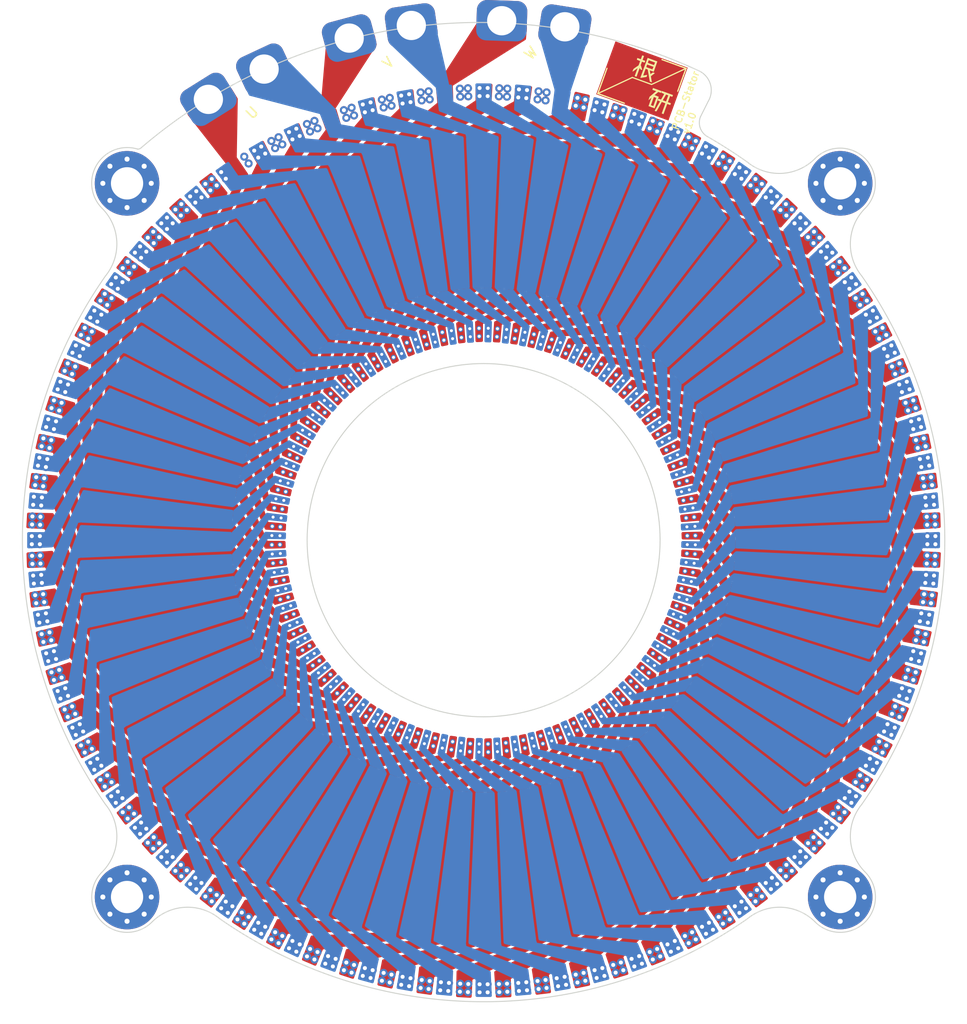
<source format=kicad_pcb>
(kicad_pcb (version 20211014) (generator pcbnew)
  (layers (0 "F.Cu" signal) (1 "In1.Cu" signal) (2 "In2.Cu" signal) (31 "B.Cu" signal) (34 "B.Paste" user) (35 "F.Paste" user) (36 "B.SilkS" user "B.Silkscreen") (37 "F.SilkS" user "F.Silkscreen") (38 "B.Mask" user) (39 "F.Mask" user) (44 "Edge.Cuts" user))
  (net 0 "")
  (net 1 "/U")
  (net 2 "/V")
  (net 3 "/W")
  (footprint "MountingHole:MountingHole_3.2mm_M3_Pad_Via" (layer "F.Cu") (at 64.644661 64.644661 135)
    (fp_text reference "REF**4" hide)
    (fp_text value "MountingHole_3.2mm_M3_Pad_Via")
    (pad "1" thru_hole circle (at 0 0 135) (size 6.4 6.4) (drill 3.2) (layers *.Cu *.Mask))
    (pad "1" thru_hole circle (at 2.4 0 135) (size 0.8 0.8) (drill 0.5) (layers *.Cu *.Mask))
    (pad "1" thru_hole circle (at -1.697056 -1.697056 135) (size 0.8 0.8) (drill 0.5) (layers *.Cu *.Mask))
    (pad "1" thru_hole circle (at 1.697056 -1.697056 135) (size 0.8 0.8) (drill 0.5) (layers *.Cu *.Mask))
    (pad "1" thru_hole circle (at -1.697056 1.697056 135) (size 0.8 0.8) (drill 0.5) (layers *.Cu *.Mask))
    (pad "1" thru_hole circle (at 0 -2.4 135) (size 0.8 0.8) (drill 0.5) (layers *.Cu *.Mask))
    (pad "1" thru_hole circle (at -2.4 0 135) (size 0.8 0.8) (drill 0.5) (layers *.Cu *.Mask))
    (pad "1" thru_hole circle (at 0 2.4 135) (size 0.8 0.8) (drill 0.5) (layers *.Cu *.Mask))
    (pad "1" thru_hole circle (at 1.697056 1.697056 135) (size 0.8 0.8) (drill 0.5) (layers *.Cu *.Mask))
  )
  (footprint "MountingHole:MountingHole_3.2mm_M3_Pad_Via" (layer "F.Cu") (at 135.355339 64.644661 45)
    (fp_text reference "REF**" hide)
    (fp_text value "MountingHole_3.2mm_M3_Pad_Via")
    (pad "1" thru_hole circle (at 1.697056 -1.697056 45) (size 0.8 0.8) (drill 0.5) (layers *.Cu *.Mask))
    (pad "1" thru_hole circle (at 0 0 45) (size 6.4 6.4) (drill 3.2) (layers *.Cu *.Mask))
    (pad "1" thru_hole circle (at -1.697056 -1.697056 45) (size 0.8 0.8) (drill 0.5) (layers *.Cu *.Mask))
    (pad "1" thru_hole circle (at 2.4 0 45) (size 0.8 0.8) (drill 0.5) (layers *.Cu *.Mask))
    (pad "1" thru_hole circle (at -2.4 0 45) (size 0.8 0.8) (drill 0.5) (layers *.Cu *.Mask))
    (pad "1" thru_hole circle (at 0 -2.4 45) (size 0.8 0.8) (drill 0.5) (layers *.Cu *.Mask))
    (pad "1" thru_hole circle (at -1.697056 1.697056 45) (size 0.8 0.8) (drill 0.5) (layers *.Cu *.Mask))
    (pad "1" thru_hole circle (at 0 2.4 45) (size 0.8 0.8) (drill 0.5) (layers *.Cu *.Mask))
    (pad "1" thru_hole circle (at 1.697056 1.697056 45) (size 0.8 0.8) (drill 0.5) (layers *.Cu *.Mask))
  )
  (footprint "Robocon_Connector:hole_pad_5x4" (layer "F.Cu") (at 78.113017 57.795616 115)
    (fp_text reference "U2" hide)
    (fp_text value "Conn_01x01")
    (pad "1" thru_hole roundrect (at 4 2.000001 115) (size 4 5) (drill 2.9) (layers *.Cu *.Mask) (net 1 "/U"))
  )
  (footprint "MountingHole:MountingHole_3.2mm_M3_Pad_Via" (layer "F.Cu") (at 64.644661 135.355339 -135)
    (fp_text reference "REF**2" hide)
    (fp_text value "MountingHole_3.2mm_M3_Pad_Via")
    (pad "1" thru_hole circle (at 0 2.4 225) (size 0.8 0.8) (drill 0.5) (layers *.Cu *.Mask))
    (pad "1" thru_hole circle (at 0 0 225) (size 6.4 6.4) (drill 3.2) (layers *.Cu *.Mask))
    (pad "1" thru_hole circle (at -1.697056 1.697056 225) (size 0.8 0.8) (drill 0.5) (layers *.Cu *.Mask))
    (pad "1" thru_hole circle (at 0 -2.4 225) (size 0.8 0.8) (drill 0.5) (layers *.Cu *.Mask))
    (pad "1" thru_hole circle (at -1.697056 -1.697056 225) (size 0.8 0.8) (drill 0.5) (layers *.Cu *.Mask))
    (pad "1" thru_hole circle (at 2.4 0 225) (size 0.8 0.8) (drill 0.5) (layers *.Cu *.Mask))
    (pad "1" thru_hole circle (at 1.697056 -1.697056 225) (size 0.8 0.8) (drill 0.5) (layers *.Cu *.Mask))
    (pad "1" thru_hole circle (at -2.4 0 225) (size 0.8 0.8) (drill 0.5) (layers *.Cu *.Mask))
    (pad "1" thru_hole circle (at 1.697056 1.697056 225) (size 0.8 0.8) (drill 0.5) (layers *.Cu *.Mask))
  )
  (footprint "Robocon_Connector:hole_pad_5x4" (layer "F.Cu") (at 105.45526 52.771936 81)
    (fp_text reference "W2" hide)
    (fp_text value "Conn_01x01")
    (pad "1" thru_hole roundrect (at 4 2.000001 81) (size 4 5) (drill 2.9) (layers *.Cu *.Mask) (net 3 "/W"))
  )
  (footprint "Robocon_Connector:hole_pad_5x4" (layer "F.Cu") (at 91.408742 53.240612 98)
    (fp_text reference "V2" hide)
    (fp_text value "Conn_01x01")
    (pad "1" thru_hole roundrect (at 3.999999 2 98) (size 4 5) (drill 2.9) (layers *.Cu *.Mask) (net 2 "/V"))
  )
  (footprint "Robocon_Connector:hole_pad_5x4" (layer "F.Cu") (at 91.408742 53.240612 98)
    (fp_text reference "W1" hide)
    (fp_text value "Conn_01x01")
    (pad "1" thru_hole roundrect (at 3.217599 10.942882 88) (size 4 5) (drill 2.9) (layers *.Cu *.Mask) (net 3 "/W"))
  )
  (footprint "MountingHole:MountingHole_3.2mm_M3_Pad_Via" (layer "F.Cu") (at 135.355339 135.355339 -45)
    (fp_text reference "REF**3" hide)
    (fp_text value "MountingHole_3.2mm_M3_Pad_Via")
    (pad "1" thru_hole circle (at 1.697056 -1.697056 315) (size 0.8 0.8) (drill 0.5) (layers *.Cu *.Mask))
    (pad "1" thru_hole circle (at -1.697056 1.697056 315) (size 0.8 0.8) (drill 0.5) (layers *.Cu *.Mask))
    (pad "1" thru_hole circle (at -1.697056 -1.697056 315) (size 0.8 0.8) (drill 0.5) (layers *.Cu *.Mask))
    (pad "1" thru_hole circle (at 2.4 0 315) (size 0.8 0.8) (drill 0.5) (layers *.Cu *.Mask))
    (pad "1" thru_hole circle (at -2.4 0 315) (size 0.8 0.8) (drill 0.5) (layers *.Cu *.Mask))
    (pad "1" thru_hole circle (at 0 2.4 315) (size 0.8 0.8) (drill 0.5) (layers *.Cu *.Mask))
    (pad "1" thru_hole circle (at 0 0 315) (size 6.4 6.4) (drill 3.2) (layers *.Cu *.Mask))
    (pad "1" thru_hole circle (at 1.697056 1.697056 315) (size 0.8 0.8) (drill 0.5) (layers *.Cu *.Mask))
    (pad "1" thru_hole circle (at 0 -2.4 315) (size 0.8 0.8) (drill 0.5) (layers *.Cu *.Mask))
  )
  (footprint "icon_make:sabanegi" (layer "F.Cu") (at 117.708174 51.58185 -20)
    (fp_text reference "REF**" hide)
    (fp_text value "sabanegi")
    (pad "1" smd rect (at -0.889 3.429 340) (size 7.62 5.58) (layers "F.Cu"))
  )
  (footprint "Robocon_Connector:hole_pad_5x4" (layer "F.Cu") (at 71.116815 62.23743 125)
    (fp_text reference "U1" hide)
    (fp_text value "Conn_01x01")
    (pad "1" thru_hole roundrect (at 3.929422 4.695303 122) (size 4 5) (drill 2.9) (layers *.Cu *.Mask) (net 1 "/U"))
  )
  (footprint "Robocon_Connector:hole_pad_5x4" (layer "F.Cu") (at 85.774243 54.636161 105)
    (fp_text reference "V1" hide)
    (fp_text value "Conn_01x01")
    (pad "1" thru_hole roundrect (at 3.999999 2 105) (size 4 5) (drill 2.9) (layers *.Cu *.Mask) (net 2 "/V"))
  )
  (gr_arc (start 137.49596 73.821257) (mid 136.371955 70.406) (end 137.830213 67.119535) (layer "Edge.Cuts") (width 0.1))
  (gr_arc (start 132.880465 62.169787) (mid 137.830213 62.169787) (end 137.830213 67.119535) (layer "Edge.Cuts") (width 0.1))
  (gr_arc (start 126.178742 137.495959) (mid 100 145.730444) (end 73.821258 137.495959) (layer "Edge.Cuts") (width 0.1))
  (gr_arc (start 126.178743 137.49596) (mid 129.594 136.371955) (end 132.880465 137.830213) (layer "Edge.Cuts") (width 0.1))
  (gr_circle (center 100 100) (end 82.5 100) (layer "Edge.Cuts") (width 0.1) (fill none))
  (gr_line (start 122.273864 56.512933) (end 121.499993 58.058317) (layer "Edge.Cuts") (width 0.1))
  (gr_arc (start 121.372658 53.50867) (mid 122.484905 54.812324) (end 122.273864 56.512933) (layer "Edge.Cuts") (width 0.1))
  (gr_arc (start 66.058875 61.109127) (mid 65.896663 61.217513) (end 65.705321 61.255573) (layer "Edge.Cuts") (width 0.1))
  (gr_arc (start 66.058875 61.109127) (mid 92.599642 49.18609) (end 121.372658 53.50867) (layer "Edge.Cuts") (width 0.1))
  (gr_arc (start 67.119535 137.830213) (mid 62.169787 137.830213) (end 62.169787 132.880465) (layer "Edge.Cuts") (width 0.1))
  (gr_arc (start 132.880465 62.169787) (mid 129.58105 63.655607) (end 126.141806 62.530707) (layer "Edge.Cuts") (width 0.1))
  (gr_arc (start 62.504041 126.178742) (mid 54.269556 100) (end 62.504041 73.821258) (layer "Edge.Cuts") (width 0.1))
  (gr_arc (start 67.119535 137.830213) (mid 70.406 136.371954) (end 73.821257 137.49596) (layer "Edge.Cuts") (width 0.1))
  (gr_arc (start 62.169787 67.119535) (mid 61.643258 62.804264) (end 65.705321 61.255573) (layer "Edge.Cuts") (width 0.1))
  (gr_arc (start 137.495959 73.821258) (mid 145.730443 100) (end 137.49596 126.178743) (layer "Edge.Cuts") (width 0.1))
  (gr_arc (start 122.132443 59.977755) (mid 124.167918 61.205871) (end 126.141806 62.530707) (layer "Edge.Cuts") (width 0.1))
  (gr_arc (start 122.132443 59.977755) (mid 121.471762 59.131533) (end 121.499993 58.058317) (layer "Edge.Cuts") (width 0.1))
  (gr_arc (start 62.169787 67.119535) (mid 63.628046 70.406) (end 62.50404 73.821257) (layer "Edge.Cuts") (width 0.1))
  (gr_arc (start 137.830213 132.880465) (mid 136.371954 129.594) (end 137.49596 126.178743) (layer "Edge.Cuts") (width 0.1))
  (gr_arc (start 62.50404 126.178743) (mid 63.628045 129.594) (end 62.169787 132.880465) (layer "Edge.Cuts") (width 0.1))
  (gr_arc (start 137.830213 132.880465) (mid 137.830213 137.830213) (end 132.880465 137.830213) (layer "Edge.Cuts") (width 0.1))
  (gr_text "U" (at 77.05 57.65 45) (layer "F.SilkS") (effects (font (size 1 1))))
  (gr_text "PCB-Stator\nv1.0" (at 119.480792 59.588847 70) (layer "F.SilkS") (effects (font (size 0.7 0.7) (thickness 0.12)) (justify left)))
  (gr_text "W" (at 104.7 51.75 45) (layer "F.SilkS") (effects (font (size 1 1))))
  (gr_text "V" (at 90.55 52.7 45) (layer "F.SilkS") (effects (font (size 1 1))))
  (via (at 82.486231 141.236729) (size 0.8) (drill 0.4) (layers "F.Cu" "B.Cu") (net 1))
  (via (at 118.232681 59.95341) (size 0.8) (drill 0.4) (layers "F.Cu" "B.Cu") (net 1))
  (via (at 120.995003 99.541887) (size 0.5) (drill 0.3) (layers "F.Cu" "B.Cu") (net 1))
  (via (at 84.246333 87.356346) (size 0.5) (drill 0.3) (layers "F.Cu" "B.Cu") (net 1))
  (via (at 116.46852 140.803774) (size 0.8) (drill 0.4) (layers "F.Cu" "B.Cu") (net 1))
  (via (at 84.211363 86.153738) (size 0.5) (drill 0.3) (layers "F.Cu" "B.Cu") (net 1))
  (via (at 100.440661 120.195193) (size 0.5) (drill 0.3) (layers "F.Cu" "B.Cu") (net 1))
  (via (at 100.458112 79.004997) (size 0.5) (drill 0.3) (layers "F.Cu" "B.Cu") (net 1))
  (via (at 109.913861 57.129551) (size 0.8) (drill 0.4) (layers "F.Cu" "B.Cu") (net 1))
  (via (at 81.042274 60.291504) (size 0.8) (drill 0.4) (layers "F.Cu" "B.Cu") (net 1))
  (via (at 59.566458 119.295821) (size 0.8) (drill 0.4) (layers "F.Cu" "B.Cu") (net 1))
  (via (at 80.037865 60.786824) (size 0.8) (drill 0.4) (layers "F.Cu" "B.Cu") (net 1))
  (via (at 119.295821 140.433542) (size 0.8) (drill 0.4) (layers "F.Cu" "B.Cu") (net 1))
  (via (at 83.53148 59.196226) (size 0.8) (drill 0.4) (layers "F.Cu" "B.Cu") (net 1))
  (via (at 88.055546 116.290181) (size 0.5) (drill 0.3) (layers "F.Cu" "B.Cu") (net 1))
  (via (at 98.626533 79.044962) (size 0.5) (drill 0.3) (layers "F.Cu" "B.Cu") (net 1))
  (via (at 114.946624 142.235038) (size 0.8) (drill 0.4) (layers "F.Cu" "B.Cu") (net 1))
  (via (at 57.764962 114.946624) (size 0.8) (drill 0.4) (layers "F.Cu" "B.Cu") (net 1))
  (via (at 142.604264 111.001668) (size 0.8) (drill 0.4) (layers "F.Cu" "B.Cu") (net 1))
  (via (at 59.566459 80.704178) (size 0.8) (drill 0.4) (layers "F.Cu" "B.Cu") (net 1))
  (via (at 115.69838 141.961422) (size 0.8) (drill 0.4) (layers "F.Cu" "B.Cu") (net 1))
  (via (at 59.502373 82.792377) (size 0.8) (drill 0.4) (layers "F.Cu" "B.Cu") (net 1))
  (via (at 139.213176 80.037865) (size 0.8) (drill 0.4) (layers "F.Cu" "B.Cu") (net 1))
  (via (at 121.041142 139.553386) (size 0.8) (drill 0.4) (layers "F.Cu" "B.Cu") (net 1))
  (via (at 115.69838 58.038579) (size 0.8) (drill 0.4) (layers "F.Cu" "B.Cu") (net 1))
  (via (at 113.968564 85.408248) (size 0.5) (drill 0.3) (layers "F.Cu" "B.Cu") (net 1))
  (via (at 58.457123 83.225334) (size 0.8) (drill 0.4) (layers "F.Cu" "B.Cu") (net 1))
  (via (at 83.204313 88.777481) (size 0.5) (drill 0.3) (layers "F.Cu" "B.Cu") (net 1))
  (via (at 96.059175 80.188137) (size 0.5) (drill 0.3) (layers "F.Cu" "B.Cu") (net 1))
  (via (at 116.935338 112.417502) (size 0.5) (drill 0.3) (layers "F.Cu" "B.Cu") (net 1))
  (via (at 119.295822 59.566459) (size 0.8) (drill 0.4) (layers "F.Cu" "B.Cu") (net 1))
  (via (at 138.843777 79.328257) (size 0.8) (drill 0.4) (layers "F.Cu" "B.Cu") (net 1))
  (via (at 139.922784 79.668466) (size 0.8) (drill 0.4) (layers "F.Cu" "B.Cu") (net 1))
  (via (at 60.291504 81.042274) (size 0.8) (drill 0.4) (layers "F.Cu" "B.Cu") (net 1))
  (via (at 57.764962 85.053374) (size 0.8) (drill 0.4) (layers "F.Cu" "B.Cu") (net 1))
  (via (at 114.67301 58.516717) (size 0.8) (drill 0.4) (layers "F.Cu" "B.Cu") (net 1))
  (via (at 138.997938 77.946411) (size 0.8) (drill 0.4) (layers "F.Cu" "B.Cu") (net 1))
  (via (at 83.622425 86.855608) (size 0.5) (drill 0.3) (layers "F.Cu" "B.Cu") (net 1))
  (via (at 142.870449 109.913861) (size 0.8) (drill 0.4) (layers "F.Cu" "B.Cu") (net 1))
  (via (at 83.531481 140.803773) (size 0.8) (drill 0.4) (layers "F.Cu" "B.Cu") (net 1))
  (via (at 86.909867 142.846802) (size 0.8) (drill 0.4) (layers "F.Cu" "B.Cu") (net 1))
  (via (at 58.038579 84.30162) (size 0.8) (drill 0.4) (layers "F.Cu" "B.Cu") (net 1))
  (via (at 59.228364 118.570774) (size 0.8) (drill 0.4) (layers "F.Cu" "B.Cu") (net 1))
  (via (at 99.541887 79.004997) (size 0.5) (drill 0.3) (layers "F.Cu" "B.Cu") (net 1))
  (via (at 116.290181 111.944454) (size 0.5) (drill 0.3) (layers "F.Cu" "B.Cu") (net 1))
  (via (at 86.153738 115.788637) (size 0.5) (drill 0.3) (layers "F.Cu" "B.Cu") (net 1))
  (via (at 86.031436 114.591752) (size 0.5) (drill 0.3) (layers "F.Cu" "B.Cu") (net 1))
  (via (at 57.129551 90.086139) (size 0.8) (drill 0.4) (layers "F.Cu" "B.Cu") (net 1))
  (via (at 118.232681 140.04659) (size 0.8) (drill 0.4) (layers "F.Cu" "B.Cu") (net 1))
  (via (at 80.704179 59.566458) (size 0.8) (drill 0.4) (layers "F.Cu" "B.Cu") (net 1))
  (via (at 79.004997 100.458113) (size 0.5) (drill 0.3) (layers "F.Cu" "B.Cu") (net 1))
  (via (at 114.946626 57.764962) (size 0.8) (drill 0.4) (layers "F.Cu" "B.Cu") (net 1))
  (via (at 58.790332 115.424763) (size 0.8) (drill 0.4) (layers "F.Cu" "B.Cu") (net 1))
  (via (at 109.305976 56.175363) (size 0.8) (drill 0.4) (layers "F.Cu" "B.Cu") (net 1))
  (via (at 99.559339 79.804807) (size 0.5) (drill 0.3) (layers "F.Cu" "B.Cu") (net 1))
  (via (at 139.708496 118.957726) (size 0.8) (drill 0.4) (layers "F.Cu" "B.Cu") (net 1))
  (via (at 87.150432 142.083828) (size 0.8) (drill 0.4) (layers "F.Cu" "B.Cu") (net 1))
  (via (at 112.849568 57.916172) (size 0.8) (drill 0.4) (layers "F.Cu" "B.Cu") (net 1))
  (via (at 62.675856 123.303827) (size 0.8) (drill 0.4) (layers "F.Cu" "B.Cu") (net 1))
  (via (at 102.199111 120.079938) (size 0.5) (drill 0.3) (layers "F.Cu" "B.Cu") (net 1))
  (via (at 120.079938 97.800889) (size 0.5) (drill 0.3) (layers "F.Cu" "B.Cu") (net 1))
  (via (at 124.408379 137.569017) (size 0.8) (drill 0.4) (layers "F.Cu" "B.Cu") (net 1))
  (via (at 114.521775 115.169643) (size 0.5) (drill 0.3) (layers "F.Cu" "B.Cu") (net 1))
  (via (at 103.072893 119.964902) (size 0.5) (drill 0.3) (layers "F.Cu" "B.Cu") (net 1))
  (via (at 118.570775 59.228363) (size 0.8) (drill 0.4) (layers "F.Cu" "B.Cu") (net 1))
  (via (at 113.853106 57.393763) (size 0.8) (drill 0.4) (layers "F.Cu" "B.Cu") (net 1))
  (via (at 58.457124 116.774666) (size 0.8) (drill 0.4) (layers "F.Cu" "B.Cu") (net 1))
  (via (at 141.483283 85.32699) (size 0.8) (drill 0.4) (layers "F.Cu" "B.Cu") (net 1))
  (via (at 120.15675 98.678856) (size 0.5) (drill 0.3) (layers "F.Cu" "B.Cu") (net 1))
  (via (at 117.513769 58.763271) (size 0.8) (drill 0.4) (layers "F.Cu" "B.Cu") (net 1))
  (via (at 111.001668 57.395736) (size 0.8) (drill 0.4) (layers "F.Cu" "B.Cu") (net 1))
  (via (at 80.035098 103.072893) (size 0.5) (drill 0.3) (layers "F.Cu" "B.Cu") (net 1))
  (via (at 79.124817 102.286205) (size 0.5) (drill 0.3) (layers "F.Cu" "B.Cu") (net 1))
  (via (at 142.397209 111.774408) (size 0.8) (drill 0.4) (layers "F.Cu" "B.Cu") (net 1))
  (via (at 120.596491 95.903103) (size 0.5) (drill 0.3) (layers "F.Cu" "B.Cu") (net 1))
  (via (at 60.446614 121.041142) (size 0.8) (drill 0.4) (layers "F.Cu" "B.Cu") (net 1))
  (via (at 81.767319 140.04659) (size 0.8) (drill 0.4) (layers "F.Cu" "B.Cu") (net 1))
  (via (at 120.331534 139.922784) (size 0.8) (drill 0.4) (layers "F.Cu" "B.Cu") (net 1))
  (via (at 88.998332 142.604264) (size 0.8) (drill 0.4) (layers "F.Cu" "B.Cu") (net 1))
  (via (at 140.04659 118.232681) (size 0.8) (drill 0.4) (layers "F.Cu" "B.Cu") (net 1))
  (via (at 76.266334 62.001144) (size 0.8) (drill 0.4) (layers "F.Cu" "B.Cu") (net 1))
  (via (at 140.803773 116.468519) (size 0.8) (drill 0.4) (layers "F.Cu" "B.Cu") (net 1))
  (via (at 113.144392 83.622425) (size 0.5) (drill 0.3) (layers "F.Cu" "B.Cu") (net 1))
  (via (at 62.094882 122.34641) (size 0.8) (drill 0.4) (layers "F.Cu" "B.Cu") (net 1))
  (via (at 142.083828 112.849568) (size 0.8) (drill 0.4) (layers "F.Cu" "B.Cu") (net 1))
  (via (at 88.225592 142.397209) (size 0.8) (drill 0.4) (layers "F.Cu" "B.Cu") (net 1))
  (via (at 123.733666 137.998856) (size 0.8) (drill 0.4) (layers "F.Cu" "B.Cu") (net 1))
  (via (at 101.321144 120.15675) (size 0.5) (drill 0.3) (layers "F.Cu" "B.Cu") (net 1))
  (via (at 119.964902 96.927107) (size 0.5) (drill 0.3) (layers "F.Cu" "B.Cu") (net 1))
  (via (at 122.053589 138.997938) (size 0.8) (drill 0.4) (layers "F.Cu" "B.Cu") (net 1))
  (via (at 114.591752 113.968564) (size 0.5) (drill 0.3) (layers "F.Cu" "B.Cu") (net 1))
  (via (at 140.433542 80.704179) (size 0.8) (drill 0.4) (layers "F.Cu" "B.Cu") (net 1))
  (via (at 56.9564 90.867176) (size 0.8) (drill 0.4) (layers "F.Cu" "B.Cu") (net 1))
  (via (at 79.804807 100.440661) (size 0.5) (drill 0.3) (layers "F.Cu" "B.Cu") (net 1))
  (via (at 113.968564 114.591752) (size 0.5) (drill 0.3) (layers "F.Cu" "B.Cu") (net 1))
  (via (at 117.207623 59.502373) (size 0.8) (drill 0.4) (layers "F.Cu" "B.Cu") (net 1))
  (via (at 117.51377 141.23673) (size 0.8) (drill 0.4) (layers "F.Cu" "B.Cu") (net 1))
  (via (at 137.998856 76.266334) (size 0.8) (drill 0.4) (layers "F.Cu" "B.Cu") (net 1))
  (via (at 85.32699 141.483283) (size 0.8) (drill 0.4) (layers "F.Cu" "B.Cu") (net 1))
  (via (at 141.542877 116.774666) (size 0.8) (drill 0.4) (layers "F.Cu" "B.Cu") (net 1))
  (via (at 143.377005 111.208723) (size 0.8) (drill 0.4) (layers "F.Cu" "B.Cu") (net 1))
  (via (at 115.753667 112.643654) (size 0.5) (drill 0.3) (layers "F.Cu" "B.Cu") (net 1))
  (via (at 85.408248 113.968564) (size 0.5) (drill 0.3) (layers "F.Cu" "B.Cu") (net 1))
  (via (at 59.196226 116.46852) (size 0.8) (drill 0.4) (layers "F.Cu" "B.Cu") (net 1))
  (via (at 143.824637 109.305976) (size 0.8) (drill 0.4) (layers "F.Cu" "B.Cu") (net 1))
  (via (at 88.777481 116.795687) (size 0.5) (drill 0.3) (layers "F.Cu" "B.Cu") (net 1))
  (via (at 60.786824 119.962135) (size 0.8) (drill 0.4) (layers "F.Cu" "B.Cu") (net 1))
  (via (at 59.196227 83.531481) (size 0.8) (drill 0.4) (layers "F.Cu" "B.Cu") (net 1))
  (via (at 115.169643 85.478225) (size 0.5) (drill 0.3) (layers "F.Cu" "B.Cu") (net 1))
  (via (at 77.65359 62.094882) (size 0.8) (drill 0.4) (layers "F.Cu" "B.Cu") (net 1))
  (via (at 140.497626 82.792377) (size 0.8) (drill 0.4) (layers "F.Cu" "B.Cu") (net 1))
  (via (at 90.867176 143.0436) (size 0.8) (drill 0.4) (layers "F.Cu" "B.Cu") (net 1))
  (via (at 137.569017 75.591621) (size 0.8) (drill 0.4) (layers "F.Cu" "B.Cu") (net 1))
  (via (at 85.053374 142.235038) (size 0.8) (drill 0.4) (layers "F.Cu" "B.Cu") (net 1))
  (via (at 81.042274 139.708496) (size 0.8) (drill 0.4) (layers "F.Cu" "B.Cu") (net 1))
  (via (at 79.804807 99.55934) (size 0.5) (drill 0.3) (layers "F.Cu" "B.Cu") (net 1))
  (via (at 59.95341 81.767319) (size 0.8) (drill 0.4) (layers "F.Cu" "B.Cu") (net 1))
  (via (at 111.944454 83.709819) (size 0.5) (drill 0.3) (layers "F.Cu" "B.Cu") (net 1))
  (via (at 79.84325 101.321144) (size 0.5) (drill 0.3) (layers "F.Cu" "B.Cu") (net 1))
  (via (at 115.424763 141.209668) (size 0.8) (drill 0.4) (layers "F.Cu" "B.Cu") (net 1))
  (via (at 80.704178 140.433541) (size 0.8) (drill 0.4) (layers "F.Cu" "B.Cu") (net 1))
  (via (at 89.912987 143.651485) (size 0.8) (drill 0.4) (layers "F.Cu" "B.Cu") (net 1))
  (via (at 99.55934 120.195193) (size 0.5) (drill 0.3) (layers "F.Cu" "B.Cu") (net 1))
  (via (at 76.696173 62.675856) (size 0.8) (drill 0.4) (layers "F.Cu" "B.Cu") (net 1))
  (via (at 82.539138 88.333025) (size 0.5) (drill 0.3) (layers "F.Cu" "B.Cu") (net 1))
  (via (at 58.76327 117.51377) (size 0.8) (drill 0.4) (layers "F.Cu" "B.Cu") (net 1))
  (via (at 58.790332 84.575237) (size 0.8) (drill 0.4) (layers "F.Cu" "B.Cu") (net 1))
  (via (at 120.671743 138.843777) (size 0.8) (drill 0.4) (layers "F.Cu" "B.Cu") (net 1))
  (via (at 120.755592 96.805408) (size 0.5) (drill 0.3) (layers "F.Cu" "B.Cu") (net 1))
  (via (at 86.146894 142.606237) (size 0.8) (drill 0.4) (layers "F.Cu" "B.Cu") (net 1))
  (via (at 79.328257 61.156223) (size 0.8) (drill 0.4) (layers "F.Cu" "B.Cu") (net 1))
  (via (at 84.830356 85.478226) (size 0.5) (drill 0.3) (layers "F.Cu" "B.Cu") (net 1))
  (via (at 86.855608 116.377575) (size 0.5) (drill 0.3) (layers "F.Cu" "B.Cu") (net 1))
  (via (at 140.803774 83.53148) (size 0.8) (drill 0.4) (layers "F.Cu" "B.Cu") (net 1))
  (via (at 141.542876 83.225334) (size 0.8) (drill 0.4) (layers "F.Cu" "B.Cu") (net 1))
  (via (at 139.708496 81.042274) (size 0.8) (drill 0.4) (layers "F.Cu" "B.Cu") (net 1))
  (via (at 59.95341 118.232681) (size 0.8) (drill 0.4) (layers "F.Cu" "B.Cu") (net 1))
  (via (at 137.324144 76.696173) (size 0.8) (drill 0.4) (layers "F.Cu" "B.Cu") (net 1))
  (via (at 97.800889 79.920062) (size 0.5) (drill 0.3) (layers "F.Cu" "B.Cu") (net 1))
  (via (at 60.077216 120.331534) (size 0.8) (drill 0.4) (layers "F.Cu" "B.Cu") (net 1))
  (via (at 57.916172 87.150432) (size 0.8) (drill 0.4) (layers "F.Cu" "B.Cu") (net 1))
  (via (at 110.087013 56.348515) (size 0.8) (drill 0.4) (layers "F.Cu" "B.Cu") (net 1))
  (via (at 81.767319 59.95341) (size 0.8) (drill 0.4) (layers "F.Cu" "B.Cu") (net 1))
  (via (at 123.303827 137.324144) (size 0.8) (drill 0.4) (layers "F.Cu" "B.Cu") (net 1))
  (via (at 140.771637 118.570775) (size 0.8) (drill 0.4) (layers "F.Cu" "B.Cu") (net 1))
  (via (at 113.090133 57.153198) (size 0.8) (drill 0.4) (layers "F.Cu" "B.Cu") (net 1))
  (via (at 100.44066 79.804807) (size 0.5) (drill 0.3) (layers "F.Cu" "B.Cu") (net 1))
  (via (at 142.235038 114.946626) (size 0.8) (drill 0.4) (layers "F.Cu" "B.Cu") (net 1))
  (via (at 112.643654 84.246333) (size 0.5) (drill 0.3) (layers "F.Cu" "B.Cu") (net 1))
  (via (at 123.97854 136.894303) (size 0.8) (drill 0.4) (layers "F.Cu" "B.Cu") (net 1))
  (via (at 121.65359 138.305118) (size 0.8) (drill 0.4) (layers "F.Cu" "B.Cu") (net 1))
  (via (at 138.305118 78.34641) (size 0.8) (drill 0.4) (layers "F.Cu" "B.Cu") (net 1))
  (via (at 143.0436 109.132824) (size 0.8) (drill 0.4) (layers "F.Cu" "B.Cu") (net 1))
  (via (at 109.132824 56.9564) (size 0.8) (drill 0.4) (layers "F.Cu" "B.Cu") (net 1))
  (via (at 90.086139 142.870449) (size 0.8) (drill 0.4) (layers "F.Cu" "B.Cu") (net 1))
  (via (at 61.402062 122.74641) (size 0.8) (drill 0.4) (layers "F.Cu" "B.Cu") (net 1))
  (via (at 104.096897 120.596491) (size 0.5) (drill 0.3) (layers "F.Cu" "B.Cu") (net 1))
  (via (at 82.792377 140.497627) (size 0.8) (drill 0.4) (layers "F.Cu" "B.Cu") (net 1))
  (via (at 96.927107 80.035098) (size 0.5) (drill 0.3) (layers "F.Cu" "B.Cu") (net 1))
  (via (at 86.031436 85.408248) (size 0.5) (drill 0.3) (layers "F.Cu" "B.Cu") (net 1))
  (via (at 83.225334 141.542877) (size 0.8) (drill 0.4) (layers "F.Cu" "B.Cu") (net 1))
  (via (at 83.709819 88.055546) (size 0.5) (drill 0.3) (layers "F.Cu" "B.Cu") (net 1))
  (via (at 90.694024 143.824637) (size 0.8) (drill 0.4) (layers "F.Cu" "B.Cu") (net 1))
  (via (at 118.570774 140.771636) (size 0.8) (drill 0.4) (layers "F.Cu" "B.Cu") (net 1))
  (via (at 111.666975 82.539138) (size 0.5) (drill 0.3) (layers "F.Cu" "B.Cu") (net 1))
  (via (at 120.955038 98.626533) (size 0.5) (drill 0.3) (layers "F.Cu" "B.Cu") (net 1))
  (via (at 142.235038 85.053376) (size 0.8) (drill 0.4) (layers "F.Cu" "B.Cu") (net 1))
  (via (at 57.153198 86.909867) (size 0.8) (drill 0.4) (layers "F.Cu" "B.Cu") (net 1))
  (via (at 141.236729 117.513769) (size 0.8) (drill 0.4) (layers "F.Cu" "B.Cu") (net 1))
  (via (at 57.395736 88.998332) (size 0.8) (drill 0.4) (layers "F.Cu" "B.Cu") (net 1))
  (via (at 84.575237 141.209668) (size 0.8) (drill 0.4) (layers "F.Cu" "B.Cu") (net 1))
  (via (at 58.156736 86.387458) (size 0.8) (drill 0.4) (layers "F.Cu" "B.Cu") (net 1))
  (via (at 77.946411 61.002062) (size 0.8) (drill 0.4) (layers "F.Cu" "B.Cu") (net 1))
  (via (at 143.169949 111.981464) (size 0.8) (drill 0.4) (layers "F.Cu" "B.Cu") (net 1))
  (via (at 62.430983 124.408379) (size 0.8) (drill 0.4) (layers "F.Cu" "B.Cu") (net 1))
  (via (at 143.651485 110.087013) (size 0.8) (drill 0.4) (layers "F.Cu" "B.Cu") (net 1))
  (via (at 56.830051 88.018536) (size 0.8) (drill 0.4) (layers "F.Cu" "B.Cu") (net 1))
  (via (at 118.957726 139.708496) (size 0.8) (drill 0.4) (layers "F.Cu" "B.Cu") (net 1))
  (via (at 61.694882 121.65359) (size 0.8) (drill 0.4) (layers "F.Cu" "B.Cu") (net 1))
  (via (at 113.612542 58.156736) (size 0.8) (drill 0.4) (layers "F.Cu" "B.Cu") (net 1))
  (via (at 122.34641 137.905118) (size 0.8) (drill 0.4) (layers "F.Cu" "B.Cu") (net 1))
  (via (at 120.195193 100.44066) (size 0.5) (drill 0.3) (layers "F.Cu" "B.Cu") (net 1))
  (via (at 58.038578 115.69838) (size 0.8) (drill 0.4) (layers "F.Cu" "B.Cu") (net 1))
  (via (at 59.502374 117.207623) (size 0.8) (drill 0.4) (layers "F.Cu" "B.Cu") (net 1))
  (via (at 117.460862 111.666975) (size 0.5) (drill 0.3) (layers "F.Cu" "B.Cu") (net 1))
  (via (at 119.811863 96.059175) (size 0.5) (drill 0.3) (layers "F.Cu" "B.Cu") (net 1))
  (via (at 113.846262 84.211363) (size 0.5) (drill 0.3) (layers "F.Cu" "B.Cu") (net 1))
  (via (at 97.713795 79.124817) (size 0.5) (drill 0.3) (layers "F.Cu" "B.Cu") (net 1))
  (via (at 100.458113 120.995003) (size 0.5) (drill 0.3) (layers "F.Cu" "B.Cu") (net 1))
  (via (at 116.774666 141.542876) (size 0.8) (drill 0.4) (layers "F.Cu" "B.Cu") (net 1))
  (via (at 137.905118 77.65359) (size 0.8) (drill 0.4) (layers "F.Cu" "B.Cu") (net 1))
  (via (at 79.044962 101.373467) (size 0.5) (drill 0.3) (layers "F.Cu" "B.Cu") (net 1))
  (via (at 115.788637 113.846262) (size 0.5) (drill 0.3) (layers "F.Cu" "B.Cu") (net 1))
  (via (at 83.064662 87.582498) (size 0.5) (drill 0.3) (layers "F.Cu" "B.Cu") (net 1))
  (via (at 56.622995 88.791277) (size 0.8) (drill 0.4) (layers "F.Cu" "B.Cu") (net 1))
  (via (at 120.195193 99.559339) (size 0.5) (drill 0.3) (layers "F.Cu" "B.Cu") (net 1))
  (via (at 111.774408 57.602791) (size 0.8) (drill 0.4) (layers "F.Cu" "B.Cu") (net 1))
  (via (at 141.843264 113.612542) (size 0.8) (drill 0.4) (layers "F.Cu" "B.Cu") (net 1))
  (via (at 115.424763 58.790332) (size 0.8) (drill 0.4) (layers "F.Cu" "B.Cu") (net 1))
  (via (at 142.606237 113.853106) (size 0.8) (drill 0.4) (layers "F.Cu" "B.Cu") (net 1))
  (via (at 138.597938 77.25359) (size 0.8) (drill 0.4) (layers "F.Cu" "B.Cu") (net 1))
  (via (at 116.795687 111.222519) (size 0.5) (drill 0.3) (layers "F.Cu" "B.Cu") (net 1))
  (via (at 88.791277 143.377005) (size 0.8) (drill 0.4) (layers "F.Cu" "B.Cu") (net 1))
  (via (at 111.208723 56.622995) (size 0.8) (drill 0.4) (layers "F.Cu" "B.Cu") (net 1))
  (via (at 140.433541 119.295822) (size 0.8) (drill 0.4) (layers "F.Cu" "B.Cu") (net 1))
  (via (at 120.875183 97.713795) (size 0.5) (drill 0.3) (layers "F.Cu" "B.Cu") (net 1))
  (via (at 58.516717 85.32699) (size 0.8) (drill 0.4) (layers "F.Cu" "B.Cu") (net 1))
  (via (at 82.48623 58.76327) (size 0.8) (drill 0.4) (layers "F.Cu" "B.Cu") (net 1))
  (via (at 79.920062 102.199111) (size 0.5) (drill 0.3) (layers "F.Cu" "B.Cu") (net 1))
  (via (at 113.318785 84.812836) (size 0.5) (drill 0.3) (layers "F.Cu" "B.Cu") (net 1))
  (via (at 141.23673 82.48623) (size 0.8) (drill 0.4) (layers "F.Cu" "B.Cu") (net 1))
  (via (at 83.225334 58.457124) (size 0.8) (drill 0.4) (layers "F.Cu" "B.Cu") (net 1))
  (via (at 136.894303 76.02146) (size 0.8) (drill 0.4) (layers "F.Cu" "B.Cu") (net 1))
  (via (at 117.207623 140.497626) (size 0.8) (drill 0.4) (layers "F.Cu" "B.Cu") (net 1))
  (via (at 61.002062 122.053589) (size 0.8) (drill 0.4) (layers "F.Cu" "B.Cu") (net 1))
  (via (at 56.175363 90.694024) (size 0.8) (drill 0.4) (layers "F.Cu" "B.Cu") (net 1))
  (via (at 57.602791 88.225592) (size 0.8) (drill 0.4) (layers "F.Cu" "B.Cu") (net 1))
  (via (at 63.105697 123.97854) (size 0.8) (drill 0.4) (layers "F.Cu" "B.Cu") (net 1))
  (via (at 139.553386 78.958858) (size 0.8) (drill 0.4) (layers "F.Cu" "B.Cu") (net 1))
  (via (at 61.156223 120.671743) (size 0.8) (drill 0.4) (layers "F.Cu" "B.Cu") (net 1))
  (via (at 140.04659 81.767319) (size 0.8) (drill 0.4) (layers "F.Cu" "B.Cu") (net 1))
  (via (at 112.417502 83.064662) (size 0.5) (drill 0.3) (layers "F.Cu" "B.Cu") (net 1))
  (via (at 58.516717 114.67301) (size 0.8) (drill 0.4) (layers "F.Cu" "B.Cu") (net 1))
  (via (at 119.962135 139.213176) (size 0.8) (drill 0.4) (layers "F.Cu" "B.Cu") (net 1))
  (via (at 86.387458 141.843264) (size 0.8) (drill 0.4) (layers "F.Cu" "B.Cu") (net 1))
  (via (at 99.541888 120.995003) (size 0.5) (drill 0.3) (layers "F.Cu" "B.Cu") (net 1))
  (via (at 142.846802 113.090133) (size 0.8) (drill 0.4) (layers "F.Cu" "B.Cu") (net 1))
  (via (at 88.018536 143.169949) (size 0.8) (drill 0.4) (layers "F.Cu" "B.Cu") (net 1))
  (via (at 85.408248 86.031436) (size 0.5) (drill 0.3) (layers "F.Cu" "B.Cu") (net 1))
  (via (at 140.771636 81.429226) (size 0.8) (drill 0.4) (layers "F.Cu" "B.Cu") (net 1))
  (via (at 118.957726 60.291504) (size 0.8) (drill 0.4) (layers "F.Cu" "B.Cu") (net 1))
  (via (at 115.169644 114.521774) (size 0.5) (drill 0.3) (layers "F.Cu" "B.Cu") (net 1))
  (via (at 79.004997 99.541888) (size 0.5) (drill 0.3) (layers "F.Cu" "B.Cu") (net 1))
  (via (at 77.25359 61.402062) (size 0.8) (drill 0.4) (layers "F.Cu" "B.Cu") (net 1))
  (via (at 87.356346 115.753667) (size 0.5) (drill 0.3) (layers "F.Cu" "B.Cu") (net 1))
  (via (at 103.194592 120.755592) (size 0.5) (drill 0.3) (layers "F.Cu" "B.Cu") (net 1))
  (via (at 140.497627 117.207623) (size 0.8) (drill 0.4) (layers "F.Cu" "B.Cu") (net 1))
  (via (at 78.34641 61.694882) (size 0.8) (drill 0.4) (layers "F.Cu" "B.Cu") (net 1))
  (via (at 103.940825 119.811863) (size 0.5) (drill 0.3) (layers "F.Cu" "B.Cu") (net 1))
  (via (at 59.228363 81.429225) (size 0.8) (drill 0.4) (layers "F.Cu" "B.Cu") (net 1))
  (via (at 120.995003 100.458112) (size 0.5) (drill 0.3) (layers "F.Cu" "B.Cu") (net 1))
  (via (at 116.377575 113.144392) (size 0.5) (drill 0.3) (layers "F.Cu" "B.Cu") (net 1))
  (via (at 114.591752 86.031436) (size 0.5) (drill 0.3) (layers "F.Cu" "B.Cu") (net 1))
  (via (at 81.429226 59.228364) (size 0.8) (drill 0.4) (layers "F.Cu" "B.Cu") (net 1))
  (via (at 82.792377 59.502374) (size 0.8) (drill 0.4) (layers "F.Cu" "B.Cu") (net 1))
  (via (at 79.668466 60.077216) (size 0.8) (drill 0.4) (layers "F.Cu" "B.Cu") (net 1))
  (via (at 96.805408 79.244408) (size 0.5) (drill 0.3) (layers "F.Cu" "B.Cu") (net 1))
  (via (at 114.521774 84.830356) (size 0.5) (drill 0.3) (layers "F.Cu" "B.Cu") (net 1))
  (via (at 141.961422 84.30162) (size 0.8) (drill 0.4) (layers "F.Cu" "B.Cu") (net 1))
  (via (at 88.333025 117.460862) (size 0.5) (drill 0.3) (layers "F.Cu" "B.Cu") (net 1))
  (via (at 62.001144 123.733666) (size 0.8) (drill 0.4) (layers "F.Cu" "B.Cu") (net 1))
  (via (at 81.429225 140.771637) (size 0.8) (drill 0.4) (layers "F.Cu" "B.Cu") (net 1))
  (via (at 98.678856 79.84325) (size 0.5) (drill 0.3) (layers "F.Cu" "B.Cu") (net 1))
  (via (at 78.958858 60.446614) (size 0.8) (drill 0.4) (layers "F.Cu" "B.Cu") (net 1))
  (via (at 101.373467 120.955038) (size 0.5) (drill 0.3) (layers "F.Cu" "B.Cu") (net 1))
  (via (at 79.403509 104.096897) (size 0.5) (drill 0.3) (layers "F.Cu" "B.Cu") (net 1))
  (via (at 111.981464 56.830051) (size 0.8) (drill 0.4) (layers "F.Cu" "B.Cu") (net 1))
  (via (at 84.812836 86.681215) (size 0.5) (drill 0.3) (layers "F.Cu" "B.Cu") (net 1))
  (via (at 141.483283 114.67301) (size 0.8) (drill 0.4) (layers "F.Cu" "B.Cu") (net 1))
  (via (at 85.478226 115.169644) (size 0.5) (drill 0.3) (layers "F.Cu" "B.Cu") (net 1))
  (via (at 141.961421 115.69838) (size 0.8) (drill 0.4) (layers "F.Cu" "B.Cu") (net 1))
  (via (at 87.582498 116.935338) (size 0.5) (drill 0.3) (layers "F.Cu" "B.Cu") (net 1))
  (via (at 80.188137 103.940825) (size 0.5) (drill 0.3) (layers "F.Cu" "B.Cu") (net 1))
  (via (at 57.393763 86.146894) (size 0.8) (drill 0.4) (layers "F.Cu" "B.Cu") (net 1))
  (via (at 141.209668 115.424763) (size 0.8) (drill 0.4) (layers "F.Cu" "B.Cu") (net 1))
  (via (at 84.30162 141.961421) (size 0.8) (drill 0.4) (layers "F.Cu" "B.Cu") (net 1))
  (via (at 86.681215 115.187164) (size 0.5) (drill 0.3) (layers "F.Cu" "B.Cu") (net 1))
  (via (at 116.774666 58.457123) (size 0.8) (drill 0.4) (layers "F.Cu" "B.Cu") (net 1))
  (via (at 141.209668 84.575237) (size 0.8) (drill 0.4) (layers "F.Cu" "B.Cu") (net 1))
  (via (at 102.286205 120.875183) (size 0.5) (drill 0.3) (layers "F.Cu" "B.Cu") (net 1))
  (via (at 79.244408 103.194592) (size 0.5) (drill 0.3) (layers "F.Cu" "B.Cu") (net 1))
  (via (at 111.222519 83.204313) (size 0.5) (drill 0.3) (layers "F.Cu" "B.Cu") (net 1))
  (via (at 60.291504 118.957726) (size 0.8) (drill 0.4) (layers "F.Cu" "B.Cu") (net 1))
  (via (at 85.478225 84.830357) (size 0.5) (drill 0.3) (layers "F.Cu" "B.Cu") (net 1))
  (via (at 115.187164 113.318785) (size 0.5) (drill 0.3) (layers "F.Cu" "B.Cu") (net 1))
  (via (at 114.67301 141.483283) (size 0.8) (drill 0.4) (layers "F.Cu" "B.Cu") (net 1))
  (via (at 95.903103 79.403509) (size 0.5) (drill 0.3) (layers "F.Cu" "B.Cu") (net 1))
  (via (at 84.830357 114.521775) (size 0.5) (drill 0.3) (layers "F.Cu" "B.Cu") (net 1))
  (via (at 58.763271 82.486231) (size 0.8) (drill 0.4) (layers "F.Cu" "B.Cu") (net 1))
  (via (at 122.74641 138.597938) (size 0.8) (drill 0.4) (layers "F.Cu" "B.Cu") (net 1))
  (via (at 56.348515 89.912987) (size 0.8) (drill 0.4) (layers "F.Cu" "B.Cu") (net 1))
  (via (at 116.468519 59.196227) (size 0.8) (drill 0.4) (layers "F.Cu" "B.Cu") (net 1))
  (via (at 126.468161 64.848948) (size 0.8) (drill 0.4) (layers "F.Cu" "B.Cu") (net 2))
  (via (at 87.150431 57.916172) (size 0.8) (drill 0.4) (layers "F.Cu" "B.Cu") (net 2))
  (via (at 55.335615 103.506099) (size 0.8) (drill 0.4) (layers "F.Cu" "B.Cu") (net 2))
  (via (at 113.144394 116.377575) (size 0.5) (drill 0.3) (layers "F.Cu" "B.Cu") (net 2))
  (via (at 66.036929 72.023763) (size 0.8) (drill 0.4) (layers "F.Cu" "B.Cu") (net 2))
  (via (at 72.897156 134.664043) (size 0.8) (drill 0.4) (layers "F.Cu" "B.Cu") (net 2))
  (via (at 117.95315 89.105761) (size 0.5) (drill 0.3) (layers "F.Cu" "B.Cu") (net 2))
  (via (at 80.037866 139.213176) (size 0.8) (drill 0.4) (layers "F.Cu" "B.Cu") (net 2))
  (via (at 97.713796 120.875184) (size 0.5) (drill 0.3) (layers "F.Cu" "B.Cu") (net 2))
  (via (at 63.727879 75.090297) (size 0.8) (drill 0.4) (layers "F.Cu" "B.Cu") (net 2))
  (via (at 77.94641 138.997938) (size 0.8) (drill 0.4) (layers "F.Cu" "B.Cu") (net 2))
  (via (at 82.04685 110.894239) (size 0.5) (drill 0.3) (layers "F.Cu" "B.Cu") (net 2))
  (via (at 135.785735 126.95517) (size 0.8) (drill 0.4) (layers "F.Cu" "B.Cu") (net 2))
  (via (at 103.940824 80.188137) (size 0.5) (drill 0.3) (layers "F.Cu" "B.Cu") (net 2))
  (via (at 103.072892 80.035097) (size 0.5) (drill 0.3) (layers "F.Cu" "B.Cu") (net 2))
  (via (at 111.666976 117.460862) (size 0.5) (drill 0.3) (layers "F.Cu" "B.Cu") (net 2))
  (via (at 83.709819 111.944456) (size 0.5) (drill 0.3) (layers "F.Cu" "B.Cu") (net 2))
  (via (at 126.95517 64.214265) (size 0.8) (drill 0.4) (layers "F.Cu" "B.Cu") (net 2))
  (via (at 120.955038 101.373466) (size 0.5) (drill 0.3) (layers "F.Cu" "B.Cu") (net 2))
  (via (at 60.446614 78.958858) (size 0.8) (drill 0.4) (layers "F.Cu" "B.Cu") (net 2))
  (via (at 142.606237 86.146893) (size 0.8) (drill 0.4) (layers "F.Cu" "B.Cu") (net 2))
  (via (at 113.090133 142.846802) (size 0.8) (drill 0.4) (layers "F.Cu" "B.Cu") (net 2))
  (via (at 57.393763 113.853107) (size 0.8) (drill 0.4) (layers "F.Cu" "B.Cu") (net 2))
  (via (at 58.156737 113.612542) (size 0.8) (drill 0.4) (layers "F.Cu" "B.Cu") (net 2))
  (via (at 55.811154 107.385515) (size 0.8) (drill 0.4) (layers "F.Cu" "B.Cu") (net 2))
  (via (at 121.041142 60.446614) (size 0.8) (drill 0.4) (layers "F.Cu" "B.Cu") (net 2))
  (via (at 111.208723 143.377004) (size 0.8) (drill 0.4) (layers "F.Cu" "B.Cu") (net 2))
  (via (at 62.430983 75.591621) (size 0.8) (drill 0.4) (layers "F.Cu" "B.Cu") (net 2))
  (via (at 111.944456 116.290181) (size 0.5) (drill 0.3) (layers "F.Cu" "B.Cu") (net 2))
  (via (at 56.737917 108.034443) (size 0.8) (drill 0.4) (layers "F.Cu" "B.Cu") (net 2))
  (via (at 116.935337 87.582497) (size 0.5) (drill 0.3) (layers "F.Cu" "B.Cu") (net 2))
  (via (at 125.368564 63.072558) (size 0.8) (drill 0.4) (layers "F.Cu" "B.Cu") (net 2))
  (via (at 122.34641 62.094882) (size 0.8) (drill 0.4) (layers "F.Cu" "B.Cu") (net 2))
  (via (at 70.896697 134.061676) (size 0.8) (drill 0.4) (layers "F.Cu" "B.Cu") (net 2))
  (via (at 82.29012 109.715974) (size 0.5) (drill 0.3) (layers "F.Cu" "B.Cu") (net 2))
  (via (at 61.694882 78.34641) (size 0.8) (drill 0.4) (layers "F.Cu" "B.Cu") (net 2))
  (via (at 106.244152 144.364519) (size 0.8) (drill 0.4) (layers "F.Cu" "B.Cu") (net 2))
  (via (at 55.53106 105.450996) (size 0.8) (drill 0.4) (layers "F.Cu" "B.Cu") (net 2))
  (via (at 62.001143 76.266335) (size 0.8) (drill 0.4) (layers "F.Cu" "B.Cu") (net 2))
  (via (at 107.246597 143.401001) (size 0.8) (drill 0.4) (layers "F.Cu" "B.Cu") (net 2))
  (via (at 57.916172 112.849569) (size 0.8) (drill 0.4) (layers "F.Cu" "B.Cu") (net 2))
  (via (at 105.450996 144.46894) (size 0.8) (drill 0.4) (layers "F.Cu" "B.Cu") (net 2))
  (via (at 56.132571 103.436376) (size 0.8) (drill 0.4) (layers "F.Cu" "B.Cu") (net 2))
  (via (at 142.083828 87.150431) (size 0.8) (drill 0.4) (layers "F.Cu" "B.Cu") (net 2))
  (via (at 82.730779 110.479221) (size 0.5) (drill 0.3) (layers "F.Cu" "B.Cu") (net 2))
  (via (at 136.468581 126.023885) (size 0.8) (drill 0.4) (layers "F.Cu" "B.Cu") (net 2))
  (via (at 117.460862 88.333024) (size 0.5) (drill 0.3) (layers "F.Cu" "B.Cu") (net 2))
  (via (at 138.305118 121.65359) (size 0.8) (drill 0.4) (layers "F.Cu" "B.Cu") (net 2))
  (via (at 56.175363 109.305976) (size 0.8) (drill 0.4) (layers "F.Cu" "B.Cu") (net 2))
  (via (at 124.909703 63.727879) (size 0.8) (drill 0.4) (layers "F.Cu" "B.Cu") (net 2))
  (via (at 74.631436 136.927442) (size 0.8) (drill 0.4) (layers "F.Cu" "B.Cu") (net 2))
  (via (at 119.811863 103.940824) (size 0.5) (drill 0.3) (layers "F.Cu" "B.Cu") (net 2))
  (via (at 128.490467 65.424094) (size 0.8) (drill 0.4) (layers "F.Cu" "B.Cu") (net 2))
  (via (at 55.950072 108.173361) (size 0.8) (drill 0.4) (layers "F.Cu" "B.Cu") (net 2))
  (via (at 110.087014 143.651485) (size 0.8) (drill 0.4) (layers "F.Cu" "B.Cu") (net 2))
  (via (at 88.225592 57.602791) (size 0.8) (drill 0.4) (layers "F.Cu" "B.Cu") (net 2))
  (via (at 143.824637 90.694024) (size 0.8) (drill 0.4) (layers "F.Cu" "B.Cu") (net 2))
  (via (at 105.652545 80.606993) (size 0.5) (drill 0.3) (layers "F.Cu" "B.Cu") (net 2))
  (via (at 102.19911 79.920062) (size 0.5) (drill 0.3) (layers "F.Cu" "B.Cu") (net 2))
  (via (at 96.927108 119.964903) (size 0.5) (drill 0.3) (layers "F.Cu" "B.Cu") (net 2))
  (via (at 79.044962 98.626534) (size 0.5) (drill 0.3) (layers "F.Cu" "B.Cu") (net 2))
  (via (at 90.867174 56.956399) (size 0.8) (drill 0.4) (layers "F.Cu" "B.Cu") (net 2))
  (via (at 141.843263 86.387458) (size 0.8) (drill 0.4) (layers "F.Cu" "B.Cu") (net 2))
  (via (at 143.797705 95.766669) (size 0.8) (drill 0.4) (layers "F.Cu" "B.Cu") (net 2))
  (via (at 81.588738 110.100765) (size 0.5) (drill 0.3) (layers "F.Cu" "B.Cu") (net 2))
  (via (at 76.266335 137.998857) (size 0.8) (drill 0.4) (layers "F.Cu" "B.Cu") (net 2))
  (via (at 104.096896 79.403508) (size 0.5) (drill 0.3) (layers "F.Cu" "B.Cu") (net 2))
  (via (at 86.681214 84.812836) (size 0.5) (drill 0.3) (layers "F.Cu" "B.Cu") (net 2))
  (via (at 82.539138 111.666976) (size 0.5) (drill 0.3) (layers "F.Cu" "B.Cu") (net 2))
  (via (at 57.129552 109.913861) (size 0.8) (drill 0.4) (layers "F.Cu" "B.Cu") (net 2))
  (via (at 91.826639 55.950072) (size 0.8) (drill 0.4) (layers "F.Cu" "B.Cu") (net 2))
  (via (at 94.549004 55.53106) (size 0.8) (drill 0.4) (layers "F.Cu" "B.Cu") (net 2))
  (via (at 74.434976 135.81326) (size 0.8) (drill 0.4) (layers "F.Cu" "B.Cu") (net 2))
  (via (at 135.298725 127.589853) (size 0.8) (drill 0.4) (layers "F.Cu" "B.Cu") (net 2))
  (via (at 62.675857 76.696174) (size 0.8) (drill 0.4) (layers "F.Cu" "B.Cu") (net 2))
  (via (at 64.214265 73.04483) (size 0.8) (drill 0.4) (layers "F.Cu" "B.Cu") (net 2))
  (via (at 121.65359 61.694882) (size 0.8) (drill 0.4) (layers "F.Cu" "B.Cu") (net 2))
  (via (at 137.324143 123.303826) (size 0.8) (drill 0.4) (layers "F.Cu" "B.Cu") (net 2))
  (via (at 101.373466 79.044962) (size 0.5) (drill 0.3) (layers "F.Cu" "B.Cu") (net 2))
  (via (at 116.290181 88.055544) (size 0.5) (drill 0.3) (layers "F.Cu" "B.Cu") (net 2))
  (via (at 79.601816 95.008596) (size 0.5) (drill 0.3) (layers "F.Cu" "B.Cu") (net 2))
  (via (at 91.965557 56.737917) (size 0.8) (drill 0.4) (layers "F.Cu" "B.Cu") (net 2))
  (via (at 86.855606 83.622425) (size 0.5) (drill 0.3) (layers "F.Cu" "B.Cu") (net 2))
  (via (at 144.46894 94.549004) (size 0.8) (drill 0.4) (layers "F.Cu" "B.Cu") (net 2))
  (via (at 111.222519 116.795686) (size 0.5) (drill 0.3) (layers "F.Cu" "B.Cu") (net 2))
  (via (at 60.077215 79.668467) (size 0.8) (drill 0.4) (layers "F.Cu" "B.Cu") (net 2))
  (via (at 95.903104 120.596492) (size 0.5) (drill 0.3) (layers "F.Cu" "B.Cu") (net 2))
  (via (at 112.643655 115.753666) (size 0.5) (drill 0.3) (layers "F.Cu" "B.Cu") (net 2))
  (via (at 63.072558 74.631436) (size 0.8) (drill 0.4) (layers "F.Cu" "B.Cu") (net 2))
  (via (at 88.777481 83.204314) (size 0.5) (drill 0.3) (layers "F.Cu" "B.Cu") (net 2))
  (via (at 117.269221 89.520779) (size 0.5) (drill 0.3) (layers "F.Cu" "B.Cu") (net 2))
  (via (at 60.786824 80.037866) (size 0.8) (drill 0.4) (layers "F.Cu" "B.Cu") (net 2))
  (via (at 56.348515 110.087014) (size 0.8) (drill 0.4) (layers "F.Cu" "B.Cu") (net 2))
  (via (at 61.002062 77.94641) (size 0.8) (drill 0.4) (layers "F.Cu" "B.Cu") (net 2))
  (via (at 103.506099 144.664385) (size 0.8) (drill 0.4) (layers "F.Cu" "B.Cu") (net 2))
  (via (at 117.70988 90.284026) (size 0.5) (drill 0.3) (layers "F.Cu" "B.Cu") (net 2))
  (via (at 63.531419 73.976115) (size 0.8) (drill 0.4) (layers "F.Cu" "B.Cu") (net 2))
  (via (at 109.305976 143.824637) (size 0.8) (drill 0.4) (layers "F.Cu" "B.Cu") (net 2))
  (via (at 104.233331 143.797705) (size 0.8) (drill 0.4) (layers "F.Cu" "B.Cu") (net 2))
  (via (at 90.284026 82.29012) (size 0.5) (drill 0.3) (layers "F.Cu" "B.Cu") (net 2))
  (via (at 79.920062 97.80089) (size 0.5) (drill 0.3) (layers "F.Cu" "B.Cu") (net 2))
  (via (at 111.981463 143.169949) (size 0.8) (drill 0.4) (layers "F.Cu" "B.Cu") (net 2))
  (via (at 63.105695 76.021461) (size 0.8) (drill 0.4) (layers "F.Cu" "B.Cu") (net 2))
  (via (at 109.132826 143.043601) (size 0.8) (drill 0.4) (layers "F.Cu" "B.Cu") (net 2))
  (via (at 120.398184 104.991404) (size 0.5) (drill 0.3) (layers "F.Cu" "B.Cu") (net 2))
  (via (at 84.812836 113.318786) (size 0.5) (drill 0.3) (layers "F.Cu" "B.Cu") (net 2))
  (via (at 136.927442 125.368564) (size 0.8) (drill 0.4) (layers "F.Cu" "B.Cu") (net 2))
  (via (at 64.848948 73.531839) (size 0.8) (drill 0.4) (layers "F.Cu" "B.Cu") (net 2))
  (via (at 76.021461 136.894305) (size 0.8) (drill 0.4) (layers "F.Cu" "B.Cu") (net 2))
  (via (at 79.838952 94.123591) (size 0.5) (drill 0.3) (layers "F.Cu" "B.Cu") (net 2))
  (via (at 92.753403 56.598999) (size 0.8) (drill 0.4) (layers "F.Cu" "B.Cu") (net 2))
  (via (at 73.04483 135.785735) (size 0.8) (drill 0.4) (layers "F.Cu" "B.Cu") (net 2))
  (via (at 142.604264 88.998332) (size 0.8) (drill 0.4) (layers "F.Cu" "B.Cu") (net 2))
  (via (at 122.05359 61.002062) (size 0.8) (drill 0.4) (layers "F.Cu" "B.Cu") (net 2))
  (via (at 138.597938 122.74641) (size 0.8) (drill 0.4) (layers "F.Cu" "B.Cu") (net 2))
  (via (at 102.286204 79.124816) (size 0.5) (drill 0.3) (layers "F.Cu" "B.Cu") (net 2))
  (via (at 120.671743 61.156222) (size 0.8) (drill 0.4) (layers "F.Cu" "B.Cu") (net 2))
  (via (at 77.25359 138.597938) (size 0.8) (drill 0.4) (layers "F.Cu" "B.Cu") (net 2))
  (via (at 143.043601 90.867174) (size 0.8) (drill 0.4) (layers "F.Cu" "B.Cu") (net 2))
  (via (at 57.395736 111.001668) (size 0.8) (drill 0.4) (layers "F.Cu" "B.Cu") (net 2))
  (via (at 95.008596 120.398184) (size 0.5) (drill 0.3) (layers "F.Cu" "B.Cu") (net 2))
  (via (at 143.262083 91.965557) (size 0.8) (drill 0.4) (layers "F.Cu" "B.Cu") (net 2))
  (via (at 136.894305 123.978539) (size 0.8) (drill 0.4) (layers "F.Cu" "B.Cu") (net 2))
  (via (at 136.272121 124.909703) (size 0.8) (drill 0.4) (layers "F.Cu" "B.Cu") (net 2))
  (via (at 80.378889 95.198745) (size 0.5) (drill 0.3) (layers "F.Cu" "B.Cu") (net 2))
  (via (at 71.410928 133.448841) (size 0.8) (drill 0.4) (layers "F.Cu" "B.Cu") (net 2))
  (via (at 96.059176 119.811863) (size 0.5) (drill 0.3) (layers "F.Cu" "B.Cu") (net 2))
  (via (at 57.602791 111.774408) (size 0.8) (drill 0.4) (layers "F.Cu" "B.Cu") (net 2))
  (via (at 93.860269 56.428637) (size 0.8) (drill 0.4) (layers "F.Cu" "B.Cu") (net 2))
  (via (at 104.801255 80.378889) (size 0.5) (drill 0.3) (layers "F.Cu" "B.Cu") (net 2))
  (via (at 125.565024 64.18674) (size 0.8) (drill 0.4) (layers "F.Cu" "B.Cu") (net 2))
  (via (at 55.635481 106.244152) (size 0.8) (drill 0.4) (layers "F.Cu" "B.Cu") (net 2))
  (via (at 109.715974 117.70988) (size 0.5) (drill 0.3) (layers "F.Cu" "B.Cu") (net 2))
  (via (at 101.321143 79.843249) (size 0.5) (drill 0.3) (layers "F.Cu" "B.Cu") (net 2))
  (via (at 112.417503 116.935337) (size 0.5) (drill 0.3) (layers "F.Cu" "B.Cu") (net 2))
  (via (at 104.303055 144.59466) (size 0.8) (drill 0.4) (layers "F.Cu" "B.Cu") (net 2))
  (via (at 119.621111 104.801255) (size 0.5) (drill 0.3) (layers "F.Cu" "B.Cu") (net 2))
  (via (at 86.153738 84.211363) (size 0.5) (drill 0.3) (layers "F.Cu" "B.Cu") (net 2))
  (via (at 75.090297 136.272121) (size 0.8) (drill 0.4) (layers "F.Cu" "B.Cu") (net 2))
  (via (at 120.156751 101.321143) (size 0.5) (drill 0.3) (layers "F.Cu" "B.Cu") (net 2))
  (via (at 135.81326 125.565024) (size 0.8) (drill 0.4) (layers "F.Cu" "B.Cu") (net 2))
  (via (at 87.582497 83.064663) (size 0.5) (drill 0.3) (layers "F.Cu" "B.Cu") (net 2))
  (via (at 56.428637 106.139731) (size 0.8) (drill 0.4) (layers "F.Cu" "B.Cu") (net 2))
  (via (at 128.589072 66.551159) (size 0.8) (drill 0.4) (layers "F.Cu" "B.Cu") (net 2))
  (via (at 119.964903 103.072892) (size 0.5) (drill 0.3) (layers "F.Cu" "B.Cu") (net 2))
  (via (at 104.991404 79.601816) (size 0.5) (drill 0.3) (layers "F.Cu" "B.Cu") (net 2))
  (via (at 79.124816 97.713796) (size 0.5) (drill 0.3) (layers "F.Cu" "B.Cu") (net 2))
  (via (at 142.870448 90.086139) (size 0.8) (drill 0.4) (layers "F.Cu" "B.Cu") (net 2))
  (via (at 86.909867 57.153198) (size 0.8) (drill 0.4) (layers "F.Cu" "B.Cu") (net 2))
  (via (at 55.40534 104.303055) (size 0.8) (drill 0.4) (layers "F.Cu" "B.Cu") (net 2))
  (via (at 143.571363 93.860269) (size 0.8) (drill 0.4) (layers "F.Cu" "B.Cu") (net 2))
  (via (at 56.956399 109.132826) (size 0.8) (drill 0.4) (layers "F.Cu" "B.Cu") (net 2))
  (via (at 90.694024 56.175363) (size 0.8) (drill 0.4) (layers "F.Cu" "B.Cu") (net 2))
  (via (at 84.211363 113.846262) (size 0.5) (drill 0.3) (layers "F.Cu" "B.Cu") (net 2))
  (via (at 83.622425 113.144394) (size 0.5) (drill 0.3) (layers "F.Cu" "B.Cu") (net 2))
  (via (at 65.424094 71.509533) (size 0.8) (drill 0.4) (layers "F.Cu" "B.Cu") (net 2))
  (via (at 103.194591 79.244408) (size 0.5) (drill 0.3) (layers "F.Cu" "B.Cu") (net 2))
  (via (at 143.169949 88.018537) (size 0.8) (drill 0.4) (layers "F.Cu" "B.Cu") (net 2))
  (via (at 56.598999 107.246597) (size 0.8) (drill 0.4) (layers "F.Cu" "B.Cu") (net 2))
  (via (at 110.479221 117.269221) (size 0.5) (drill 0.3) (layers "F.Cu" "B.Cu") (net 2))
  (via (at 56.830051 111.981463) (size 0.8) (drill 0.4) (layers "F.Cu" "B.Cu") (net 2))
  (via (at 89.912986 56.348515) (size 0.8) (drill 0.4) (layers "F.Cu" "B.Cu") (net 2))
  (via (at 98.626534 120.955038) (size 0.5) (drill 0.3) (layers "F.Cu" "B.Cu") (net 2))
  (via (at 120.331533 60.077215) (size 0.8) (drill 0.4) (layers "F.Cu" "B.Cu") (net 2))
  (via (at 73.976115 136.468581) (size 0.8) (drill 0.4) (layers "F.Cu" "B.Cu") (net 2))
  (via (at 127.589853 64.701275) (size 0.8) (drill 0.4) (layers "F.Cu" "B.Cu") (net 2))
  (via (at 95.198745 119.621111) (size 0.5) (drill 0.3) (layers "F.Cu" "B.Cu") (net 2))
  (via (at 77.65359 137.905118) (size 0.8) (drill 0.4) (layers "F.Cu" "B.Cu") (net 2))
  (via (at 83.204314 111.222519) (size 0.5) (drill 0.3) (layers "F.Cu" "B.Cu") (net 2))
  (via (at 108.173361 144.049928) (size 0.8) (drill 0.4) (layers "F.Cu" "B.Cu") (net 2))
  (via (at 111.774408 142.397209) (size 0.8) (drill 0.4) (layers "F.Cu" "B.Cu") (net 2))
  (via (at 138.843778 120.671743) (size 0.8) (drill 0.4) (layers "F.Cu" "B.Cu") (net 2))
  (via (at 88.791277 56.622996) (size 0.8) (drill 0.4) (layers "F.Cu" "B.Cu") (net 2))
  (via (at 124.408379 62.430983) (size 0.8) (drill 0.4) (layers "F.Cu" "B.Cu") (net 2))
  (via (at 79.668467 139.922785) (size 0.8) (drill 0.4) (layers "F.Cu" "B.Cu") (net 2))
  (via (at 116.795686 88.777481) (size 0.5) (drill 0.3) (layers "F.Cu" "B.Cu") (net 2))
  (via (at 72.410147 135.298725) (size 0.8) (drill 0.4) (layers "F.Cu" "B.Cu") (net 2))
  (via (at 76.696174 137.324143) (size 0.8) (drill 0.4) (layers "F.Cu" "B.Cu") (net 2))
  (via (at 92.614485 55.811154) (size 0.8) (drill 0.4) (layers "F.Cu" "B.Cu") (net 2))
  (via (at 116.377575 86.855606) (size 0.5) (drill 0.3) (layers "F.Cu" "B.Cu") (net 2))
  (via (at 88.998332 57.395736) (size 0.8) (drill 0.4) (layers "F.Cu" "B.Cu") (net 2))
  (via (at 66.551159 71.410928) (size 0.8) (drill 0.4) (layers "F.Cu" "B.Cu") (net 2))
  (via (at 78.958858 139.553386) (size 0.8) (drill 0.4) (layers "F.Cu" "B.Cu") (net 2))
  (via (at 108.034443 143.262083) (size 0.8) (drill 0.4) (layers "F.Cu" "B.Cu") (net 2))
  (via (at 79.843249 98.678857) (size 0.5) (drill 0.3) (layers "F.Cu" "B.Cu") (net 2))
  (via (at 84.246334 112.643655) (size 0.5) (drill 0.3) (layers "F.Cu" "B.Cu") (net 2))
  (via (at 118.411262 89.899235) (size 0.5) (drill 0.3) (layers "F.Cu" "B.Cu") (net 2))
  (via (at 143.651485 89.912986) (size 0.8) (drill 0.4) (layers "F.Cu" "B.Cu") (net 2))
  (via (at 123.978539 63.105695) (size 0.8) (drill 0.4) (layers "F.Cu" "B.Cu") (net 2))
  (via (at 105.876409 79.838952) (size 0.5) (drill 0.3) (layers "F.Cu" "B.Cu") (net 2))
  (via (at 144.364519 93.755848) (size 0.8) (drill 0.4) (layers "F.Cu" "B.Cu") (net 2))
  (via (at 113.318786 115.187164) (size 0.5) (drill 0.3) (layers "F.Cu" "B.Cu") (net 2))
  (via (at 143.401001 92.753403) (size 0.8) (drill 0.4) (layers "F.Cu" "B.Cu") (net 2))
  (via (at 137.905118 122.34641) (size 0.8) (drill 0.4) (layers "F.Cu" "B.Cu") (net 2))
  (via (at 86.146893 57.393763) (size 0.8) (drill 0.4) (layers "F.Cu" "B.Cu") (net 2))
  (via (at 126.023885 63.531419) (size 0.8) (drill 0.4) (layers "F.Cu" "B.Cu") (net 2))
  (via (at 137.998857 123.733665) (size 0.8) (drill 0.4) (layers "F.Cu" "B.Cu") (net 2))
  (via (at 80.188137 96.059176) (size 0.5) (drill 0.3) (layers "F.Cu" "B.Cu") (net 2))
  (via (at 103.436376 143.867429) (size 0.8) (drill 0.4) (layers "F.Cu" "B.Cu") (net 2))
  (via (at 120.596492 104.096896) (size 0.5) (drill 0.3) (layers "F.Cu" "B.Cu") (net 2))
  (via (at 109.913861 142.870448) (size 0.8) (drill 0.4) (layers "F.Cu" "B.Cu") (net 2))
  (via (at 137.569017 124.408379) (size 0.8) (drill 0.4) (layers "F.Cu" "B.Cu") (net 2))
  (via (at 134.664043 127.102844) (size 0.8) (drill 0.4) (layers "F.Cu" "B.Cu") (net 2))
  (via (at 122.74641 61.402062) (size 0.8) (drill 0.4) (layers "F.Cu" "B.Cu") (net 2))
  (via (at 110.894239 117.95315) (size 0.5) (drill 0.3) (layers "F.Cu" "B.Cu") (net 2))
  (via (at 73.531839 135.151052) (size 0.8) (drill 0.4) (layers "F.Cu" "B.Cu") (net 2))
  (via (at 61.402062 77.25359) (size 0.8) (drill 0.4) (layers "F.Cu" "B.Cu") (net 2))
  (via (at 120.079938 102.19911) (size 0.5) (drill 0.3) (layers "F.Cu" "B.Cu") (net 2))
  (via (at 142.397209 88.225592) (size 0.8) (drill 0.4) (layers "F.Cu" "B.Cu") (net 2))
  (via (at 119.962134 60.786824) (size 0.8) (drill 0.4) (layers "F.Cu" "B.Cu") (net 2))
  (via (at 61.156222 79.328257) (size 0.8) (drill 0.4) (layers "F.Cu" "B.Cu") (net 2))
  (via (at 96.805409 120.755592) (size 0.5) (drill 0.3) (layers "F.Cu" "B.Cu") (net 2))
  (via (at 113.612542 141.843263) (size 0.8) (drill 0.4) (layers "F.Cu" "B.Cu") (net 2))
  (via (at 72.023763 133.963071) (size 0.8) (drill 0.4) (layers "F.Cu" "B.Cu") (net 2))
  (via (at 64.18674 74.434976) (size 0.8) (drill 0.4) (layers "F.Cu" "B.Cu") (net 2))
  (via (at 79.403508 95.903104) (size 0.5) (drill 0.3) (layers "F.Cu" "B.Cu") (net 2))
  (via (at 94.653425 56.324215) (size 0.8) (drill 0.4) (layers "F.Cu" "B.Cu") (net 2))
  (via (at 106.139731 143.571363) (size 0.8) (drill 0.4) (layers "F.Cu" "B.Cu") (net 2))
  (via (at 115.753666 87.356345) (size 0.5) (drill 0.3) (layers "F.Cu" "B.Cu") (net 2))
  (via (at 97.80089 120.079938) (size 0.5) (drill 0.3) (layers "F.Cu" "B.Cu") (net 2))
  (via (at 79.328257 138.843778) (size 0.8) (drill 0.4) (layers "F.Cu" "B.Cu") (net 2))
  (via (at 105.346575 143.675785) (size 0.8) (drill 0.4) (layers "F.Cu" "B.Cu") (net 2))
  (via (at 89.520779 82.730779) (size 0.5) (drill 0.3) (layers "F.Cu" "B.Cu") (net 2))
  (via (at 65.938324 70.896697) (size 0.8) (drill 0.4) (layers "F.Cu" "B.Cu") (net 2))
  (via (at 127.976237 66.036929) (size 0.8) (drill 0.4) (layers "F.Cu" "B.Cu") (net 2))
  (via (at 120.875184 102.286204) (size 0.5) (drill 0.3) (layers "F.Cu" "B.Cu") (net 2))
  (via (at 57.153198 113.090133) (size 0.8) (drill 0.4) (layers "F.Cu" "B.Cu") (net 2))
  (via (at 144.664385 96.493901) (size 0.8) (drill 0.4) (layers "F.Cu" "B.Cu") (net 2))
  (via (at 123.303826 62.675857) (size 0.8) (drill 0.4) (layers "F.Cu" "B.Cu") (net 2))
  (via (at 89.105761 82.04685) (size 0.5) (drill 0.3) (layers "F.Cu" "B.Cu") (net 2))
  (via (at 129.103303 65.938324) (size 0.8) (drill 0.4) (layers "F.Cu" "B.Cu") (net 2))
  (via (at 56.202295 104.233331) (size 0.8) (drill 0.4) (layers "F.Cu" "B.Cu") (net 2))
  (via (at 56.324215 105.346575) (size 0.8) (drill 0.4) (layers "F.Cu" "B.Cu") (net 2))
  (via (at 75.591621 137.569017) (size 0.8) (drill 0.4) (layers "F.Cu" "B.Cu") (net 2))
  (via (at 142.846802 86.909867) (size 0.8) (drill 0.4) (layers "F.Cu" "B.Cu") (net 2))
  (via (at 134.061676 129.103303) (size 0.8) (drill 0.4) (layers "F.Cu" "B.Cu") (net 2))
  (via (at 80.035097 96.927108) (size 0.5) (drill 0.3) (layers "F.Cu" "B.Cu") (net 2))
  (via (at 134.575906 128.490467) (size 0.8) (drill 0.4) (layers "F.Cu" "B.Cu") (net 2))
  (via (at 143.377004 88.791277) (size 0.8) (drill 0.4) (layers "F.Cu" "B.Cu") (net 2))
  (via (at 94.123591 120.161048) (size 0.5) (drill 0.3) (layers "F.Cu" "B.Cu") (net 2))
  (via (at 89.899235 81.588738) (size 0.5) (drill 0.3) (layers "F.Cu" "B.Cu") (net 2))
  (via (at 107.385515 144.188846) (size 0.8) (drill 0.4) (layers "F.Cu" "B.Cu") (net 2))
  (via (at 127.102844 65.335957) (size 0.8) (drill 0.4) (layers "F.Cu" "B.Cu") (net 2))
  (via (at 113.853107 142.606237) (size 0.8) (drill 0.4) (layers "F.Cu" "B.Cu") (net 2))
  (via (at 78.34641 138.305118) (size 0.8) (drill 0.4) (layers "F.Cu" "B.Cu") (net 2))
  (via (at 111.001668 142.604264) (size 0.8) (drill 0.4) (layers "F.Cu" "B.Cu") (net 2))
  (via (at 65.335957 72.897156) (size 0.8) (drill 0.4) (layers "F.Cu" "B.Cu") (net 2))
  (via (at 98.678857 120.156751) (size 0.5) (drill 0.3) (layers "F.Cu" "B.Cu") (net 2))
  (via (at 80.606993 94.347455) (size 0.5) (drill 0.3) (layers "F.Cu" "B.Cu") (net 2))
  (via (at 87.356345 84.246334) (size 0.5) (drill 0.3) (layers "F.Cu" "B.Cu") (net 2))
  (via (at 86.387458 58.156737) (size 0.8) (drill 0.4) (layers "F.Cu" "B.Cu") (net 2))
  (via (at 88.018537 56.830051) (size 0.8) (drill 0.4) (layers "F.Cu" "B.Cu") (net 2))
  (via (at 133.448841 128.589072) (size 0.8) (drill 0.4) (layers "F.Cu" "B.Cu") (net 2))
  (via (at 143.675785 94.653425) (size 0.8) (drill 0.4) (layers "F.Cu" "B.Cu") (net 2))
  (via (at 144.188846 92.614485) (size 0.8) (drill 0.4) (layers "F.Cu" "B.Cu") (net 2))
  (via (at 113.846262 115.788637) (size 0.5) (drill 0.3) (layers "F.Cu" "B.Cu") (net 2))
  (via (at 139.553386 121.041142) (size 0.8) (drill 0.4) (layers "F.Cu" "B.Cu") (net 2))
  (via (at 120.755592 103.194591) (size 0.5) (drill 0.3) (layers "F.Cu" "B.Cu") (net 2))
  (via (at 64.701275 72.410147) (size 0.8) (drill 0.4) (layers "F.Cu" "B.Cu") (net 2))
  (via (at 110.100765 118.411262) (size 0.5) (drill 0.3) (layers "F.Cu" "B.Cu") (net 2))
  (via (at 93.755848 55.635481) (size 0.8) (drill 0.4) (layers "F.Cu" "B.Cu") (net 2))
  (via (at 133.963071 127.976237) (size 0.8) (drill 0.4) (layers "F.Cu" "B.Cu") (net 2))
  (via (at 79.244408 96.805409) (size 0.5) (drill 0.3) (layers "F.Cu" "B.Cu") (net 2))
  (via (at 94.347455 119.393007) (size 0.5) (drill 0.3) (layers "F.Cu" "B.Cu") (net 2))
  (via (at 123.733665 62.001143) (size 0.8) (drill 0.4) (layers "F.Cu" "B.Cu") (net 2))
  (via (at 143.867429 96.563624) (size 0.8) (drill 0.4) (layers "F.Cu" "B.Cu") (net 2))
  (via (at 88.333024 82.539138) (size 0.5) (drill 0.3) (layers "F.Cu" "B.Cu") (net 2))
  (via (at 71.509533 134.575906) (size 0.8) (drill 0.4) (layers "F.Cu" "B.Cu") (net 2))
  (via (at 139.922785 120.331533) (size 0.8) (drill 0.4) (layers "F.Cu" "B.Cu") (net 2))
  (via (at 120.161048 105.876409) (size 0.5) (drill 0.3) (layers "F.Cu" "B.Cu") (net 2))
  (via (at 90.086139 57.129552) (size 0.8) (drill 0.4) (layers "F.Cu" "B.Cu") (net 2))
  (via (at 112.849569 142.083828) (size 0.8) (drill 0.4) (layers "F.Cu" "B.Cu") (net 2))
  (via (at 138.997938 122.05359) (size 0.8) (drill 0.4) (layers "F.Cu" "B.Cu") (net 2))
  (via (at 56.622996 111.208723) (size 0.8) (drill 0.4) (layers "F.Cu" "B.Cu") (net 2))
  (via (at 88.055544 83.709819) (size 0.5) (drill 0.3) (layers "F.Cu" "B.Cu") (net 2))
  (via (at 139.213176 119.962134) (size 0.8) (drill 0.4) (layers "F.Cu" "B.Cu") (net 2))
  (via (at 119.393007 105.652545) (size 0.5) (drill 0.3) (layers "F.Cu" "B.Cu") (net 2))
  (via (at 115.788637 86.153738) (size 0.5) (drill 0.3) (layers "F.Cu" "B.Cu") (net 2))
  (via (at 144.049928 91.826639) (size 0.8) (drill 0.4) (layers "F.Cu" "B.Cu") (net 2))
  (via (at 135.151052 126.468161) (size 0.8) (drill 0.4) (layers "F.Cu" "B.Cu") (net 2))
  (via (at 83.064663 112.417503) (size 0.5) (drill 0.3) (layers "F.Cu" "B.Cu") (net 2))
  (via (at 115.187164 86.681214) (size 0.5) (drill 0.3) (layers "F.Cu" "B.Cu") (net 2))
  (via (at 144.59466 95.696945) (size 0.8) (drill 0.4) (layers "F.Cu" "B.Cu") (net 2))
  (via (at 62.094882 77.65359) (size 0.8) (drill 0.4) (layers "F.Cu" "B.Cu") (net 2))
  (via (at 73.976114 63.531419) (size 0.8) (drill 0.4) (layers "F.Cu" "B.Cu") (net 3))
  (via (at 56.428636 93.86027) (size 0.8) (drill 0.4) (layers "F.Cu" "B.Cu") (net 3))
  (via (at 55.531059 94.549005) (size 0.8) (drill 0.4) (layers "F.Cu" "B.Cu") (net 3))
  (via (at 91.065769 118.116829) (size 0.5) (drill 0.3) (layers "F.Cu" "B.Cu") (net 3))
  (via (at 69.97912 132.169967) (size 0.8) (drill 0.4) (layers "F.Cu" "B.Cu") (net 3))
  (via (at 79.601816 104.991405) (size 0.5) (drill 0.3) (layers "F.Cu" "B.Cu") (net 3))
  (via (at 118.834328 90.711937) (size 0.5) (drill 0.3) (layers "F.Cu" "B.Cu") (net 3))
  (via (at 118.116829 108.934231) (size 0.5) (drill 0.3) (layers "F.Cu" "B.Cu") (net 3))
  (via (at 120.161047 94.123591) (size 0.5) (drill 0.3) (layers "F.Cu" "B.Cu") (net 3))
  (via (at 127.102844 134.664042) (size 0.8) (drill 0.4) (layers "F.Cu" "B.Cu") (net 3))
  (via (at 117.709881 109.715973) (size 0.5) (drill 0.3) (layers "F.Cu" "B.Cu") (net 3))
  (via (at 93.506923 80.872012) (size 0.5) (drill 0.3) (layers "F.Cu" "B.Cu") (net 3))
  (via (at 143.262082 108.034442) (size 0.8) (drill 0.4) (layers "F.Cu" "B.Cu") (net 3))
  (via (at 80.872011 93.506923) (size 0.5) (drill 0.3) (layers "F.Cu" "B.Cu") (net 3))
  (via (at 91.864517 81.510708) (size 0.5) (drill 0.3) (layers "F.Cu" "B.Cu") (net 3))
  (via (at 93.249771 119.885533) (size 0.5) (drill 0.3) (layers "F.Cu" "B.Cu") (net 3))
  (via (at 104.991405 120.398184) (size 0.5) (drill 0.3) (layers "F.Cu" "B.Cu") (net 3))
  (via (at 81.165672 90.711938) (size 0.5) (drill 0.3) (layers "F.Cu" "B.Cu") (net 3))
  (via (at 80.114467 93.249771) (size 0.5) (drill 0.3) (layers "F.Cu" "B.Cu") (net 3))
  (via (at 68.604459 131.961227) (size 0.8) (drill 0.4) (layers "F.Cu" "B.Cu") (net 3))
  (via (at 72.410146 64.701275) (size 0.8) (drill 0.4) (layers "F.Cu" "B.Cu") (net 3))
  (via (at 56.059326 102.318873) (size 0.8) (drill 0.4) (layers "F.Cu" "B.Cu") (net 3))
  (via (at 109.288062 81.165672) (size 0.5) (drill 0.3) (layers "F.Cu" "B.Cu") (net 3))
  (via (at 80.778459 91.542319) (size 0.5) (drill 0.3) (layers "F.Cu" "B.Cu") (net 3))
  (via (at 68.604459 68.038773) (size 0.8) (drill 0.4) (layers "F.Cu" "B.Cu") (net 3))
  (via (at 131.395541 131.961227) (size 0.8) (drill 0.4) (layers "F.Cu" "B.Cu") (net 3))
  (via (at 109.288063 118.834328) (size 0.5) (drill 0.3) (layers "F.Cu" "B.Cu") (net 3))
  (via (at 110.479219 82.73078) (size 0.5) (drill 0.3) (layers "F.Cu" "B.Cu") (net 3))
  (via (at 80.606993 105.652547) (size 0.5) (drill 0.3) (layers "F.Cu" "B.Cu") (net 3))
  (via (at 132.169967 130.02088) (size 0.8) (drill 0.4) (layers "F.Cu" "B.Cu") (net 3))
  (via (at 119.885533 106.750229) (size 0.5) (drill 0.3) (layers "F.Cu" "B.Cu") (net 3))
  (via (at 133.300261 129.97153) (size 0.8) (drill 0.4) (layers "F.Cu" "B.Cu") (net 3))
  (via (at 55.225193 101.554529) (size 0.8) (drill 0.4) (layers "F.Cu" "B.Cu") (net 3))
  (via (at 56.324216 94.653426) (size 0.8) (drill 0.4) (layers "F.Cu" "B.Cu") (net 3))
  (via (at 144.8 100.4) (size 0.8) (drill 0.4) (layers "F.Cu" "B.Cu") (net 3))
  (via (at 55.260088 102.353768) (size 0.8) (drill 0.4) (layers "F.Cu" "B.Cu") (net 3))
  (via (at 119.221541 91.542318) (size 0.5) (drill 0.3) (layers "F.Cu" "B.Cu") (net 3))
  (via (at 98.480366 143.97557) (size 0.8) (drill 0.4) (layers "F.Cu" "B.Cu") (net 3))
  (via (at 119.393007 94.347453) (size 0.5) (drill 0.3) (layers "F.Cu" "B.Cu") (net 3))
  (via (at 92.614485 144.188847) (size 0.8) (drill 0.4) (layers "F.Cu" "B.Cu") (net 3))
  (via (at 108.934232 118.11683) (size 0.5) (drill 0.3) (layers "F.Cu" "B.Cu") (net 3))
  (via (at 101.519634 143.97557) (size 0.8) (drill 0.4) (layers "F.Cu" "B.Cu") (net 3))
  (via (at 63.72788 124.909703) (size 0.8) (drill 0.4) (layers "F.Cu" "B.Cu") (net 3))
  (via (at 144.774807 98.445471) (size 0.8) (drill 0.4) (layers "F.Cu" "B.Cu") (net 3))
  (via (at 80.427834 107.611198) (size 0.5) (drill 0.3) (layers "F.Cu" "B.Cu") (net 3))
  (via (at 67.240212 69.438648) (size 0.8) (drill 0.4) (layers "F.Cu" "B.Cu") (net 3))
  (via (at 72.897156 65.335958) (size 0.8) (drill 0.4) (layers "F.Cu" "B.Cu") (net 3))
  (via (at 94.549005 144.468941) (size 0.8) (drill 0.4) (layers "F.Cu" "B.Cu") (net 3))
  (via (at 69.97912 67.830033) (size 0.8) (drill 0.4) (layers "F.Cu" "B.Cu") (net 3))
  (via (at 94.123591 79.838953) (size 0.5) (drill 0.3) (layers "F.Cu" "B.Cu") (net 3))
  (via (at 69.438648 67.240212) (size 0.8) (drill 0.4) (layers "F.Cu" "B.Cu") (net 3))
  (via (at 119.127988 93.506923) (size 0.5) (drill 0.3) (layers "F.Cu" "B.Cu") (net 3))
  (via (at 144.739912 97.646232) (size 0.8) (drill 0.4) (layers "F.Cu" "B.Cu") (net 3))
  (via (at 68.038773 131.395541) (size 0.8) (drill 0.4) (layers "F.Cu" "B.Cu") (net 3))
  (via (at 130.829856 131.395541) (size 0.8) (drill 0.4) (layers "F.Cu" "B.Cu") (net 3))
  (via (at 93.249771 80.114467) (size 0.5) (drill 0.3) (layers "F.Cu" "B.Cu") (net 3))
  (via (at 144.8 99.6) (size 0.8) (drill 0.4) (layers "F.Cu" "B.Cu") (net 3))
  (via (at 129.431058 132.710439) (size 0.8) (drill 0.4) (layers "F.Cu" "B.Cu") (net 3))
  (via (at 106.493077 119.127988) (size 0.5) (drill 0.3) (layers "F.Cu" "B.Cu") (net 3))
  (via (at 107.321248 81.173441) (size 0.5) (drill 0.3) (layers "F.Cu" "B.Cu") (net 3))
  (via (at 99.6 56) (size 0.8) (drill 0.4) (layers "F.Cu" "B.Cu") (net 3))
  (via (at 73.531838 64.848948) (size 0.8) (drill 0.4) (layers "F.Cu" "B.Cu") (net 3))
  (via (at 70.568942 132.710439) (size 0.8) (drill 0.4) (layers "F.Cu" "B.Cu") (net 3))
  (via (at 96.563624 143.867429) (size 0.8) (drill 0.4) (layers "F.Cu" "B.Cu") (net 3))
  (via (at 131.961227 131.395541) (size 0.8) (drill 0.4) (layers "F.Cu" "B.Cu") (net 3))
  (via (at 126.468162 135.151052) (size 0.8) (drill 0.4) (layers "F.Cu" "B.Cu") (net 3))
  (via (at 66.699739 70.02847) (size 0.8) (drill 0.4) (layers "F.Cu" "B.Cu") (net 3))
  (via (at 132.710439 70.568942) (size 0.8) (drill 0.4) (layers "F.Cu" "B.Cu") (net 3))
  (via (at 124.909703 136.27212) (size 0.8) (drill 0.4) (layers "F.Cu" "B.Cu") (net 3))
  (via (at 82.73078 89.520781) (size 0.5) (drill 0.3) (layers "F.Cu" "B.Cu") (net 3))
  (via (at 108.457682 119.221541) (size 0.5) (drill 0.3) (layers "F.Cu" "B.Cu") (net 3))
  (via (at 144 99.6) (size 0.8) (drill 0.4) (layers "F.Cu" "B.Cu") (net 3))
  (via (at 93.755848 144.364519) (size 0.8) (drill 0.4) (layers "F.Cu" "B.Cu") (net 3))
  (via (at 120.398184 95.008595) (size 0.5) (drill 0.3) (layers "F.Cu" "B.Cu") (net 3))
  (via (at 80.378891 104.801256) (size 0.5) (drill 0.3) (layers "F.Cu" "B.Cu") (net 3))
  (via (at 127.589854 135.298725) (size 0.8) (drill 0.4) (layers "F.Cu" "B.Cu") (net 3))
  (via (at 64.701275 127.589854) (size 0.8) (drill 0.4) (layers "F.Cu" "B.Cu") (net 3))
  (via (at 55.405339 95.696944) (size 0.8) (drill 0.4) (layers "F.Cu" "B.Cu") (net 3))
  (via (at 104.303056 55.405339) (size 0.8) (drill 0.4) (layers "F.Cu" "B.Cu") (net 3))
  (via (at 128.589072 133.448841) (size 0.8) (drill 0.4) (layers "F.Cu" "B.Cu") (net 3))
  (via (at 70.02847 133.300261) (size 0.8) (drill 0.4) (layers "F.Cu" "B.Cu") (net 3))
  (via (at 100.4 144) (size 0.8) (drill 0.4) (layers "F.Cu" "B.Cu") (net 3))
  (via (at 55.2 100.4) (size 0.8) (drill 0.4) (layers "F.Cu" "B.Cu") (net 3))
  (via (at 129.431058 67.289561) (size 0.8) (drill 0.4) (layers "F.Cu" "B.Cu") (net 3))
  (via (at 128.490467 134.575907) (size 0.8) (drill 0.4) (layers "F.Cu" "B.Cu") (net 3))
  (via (at 91.826638 144.049928) (size 0.8) (drill 0.4) (layers "F.Cu" "B.Cu") (net 3))
  (via (at 94.347453 80.606993) (size 0.5) (drill 0.3) (layers "F.Cu" "B.Cu") (net 3))
  (via (at 144 100.4) (size 0.8) (drill 0.4) (layers "F.Cu" "B.Cu") (net 3))
  (via (at 91.542318 80.778459) (size 0.5) (drill 0.3) (layers "F.Cu" "B.Cu") (net 3))
  (via (at 70.02847 66.69974) (size 0.8) (drill 0.4) (layers "F.Cu" "B.Cu") (net 3))
  (via (at 102.353768 144.739912) (size 0.8) (drill 0.4) (layers "F.Cu" "B.Cu") (net 3))
  (via (at 125.565024 135.81326) (size 0.8) (drill 0.4) (layers "F.Cu" "B.Cu") (net 3))
  (via (at 81.88317 108.934232) (size 0.5) (drill 0.3) (layers "F.Cu" "B.Cu") (net 3))
  (via (at 56.02443 101.519634) (size 0.8) (drill 0.4) (layers "F.Cu" "B.Cu") (net 3))
  (via (at 56.132571 96.563624) (size 0.8) (drill 0.4) (layers "F.Cu" "B.Cu") (net 3))
  (via (at 143.97557 98.480366) (size 0.8) (drill 0.4) (layers "F.Cu" "B.Cu") (net 3))
  (via (at 132.759788 69.438648) (size 0.8) (drill 0.4) (layers "F.Cu" "B.Cu") (net 3))
  (via (at 99.6 144) (size 0.8) (drill 0.4) (layers "F.Cu" "B.Cu") (net 3))
  (via (at 134.575907 71.509533) (size 0.8) (drill 0.4) (layers "F.Cu" "B.Cu") (net 3))
  (via (at 63.531419 126.023886) (size 0.8) (drill 0.4) (layers "F.Cu" "B.Cu") (net 3))
  (via (at 101.519634 56.02443) (size 0.8) (drill 0.4) (layers "F.Cu" "B.Cu") (net 3))
  (via (at 119.885533 93.249771) (size 0.5) (drill 0.3) (layers "F.Cu" "B.Cu") (net 3))
  (via (at 143.571364 106.13973) (size 0.8) (drill 0.4) (layers "F.Cu" "B.Cu") (net 3))
  (via (at 81.510708 91.864517) (size 0.5) (drill 0.3) (layers "F.Cu" "B.Cu") (net 3))
  (via (at 101.554529 144.774807) (size 0.8) (drill 0.4) (layers "F.Cu" "B.Cu") (net 3))
  (via (at 105.876409 120.161047) (size 0.5) (drill 0.3) (layers "F.Cu" "B.Cu") (net 3))
  (via (at 67.240212 130.561352) (size 0.8) (drill 0.4) (layers "F.Cu" "B.Cu") (net 3))
  (via (at 93.506923 119.127989) (size 0.5) (drill 0.3) (layers "F.Cu" "B.Cu") (net 3))
  (via (at 107.611198 119.572166) (size 0.5) (drill 0.3) (layers "F.Cu" "B.Cu") (net 3))
  (via (at 135.151052 73.531838) (size 0.8) (drill 0.4) (layers "F.Cu" "B.Cu") (net 3))
  (via (at 93.86027 143.571364) (size 0.8) (drill 0.4) (layers "F.Cu" "B.Cu") (net 3))
  (via (at 109.715973 82.290119) (size 0.5) (drill 0.3) (layers "F.Cu" "B.Cu") (net 3))
  (via (at 56.202296 95.76667) (size 0.8) (drill 0.4) (layers "F.Cu" "B.Cu") (net 3))
  (via (at 102.318873 56.059326) (size 0.8) (drill 0.4) (layers "F.Cu" "B.Cu") (net 3))
  (via (at 131.395541 130.829856) (size 0.8) (drill 0.4) (layers "F.Cu" "B.Cu") (net 3))
  (via (at 127.976237 133.96307) (size 0.8) (drill 0.4) (layers "F.Cu" "B.Cu") (net 3))
  (via (at 119.572166 92.388802) (size 0.5) (drill 0.3) (layers "F.Cu" "B.Cu") (net 3))
  (via (at 66.551159 128.589072) (size 0.8) (drill 0.4) (layers "F.Cu" "B.Cu") (net 3))
  (via (at 89.899236 118.411262) (size 0.5) (drill 0.3) (layers "F.Cu" "B.Cu") (net 3))
  (via (at 56.598999 92.753403) (size 0.8) (drill 0.4) (layers "F.Cu" "B.Cu") (net 3))
  (via (at 81.588738 89.899236) (size 0.5) (drill 0.3) (layers "F.Cu" "B.Cu") (net 3))
  (via (at 110.894238 82.04685) (size 0.5) (drill 0.3) (layers "F.Cu" "B.Cu") (net 3))
  (via (at 107.611198 80.427834) (size 0.5) (drill 0.3) (layers "F.Cu" "B.Cu") (net 3))
  (via (at 143.675784 105.346574) (size 0.8) (drill 0.4) (layers "F.Cu" "B.Cu") (net 3))
  (via (at 64.214266 126.95517) (size 0.8) (drill 0.4) (layers "F.Cu" "B.Cu") (net 3))
  (via (at 95.76667 143.797704) (size 0.8) (drill 0.4) (layers "F.Cu" "B.Cu") (net 3))
  (via (at 131.961227 68.604459) (size 0.8) (drill 0.4) (layers "F.Cu" "B.Cu") (net 3))
  (via (at 143.797704 104.23333) (size 0.8) (drill 0.4) (layers "F.Cu" "B.Cu") (net 3))
  (via (at 66.69974 129.97153) (size 0.8) (drill 0.4) (layers "F.Cu" "B.Cu") (net 3))
  (via (at 95.198744 80.378891) (size 0.5) (drill 0.3) (layers "F.Cu" "B.Cu") (net 3))
  (via (at 108.135483 81.510708) (size 0.5) (drill 0.3) (layers "F.Cu" "B.Cu") (net 3))
  (via (at 134.664042 72.897156) (size 0.8) (drill 0.4) (layers "F.Cu" "B.Cu") (net 3))
  (via (at 118.489292 91.864517) (size 0.5) (drill 0.3) (layers "F.Cu" "B.Cu") (net 3))
  (via (at 130.561352 132.759788) (size 0.8) (drill 0.4) (layers "F.Cu" "B.Cu") (net 3))
  (via (at 132.759788 130.561352) (size 0.8) (drill 0.4) (layers "F.Cu" "B.Cu") (net 3))
  (via (at 117.95315 110.894238) (size 0.5) (drill 0.3) (layers "F.Cu" "B.Cu") (net 3))
  (via (at 106.244152 55.635481) (size 0.8) (drill 0.4) (layers "F.Cu" "B.Cu") (net 3))
  (via (at 144.468941 105.450995) (size 0.8) (drill 0.4) (layers "F.Cu" "B.Cu") (net 3))
  (via (at 144.049928 108.173362) (size 0.8) (drill 0.4) (layers "F.Cu" "B.Cu") (net 3))
  (via (at 81.173441 92.678752) (size 0.5) (drill 0.3) (layers "F.Cu" "B.Cu") (net 3))
  (via (at 56.02443 98.480366) (size 0.8) (drill 0.4) (layers "F.Cu" "B.Cu") (net 3))
  (via (at 104.801256 119.621109) (size 0.5) (drill 0.3) (layers "F.Cu" "B.Cu") (net 3))
  (via (at 70.896697 65.938324) (size 0.8) (drill 0.4) (layers "F.Cu" "B.Cu") (net 3))
  (via (at 91.965558 143.262082) (size 0.8) (drill 0.4) (layers "F.Cu" "B.Cu") (net 3))
  (via (at 69.170144 68.604459) (size 0.8) (drill 0.4) (layers "F.Cu" "B.Cu") (net 3))
  (via (at 89.520781 117.26922) (size 0.5) (drill 0.3) (layers "F.Cu" "B.Cu") (net 3))
  (via (at 132.169967 69.97912) (size 0.8) (drill 0.4) (layers "F.Cu" "B.Cu") (net 3))
  (via (at 126.95517 135.785734) (size 0.8) (drill 0.4) (layers "F.Cu" "B.Cu") (net 3))
  (via (at 91.864517 118.489292) (size 0.5) (drill 0.3) (layers "F.Cu" "B.Cu") (net 3))
  (via (at 106.750229 119.885533) (size 0.5) (drill 0.3) (layers "F.Cu" "B.Cu") (net 3))
  (via (at 94.653426 143.675784) (size 0.8) (drill 0.4) (layers "F.Cu" "B.Cu") (net 3))
  (via (at 91.065768 81.88317) (size 0.5) (drill 0.3) (layers "F.Cu" "B.Cu") (net 3))
  (via (at 74.434976 64.18674) (size 0.8) (drill 0.4) (layers "F.Cu" "B.Cu") (net 3))
  (via (at 118.411262 110.100764) (size 0.5) (drill 0.3) (layers "F.Cu" "B.Cu") (net 3))
  (via (at 135.81326 74.434976) (size 0.8) (drill 0.4) (layers "F.Cu" "B.Cu") (net 3))
  (via (at 129.97153 66.699739) (size 0.8) (drill 0.4) (layers "F.Cu" "B.Cu") (net 3))
  (via (at 92.388802 119.572166) (size 0.5) (drill 0.3) (layers "F.Cu" "B.Cu") (net 3))
  (via (at 67.289561 129.431058) (size 0.8) (drill 0.4) (layers "F.Cu" "B.Cu") (net 3))
  (via (at 97.646232 55.260088) (size 0.8) (drill 0.4) (layers "F.Cu" "B.Cu") (net 3))
  (via (at 106.13973 56.428636) (size 0.8) (drill 0.4) (layers "F.Cu" "B.Cu") (net 3))
  (via (at 135.785734 73.04483) (size 0.8) (drill 0.4) (layers "F.Cu" "B.Cu") (net 3))
  (via (at 108.457681 80.778459) (size 0.5) (drill 0.3) (layers "F.Cu" "B.Cu") (net 3))
  (via (at 55.635481 93.755848) (size 0.8) (drill 0.4) (layers "F.Cu" "B.Cu") (net 3))
  (via (at 92.678752 118.826559) (size 0.5) (drill 0.3) (layers "F.Cu" "B.Cu") (net 3))
  (via (at 118.834328 109.288062) (size 0.5) (drill 0.3) (layers "F.Cu" "B.Cu") (net 3))
  (via (at 97.646232 144.739912) (size 0.8) (drill 0.4) (layers "F.Cu" "B.Cu") (net 3))
  (via (at 67.289561 70.568942) (size 0.8) (drill 0.4) (layers "F.Cu" "B.Cu") (net 3))
  (via (at 131.395541 69.170144) (size 0.8) (drill 0.4) (layers "F.Cu" "B.Cu") (net 3))
  (via (at 98.480366 56.02443) (size 0.8) (drill 0.4) (layers "F.Cu" "B.Cu") (net 3))
  (via (at 80.427834 92.388802) (size 0.5) (drill 0.3) (layers "F.Cu" "B.Cu") (net 3))
  (via (at 143.401001 107.246597) (size 0.8) (drill 0.4) (layers "F.Cu" "B.Cu") (net 3))
  (via (at 134.061676 70.896697) (size 0.8) (drill 0.4) (layers "F.Cu" "B.Cu") (net 3))
  (via (at 64.18674 125.565024) (size 0.8) (drill 0.4) (layers "F.Cu" "B.Cu") (net 3))
  (via (at 55.2 99.6) (size 0.8) (drill 0.4) (layers "F.Cu" "B.Cu") (net 3))
  (via (at 118.489292 108.135483) (size 0.5) (drill 0.3) (layers "F.Cu" "B.Cu") (net 3))
  (via (at 73.04483 64.214266) (size 0.8) (drill 0.4) (layers "F.Cu" "B.Cu") (net 3))
  (via (at 55.811153 92.614485) (size 0.8) (drill 0.4) (layers "F.Cu" "B.Cu") (net 3))
  (via (at 98.445471 144.774807) (size 0.8) (drill 0.4) (layers "F.Cu" "B.Cu") (net 3))
  (via (at 136.927443 74.631437) (size 0.8) (drill 0.4) (layers "F.Cu" "B.Cu") (net 3))
  (via (at 90.284027 117.709881) (size 0.5) (drill 0.3) (layers "F.Cu" "B.Cu") (net 3))
  (via (at 119.621109 95.198744) (size 0.5) (drill 0.3) (layers "F.Cu" "B.Cu") (net 3))
  (via (at 104.23333 56.202296) (size 0.8) (drill 0.4) (layers "F.Cu" "B.Cu") (net 3))
  (via (at 90.711937 81.165672) (size 0.5) (drill 0.3) (layers "F.Cu" "B.Cu") (net 3))
  (via (at 97.681127 143.940674) (size 0.8) (drill 0.4) (layers "F.Cu" "B.Cu") (net 3))
  (via (at 82.04685 89.105762) (size 0.5) (drill 0.3) (layers "F.Cu" "B.Cu") (net 3))
  (via (at 96.493901 144.664385) (size 0.8) (drill 0.4) (layers "F.Cu" "B.Cu") (net 3))
  (via (at 67.830033 69.97912) (size 0.8) (drill 0.4) (layers "F.Cu" "B.Cu") (net 3))
  (via (at 65.938324 129.103303) (size 0.8) (drill 0.4) (layers "F.Cu" "B.Cu") (net 3))
  (via (at 133.448841 71.410928) (size 0.8) (drill 0.4) (layers "F.Cu" "B.Cu") (net 3))
  (via (at 108.934231 81.883171) (size 0.5) (drill 0.3) (layers "F.Cu" "B.Cu") (net 3))
  (via (at 103.506099 55.335615) (size 0.8) (drill 0.4) (layers "F.Cu" "B.Cu") (net 3))
  (via (at 70.568942 67.289561) (size 0.8) (drill 0.4) (layers "F.Cu" "B.Cu") (net 3))
  (via (at 135.298725 72.410146) (size 0.8) (drill 0.4) (layers "F.Cu" "B.Cu") (net 3))
  (via (at 126.023886 136.468581) (size 0.8) (drill 0.4) (layers "F.Cu" "B.Cu") (net 3))
  (via (at 79.838953 105.876409) (size 0.5) (drill 0.3) (layers "F.Cu" "B.Cu") (net 3))
  (via (at 71.410928 66.551159) (size 0.8) (drill 0.4) (layers "F.Cu" "B.Cu") (net 3))
  (via (at 118.826559 107.321248) (size 0.5) (drill 0.3) (layers "F.Cu" "B.Cu") (net 3))
  (via (at 56.737918 91.965558) (size 0.8) (drill 0.4) (layers "F.Cu" "B.Cu") (net 3))
  (via (at 65.335958 127.102844) (size 0.8) (drill 0.4) (layers "F.Cu" "B.Cu") (net 3))
  (via (at 144.188847 107.385515) (size 0.8) (drill 0.4) (layers "F.Cu" "B.Cu") (net 3))
  (via (at 118.11683 91.065768) (size 0.5) (drill 0.3) (layers "F.Cu" "B.Cu") (net 3))
  (via (at 97.681127 56.059326) (size 0.8) (drill 0.4) (layers "F.Cu" "B.Cu") (net 3))
  (via (at 100.4 55.2) (size 0.8) (drill 0.4) (layers "F.Cu" "B.Cu") (net 3))
  (via (at 144.364519 106.244152) (size 0.8) (drill 0.4) (layers "F.Cu" "B.Cu") (net 3))
  (via (at 81.165672 109.288063) (size 0.5) (drill 0.3) (layers "F.Cu" "B.Cu") (net 3))
  (via (at 91.542319 119.221541) (size 0.5) (drill 0.3) (layers "F.Cu" "B.Cu") (net 3))
  (via (at 143.940674 97.681127) (size 0.8) (drill 0.4) (layers "F.Cu" "B.Cu") (net 3))
  (via (at 81.173441 107.321249) (size 0.5) (drill 0.3) (layers "F.Cu" "B.Cu") (net 3))
  (via (at 144.739912 102.353768) (size 0.8) (drill 0.4) (layers "F.Cu" "B.Cu") (net 3))
  (via (at 80.778459 108.457682) (size 0.5) (drill 0.3) (layers "F.Cu" "B.Cu") (net 3))
  (via (at 106.750229 80.114467) (size 0.5) (drill 0.3) (layers "F.Cu" "B.Cu") (net 3))
  (via (at 136.468581 73.976114) (size 0.8) (drill 0.4) (layers "F.Cu" "B.Cu") (net 3))
  (via (at 118.826559 92.678751) (size 0.5) (drill 0.3) (layers "F.Cu" "B.Cu") (net 3))
  (via (at 63.072557 125.368563) (size 0.8) (drill 0.4) (layers "F.Cu" "B.Cu") (net 3))
  (via (at 72.023763 66.03693) (size 0.8) (drill 0.4) (layers "F.Cu" "B.Cu") (net 3))
  (via (at 106.493077 80.872011) (size 0.5) (drill 0.3) (layers "F.Cu" "B.Cu") (net 3))
  (via (at 105.652547 119.393007) (size 0.5) (drill 0.3) (layers "F.Cu" "B.Cu") (net 3))
  (via (at 56.059326 97.681127) (size 0.8) (drill 0.4) (layers "F.Cu" "B.Cu") (net 3))
  (via (at 81.883171 91.065769) (size 0.5) (drill 0.3) (layers "F.Cu" "B.Cu") (net 3))
  (via (at 130.561352 67.240212) (size 0.8) (drill 0.4) (layers "F.Cu" "B.Cu") (net 3))
  (via (at 130.02088 132.169967) (size 0.8) (drill 0.4) (layers "F.Cu" "B.Cu") (net 3))
  (via (at 55.225193 98.445471) (size 0.8) (drill 0.4) (layers "F.Cu" "B.Cu") (net 3))
  (via (at 130.02088 67.830033) (size 0.8) (drill 0.4) (layers "F.Cu" "B.Cu") (net 3))
  (via (at 92.388802 80.427834) (size 0.5) (drill 0.3) (layers "F.Cu" "B.Cu") (net 3))
  (via (at 81.510708 108.135483) (size 0.5) (drill 0.3) (layers "F.Cu" "B.Cu") (net 3))
  (via (at 143.867429 103.436376) (size 0.8) (drill 0.4) (layers "F.Cu" "B.Cu") (net 3))
  (via (at 119.572166 107.611198) (size 0.5) (drill 0.3) (layers "F.Cu" "B.Cu") (net 3))
  (via (at 64.848948 126.468162) (size 0.8) (drill 0.4) (layers "F.Cu" "B.Cu") (net 3))
  (via (at 144.594661 104.303056) (size 0.8) (drill 0.4) (layers "F.Cu" "B.Cu") (net 3))
  (via (at 92.753403 143.401001) (size 0.8) (drill 0.4) (layers "F.Cu" "B.Cu") (net 3))
  (via (at 133.96307 72.023763) (size 0.8) (drill 0.4) (layers "F.Cu" "B.Cu") (net 3))
  (via (at 56 99.6) (size 0.8) (drill 0.4) (layers "F.Cu" "B.Cu") (net 3))
  (via (at 92.678751 81.173441) (size 0.5) (drill 0.3) (layers "F.Cu" "B.Cu") (net 3))
  (via (at 102.318873 143.940674) (size 0.8) (drill 0.4) (layers "F.Cu" "B.Cu") (net 3))
  (via (at 143.940674 102.318873) (size 0.8) (drill 0.4) (layers "F.Cu" "B.Cu") (net 3))
  (via (at 143.97557 101.519634) (size 0.8) (drill 0.4) (layers "F.Cu" "B.Cu") (net 3))
  (via (at 80.114467 106.750229) (size 0.5) (drill 0.3) (layers "F.Cu" "B.Cu") (net 3))
  (via (at 132.710439 129.431058) (size 0.8) (drill 0.4) (layers "F.Cu" "B.Cu") (net 3))
  (via (at 95.696944 144.594661) (size 0.8) (drill 0.4) (layers "F.Cu" "B.Cu") (net 3))
  (via (at 105.346574 56.324216) (size 0.8) (drill 0.4) (layers "F.Cu" "B.Cu") (net 3))
  (via (at 129.97153 133.30026) (size 0.8) (drill 0.4) (layers "F.Cu" "B.Cu") (net 3))
  (via (at 56 100.4) (size 0.8) (drill 0.4) (layers "F.Cu" "B.Cu") (net 3))
  (via (at 98.445471 55.225193) (size 0.8) (drill 0.4) (layers "F.Cu" "B.Cu") (net 3))
  (via (at 55.260088 97.646232) (size 0.8) (drill 0.4) (layers "F.Cu" "B.Cu") (net 3))
  (via (at 125.368563 136.927443) (size 0.8) (drill 0.4) (layers "F.Cu" "B.Cu") (net 3))
  (via (at 133.30026 70.02847) (size 0.8) (drill 0.4) (layers "F.Cu" "B.Cu") (net 3))
  (via (at 89.105762 117.95315) (size 0.5) (drill 0.3) (layers "F.Cu" "B.Cu") (net 3))
  (via (at 119.221541 108.457681) (size 0.5) (drill 0.3) (layers "F.Cu" "B.Cu") (net 3))
  (via (at 69.438648 132.759788) (size 0.8) (drill 0.4) (layers "F.Cu" "B.Cu") (net 3))
  (via (at 65.424093 128.490467) (size 0.8) (drill 0.4) (layers "F.Cu" "B.Cu") (net 3))
  (via (at 131.395541 68.038773) (size 0.8) (drill 0.4) (layers "F.Cu" "B.Cu") (net 3))
  (via (at 100.4 144.8) (size 0.8) (drill 0.4) (layers "F.Cu" "B.Cu") (net 3))
  (via (at 101.554529 55.225193) (size 0.8) (drill 0.4) (layers "F.Cu" "B.Cu") (net 3))
  (via (at 119.127989 106.493077) (size 0.5) (drill 0.3) (layers "F.Cu" "B.Cu") (net 3))
  (via (at 80.872012 106.493077) (size 0.5) (drill 0.3) (layers "F.Cu" "B.Cu") (net 3))
  (via (at 99.6 55.2) (size 0.8) (drill 0.4) (layers "F.Cu" "B.Cu") (net 3))
  (via (at 144.774807 101.554529) (size 0.8) (drill 0.4) (layers "F.Cu" "B.Cu") (net 3))
  (via (at 66.03693 127.976237) (size 0.8) (drill 0.4) (layers "F.Cu" "B.Cu") (net 3))
  (via (at 71.509533 65.424093) (size 0.8) (drill 0.4) (layers "F.Cu" "B.Cu") (net 3))
  (via (at 117.26922 110.479219) (size 0.5) (drill 0.3) (layers "F.Cu" "B.Cu") (net 3))
  (via (at 67.830033 130.02088) (size 0.8) (drill 0.4) (layers "F.Cu" "B.Cu") (net 3))
  (via (at 107.321249 118.826559) (size 0.5) (drill 0.3) (layers "F.Cu" "B.Cu") (net 3))
  (via (at 108.135483 118.489292) (size 0.5) (drill 0.3) (layers "F.Cu" "B.Cu") (net 3))
  (via (at 129.103303 134.061676) (size 0.8) (drill 0.4) (layers "F.Cu" "B.Cu") (net 3))
  (via (at 68.604459 69.170144) (size 0.8) (drill 0.4) (layers "F.Cu" "B.Cu") (net 3))
  (via (at 95.008595 79.601816) (size 0.5) (drill 0.3) (layers "F.Cu" "B.Cu") (net 3))
  (via (at 103.436376 56.132571) (size 0.8) (drill 0.4) (layers "F.Cu" "B.Cu") (net 3))
  (via (at 105.450995 55.531059) (size 0.8) (drill 0.4) (layers "F.Cu" "B.Cu") (net 3))
  (via (at 55.950072 91.826638) (size 0.8) (drill 0.4) (layers "F.Cu" "B.Cu") (net 3))
  (via (at 69.170144 131.395541) (size 0.8) (drill 0.4) (layers "F.Cu" "B.Cu") (net 3))
  (via (at 68.038773 68.604459) (size 0.8) (drill 0.4) (layers "F.Cu" "B.Cu") (net 3))
  (via (at 110.100764 81.588738) (size 0.5) (drill 0.3) (layers "F.Cu" "B.Cu") (net 3))
  (via (at 130.829856 68.604459) (size 0.8) (drill 0.4) (layers "F.Cu" "B.Cu") (net 3))
  (via (at 102.353768 55.260088) (size 0.8) (drill 0.4) (layers "F.Cu" "B.Cu") (net 3))
  (via (at 136.27212 75.090297) (size 0.8) (drill 0.4) (layers "F.Cu" "B.Cu") (net 3))
  (via (at 55.335615 96.493901) (size 0.8) (drill 0.4) (layers "F.Cu" "B.Cu") (net 3))
  (via (at 82.290119 90.284027) (size 0.5) (drill 0.3) (layers "F.Cu" "B.Cu") (net 3))
  (via (at 100.4 56) (size 0.8) (drill 0.4) (layers "F.Cu" "B.Cu") (net 3))
  (via (at 99.6 144.8) (size 0.8) (drill 0.4) (layers "F.Cu" "B.Cu") (net 3))
  (via (at 144.664385 103.506099) (size 0.8) (drill 0.4) (layers "F.Cu" "B.Cu") (net 3))
  (via (at 68.604459 130.829856) (size 0.8) (drill 0.4) (layers "F.Cu" "B.Cu") (net 3))
  (via (at 90.711938 118.834328) (size 0.5) (drill 0.3) (layers "F.Cu" "B.Cu") (net 3))
  (zone (net 3) (net_name "/W") (layer "F.Cu") (connect_pads (clearance 0.1)) (min_thickness 0.254) (fill yes (thermal_gap 0.508) (thermal_bridge_width 0.508))
    (polygon (pts (xy 120.109379 92.615361) (xy 118.43806 93.214688) (xy 118.160953 92.536739) (xy 120.070364 91.793888) (xy 124.472474 95.684842) (xy 124.620194 95.658795) (xy 124.900885 97.538612)))
  )
  (zone (net 1) (net_name "/U") (layer "F.Cu") (connect_pads (clearance 0.1)) (min_thickness 0.254) (fill yes (thermal_gap 0.508) (thermal_bridge_width 0.508))
    (polygon (pts (xy 89.95 141.55) (xy 96.7 140.05) (xy 96.75 139.9) (xy 100 139.9) (xy 100 140) (xy 91.35 142.7) (xy 90.95 144.45) (xy 89.45 144.1)))
  )
  (zone (net 3) (net_name "/W") (layer "F.Cu") (connect_pads (clearance 0.1)) (min_thickness 0.254) (fill yes (thermal_gap 0.508) (thermal_bridge_width 0.508))
    (polygon (pts (xy 92.615361 79.890621) (xy 93.214688 81.56194) (xy 92.536739 81.839047) (xy 91.793888 79.929636) (xy 95.684842 75.527526) (xy 95.658795 75.379806) (xy 97.538612 75.099115)))
  )
  (zone (net 1) (net_name "/U") (layers "F.Cu" "In2.Cu") (connect_pads (clearance 0.1)) (min_thickness 0.254) (fill yes (thermal_gap 0.508) (thermal_bridge_width 0.508))
    (polygon (pts (xy 87.274335 78.513319) (xy 85.660589 79.521199) (xy 77.056942 67.233918) (xy 79.776544 65.45171)))
  )
  (zone (net 3) (net_name "/W") (layer "F.Cu") (connect_pads (clearance 0.1)) (min_thickness 0.254) (fill yes (thermal_gap 0.508) (thermal_bridge_width 0.508))
    (polygon (pts (xy 91.00225 119.441206) (xy 91.760263 117.835617) (xy 92.435589 118.119055) (xy 91.610707 119.994487) (xy 85.746625 120.355929) (xy 85.660589 120.478801) (xy 84.132879 119.348048)))
  )
  (zone (net 3) (net_name "/W") (layer "F.Cu") (connect_pads (clearance 0.1)) (min_thickness 0.254) (fill yes (thermal_gap 0.508) (thermal_bridge_width 0.508))
    (polygon (pts (xy 74.630868 65.593428) (xy 71.441118 71.728409) (xy 71.523886 71.86313) (xy 69.434826 74.352774) (xy 69.358221 74.288495) (xy 72.850014 65.926685) (xy 71.766551 64.495388) (xy 72.998848 63.571297)))
  )
  (zone (net 1) (net_name "/U") (layer "F.Cu") (connect_pads (clearance 0.1)) (min_thickness 0.254) (fill yes (thermal_gap 0.508) (thermal_bridge_width 0.508))
    (polygon (pts (xy 84.808654 84.895596) (xy 86.058158 86.157039) (xy 85.56084 86.694697) (xy 84.080635 85.278125) (xy 85.746625 79.644071) (xy 85.660589 79.521198) (xy 87.245657 78.472361)))
  )
  (zone (net 1) (net_name "/U") (layer "F.Cu") (connect_pads (clearance 0.1)) (min_thickness 0.254) (fill yes (thermal_gap 0.508) (thermal_bridge_width 0.508))
    (polygon (pts (xy 121.42233 99.938523) (xy 119.646822 99.930081) (xy 119.618298 99.198242) (xy 121.666628 99.153247) (xy 124.472473 104.315158) (xy 124.620194 104.341205) (xy 124.241022 106.203657)))
  )
  (zone (net 3) (net_name "/W") (layer "F.Cu") (connect_pads (clearance 0.1)) (min_thickness 0.254) (fill yes (thermal_gap 0.508) (thermal_bridge_width 0.508))
    (polygon (pts (xy 71.728675 67.935421) (xy 69.085762 74.325061) (xy 69.179956 74.452056) (xy 67.315833 77.1143) (xy 67.233917 77.056942) (xy 69.983643 68.422621) (xy 68.779557 67.091201) (xy 69.926625 66.063225)))
  )
  (zone (net 2) (net_name "/V") (layers "F.Cu" "In2.Cu") (connect_pads (clearance 0.1)) (min_thickness 0.254) (fill yes (thermal_gap 0.508) (thermal_bridge_width 0.508))
    (polygon (pts (xy 123.559797 108.279853) (xy 124.148146 106.470476) (xy 138.637033 110.352762) (xy 137.699279 113.466139)))
  )
  (zone (net 2) (net_name "/V") (layers "F.Cu" "In2.Cu") (connect_pads (clearance 0.1)) (min_thickness 0.254) (fill yes (thermal_gap 0.508) (thermal_bridge_width 0.508))
    (polygon (pts (xy 77.485968 110.804552) (xy 78.349365 112.5) (xy 65.358984 120) (xy 63.820586 117.135418)))
  )
  (zone (net 2) (net_name "/V") (layer "F.Cu") (connect_pads (clearance 0.1)) (min_thickness 0.254) (fill yes (thermal_gap 0.508) (thermal_bridge_width 0.508))
    (polygon (pts (xy 135.606926 123.654848) (xy 136.506023 116.798893) (xy 136.38217 116.700605) (xy 137.493736 113.646604) (xy 137.587705 113.680806) (xy 137.1664 122.732602) (xy 138.674055 123.707013) (xy 137.832132 124.996845)))
  )
  (zone (net 3) (net_name "/W") (layer "F.Cu") (connect_pads (clearance 0.1)) (min_thickness 0.254) (fill yes (thermal_gap 0.508) (thermal_bridge_width 0.508))
    (polygon (pts (xy 132.064579 71.728675) (xy 125.674939 69.085762) (xy 125.547944 69.179956) (xy 122.8857 67.315833) (xy 122.943058 67.233917) (xy 131.577379 69.983643) (xy 132.908799 68.779557) (xy 133.936775 69.926625)))
  )
  (zone (net 2) (net_name "/V") (layer "F.Cu") (connect_pads (clearance 0.1)) (min_thickness 0.254) (fill yes (thermal_gap 0.508) (thermal_bridge_width 0.508))
    (polygon (pts (xy 58.095598 108.451395) (xy 62.307733 113.935045) (xy 62.46481 113.916968) (xy 63.838319 116.862468) (xy 63.747688 116.90473) (xy 57.64501 110.206236) (xy 55.889924 110.583296) (xy 55.573205 109.075918)))
  )
  (zone (net 2) (net_name "/V") (layer "F.Cu") (connect_pads (clearance 0.1)) (min_thickness 0.254) (fill yes (thermal_gap 0.508) (thermal_bridge_width 0.508))
    (polygon (pts (xy 116.37094 86.182898) (xy 115.005395 87.317705) (xy 114.513128 86.775419) (xy 116.053318 85.42431) (xy 121.520732 87.575001) (xy 121.650636 87.500001) (xy 122.557334 89.170449)))
  )
  (zone (net 3) (net_name "/W") (layer "F.Cu") (connect_pads (clearance 0.1)) (min_thickness 0.254) (fill yes (thermal_gap 0.508) (thermal_bridge_width 0.508))
    (polygon (pts (xy 67.935421 128.271325) (xy 74.325061 130.914238) (xy 74.452056 130.820044) (xy 77.1143 132.684167) (xy 77.056942 132.766083) (xy 68.422621 130.016357) (xy 67.091201 131.220443) (xy 66.063225 130.073375)))
  )
  (zone (net 3) (net_name "/W") (layer "F.Cu") (connect_pads (clearance 0.1)) (min_thickness 0.254) (fill yes (thermal_gap 0.508) (thermal_bridge_width 0.508))
    (polygon (pts (xy 57.336073 97.317764) (xy 59.985409 103.704743) (xy 60.141813 103.727937) (xy 60.70617 106.928562) (xy 60.607688 106.945927) (xy 56.446651 98.89619) (xy 54.653778 98.806152) (xy 54.737989 97.268163)))
  )
  (zone (net 1) (net_name "/U") (layer "F.Cu") (connect_pads (clearance 0.1)) (min_thickness 0.254) (fill yes (thermal_gap 0.508) (thermal_bridge_width 0.508))
    (polygon (pts (xy 138.289162 80.990922) (xy 132.801279 76.784303) (xy 132.654233 76.842419) (xy 130.565173 74.352775) (xy 130.641777 74.288497) (xy 138.270211 79.179254) (xy 139.867903 78.360794) (xy 140.563969 79.734835)))
  )
  (zone (net 1) (net_name "/U") (layer "F.Cu") (connect_pads (clearance 0.1)) (min_thickness 0.254) (fill yes (thermal_gap 0.508) (thermal_bridge_width 0.508))
    (polygon (pts (xy 87.763016 117.583407) (xy 88.788321 116.133838) (xy 89.404169 116.530239) (xy 88.266153 118.23394) (xy 82.428397 117.571603) (xy 82.322331 117.677669) (xy 81.014183 116.298811)))
  )
  (zone (net 1) (net_name "/U") (layer "F.Cu") (connect_pads yes (clearance 0.1)) (min_thickness 0.254) (fill yes (thermal_gap 0.508) (thermal_bridge_width 0.508))
    (polygon (pts (xy 75.625 56.25) (xy 75.525 62.05) (xy 74.525 62.8) (xy 70.55 57.725) (xy 74.95 55.15)))
  )
  (zone (net 2) (net_name "/V") (layer "F.Cu") (connect_pads (clearance 0.1)) (min_thickness 0.254) (fill yes (thermal_gap 0.508) (thermal_bridge_width 0.508))
    (polygon (pts (xy 141.904402 91.548605) (xy 137.692267 86.064955) (xy 137.53519 86.083032) (xy 136.161681 83.137532) (xy 136.252312 83.09527) (xy 142.35499 89.793764) (xy 144.110076 89.416704) (xy 144.426795 90.924082)))
  )
  (zone (net 3) (net_name "/W") (layers "F.Cu" "In2.Cu") (connect_pads (clearance 0.1)) (min_thickness 0.254) (fill yes (thermal_gap 0.508) (thermal_bridge_width 0.508))
    (polygon (pts (xy 100.277409 124.970845) (xy 102.178894 124.904869) (xy 103.486231 139.84779) (xy 100.239882 140.031425)))
  )
  (zone (net 2) (net_name "/V") (layers "F.Cu" "In2.Cu") (connect_pads (clearance 0.1)) (min_thickness 0.254) (fill yes (thermal_gap 0.508) (thermal_bridge_width 0.508))
    (polygon (pts (xy 76.440203 91.720147) (xy 75.851854 93.529524) (xy 61.362967 89.647238) (xy 62.300721 86.533861)))
  )
  (zone (net 3) (net_name "/W") (layers "F.Cu" "In2.Cu") (connect_pads (clearance 0.1)) (min_thickness 0.254) (fill yes (thermal_gap 0.508) (thermal_bridge_width 0.508))
    (polygon (pts (xy 84.161558 119.307091) (xy 85.660589 120.478802) (xy 77.056942 132.766082) (xy 74.452056 130.820043)))
  )
  (zone (net 2) (net_name "/V") (layer "F.Cu") (connect_pads (clearance 0.1)) (min_thickness 0.254) (fill yes (thermal_gap 0.508) (thermal_bridge_width 0.508))
    (polygon (pts (xy 94.514875 120.708293) (xy 94.982565 118.995469) (xy 95.69685 119.157331) (xy 95.210165 121.147511) (xy 89.497935 122.521748) (xy 89.434542 122.657694) (xy 87.733689 121.809405)))
  )
  (zone (net 1) (net_name "/U") (layer "F.Cu") (connect_pads (clearance 0.1)) (min_thickness 0.254) (fill yes (thermal_gap 0.508) (thermal_bridge_width 0.508))
    (polygon (pts (xy 96.219508 78.913799) (xy 96.519508 80.663799) (xy 95.80374 80.818972) (xy 95.40374 78.809574) (xy 100 75.15) (xy 100 75) (xy 101.9 75.05)))
  )
  (zone (net 1) (net_name "/U") (layer "F.Cu") (connect_pads (clearance 0.1)) (min_thickness 0.254) (fill yes (thermal_gap 0.508) (thermal_bridge_width 0.508))
    (polygon (pts (xy 82.8876 139.173598) (xy 89.795525 138.868512) (xy 89.870812 138.729473) (xy 93.071437 139.293829) (xy 93.054073 139.39231) (xy 84.066635 140.549234) (xy 83.368828 142.203189) (xy 81.952393 141.598034)))
  )
  (zone (net 2) (net_name "/V") (layer "F.Cu") (connect_pads (clearance 0.1)) (min_thickness 0.254) (fill yes (thermal_gap 0.508) (thermal_bridge_width 0.508))
    (polygon (pts (xy 79.291707 94.514875) (xy 81.004531 94.982565) (xy 80.842669 95.69685) (xy 78.852489 95.210165) (xy 77.478252 89.497935) (xy 77.342306 89.434542) (xy 78.190595 87.733689)))
  )
  (zone (net 3) (net_name "/W") (layers "F.Cu" "In2.Cu") (connect_pads (clearance 0.1)) (min_thickness 0.254) (fill yes (thermal_gap 0.508) (thermal_bridge_width 0.508))
    (polygon (pts (xy 104.609336 124.543309) (xy 106.470477 124.148146) (xy 110.352763 138.637033) (xy 107.187622 139.381602)))
  )
  (zone (net 3) (net_name "/W") (layers "F.Cu" "In2.Cu") (connect_pads (clearance 0.1)) (min_thickness 0.254) (fill yes (thermal_gap 0.508) (thermal_bridge_width 0.508))
    (polygon (pts (xy 85.904552 120.614033) (xy 87.5 121.650636) (xy 80 134.641017) (xy 77.235418 132.929414)))
  )
  (zone (net 1) (net_name "/U") (layers "F.Cu" "In2.Cu") (connect_pads (clearance 0.1)) (min_thickness 0.254) (fill yes (thermal_gap 0.508) (thermal_bridge_width 0.508))
    (polygon (pts (xy 124.9 101.9) (xy 125 100) (xy 140 100) (xy 139.9 103.25)))
  )
  (zone (net 1) (net_name "/U") (layer "F.Cu") (connect_pads (clearance 0.1)) (min_thickness 0.254) (fill yes (thermal_gap 0.508) (thermal_bridge_width 0.508))
    (polygon (pts (xy 63.51329 122.273864) (xy 69.346921 125.986175) (xy 69.488342 125.915464) (xy 71.786439 128.213561) (xy 71.715729 128.284272) (xy 63.690067 124.076986) (xy 62.169787 125.03158) (xy 61.356614 123.723433)))
  )
  (zone (net 1) (net_name "/U") (layer "F.Cu") (connect_pads (clearance 0.1)) (min_thickness 0.254) (fill yes (thermal_gap 0.508) (thermal_bridge_width 0.508))
    (polygon (pts (xy 59.484026 86.366922) (xy 60.390017 93.22197) (xy 60.535088 93.284853) (xy 60.251832 96.522486) (xy 60.152213 96.51377) (xy 58.216384 87.661365) (xy 56.507906 87.110365) (xy 56.987307 85.646578)))
  )
  (zone (net 3) (net_name "/W") (layer "F.Cu") (connect_pads (clearance 0.1)) (min_thickness 0.254) (fill yes (thermal_gap 0.508) (thermal_bridge_width 0.508))
    (polygon (pts (xy 92.730902 120.151432) (xy 93.346094 118.485888) (xy 94.043554 118.709388) (xy 93.385265 120.649577) (xy 87.575 121.520732) (xy 87.5 121.650635) (xy 85.879552 120.657334)))
  )
  (zone (net 1) (net_name "/U") (layer "F.Cu") (connect_pads (clearance 0.1)) (min_thickness 0.254) (fill yes (thermal_gap 0.508) (thermal_bridge_width 0.508))
    (polygon (pts (xy 113.633078 59.484026) (xy 106.77803 60.390017) (xy 106.715147 60.535088) (xy 103.477514 60.251832) (xy 103.48623 60.152213) (xy 112.338635 58.216384) (xy 112.889635 56.507906) (xy 114.353422 56.987307)))
  )
  (zone (net 1) (net_name "/U") (layer "F.Cu") (connect_pads (clearance 0.1)) (min_thickness 0.254) (fill yes (thermal_gap 0.508) (thermal_bridge_width 0.508))
    (polygon (pts (xy 86.277087 116.449974) (xy 87.424828 115.095283) (xy 88.003785 115.543849) (xy 86.721612 117.141883) (xy 80.963796 115.973272) (xy 80.84889 116.069691) (xy 79.665895 114.582067)))
  )
  (zone (net 3) (net_name "/W") (layers "F.Cu" "In2.Cu") (connect_pads (clearance 0.1)) (min_thickness 0.254) (fill yes (thermal_gap 0.508) (thermal_bridge_width 0.508))
    (polygon (pts (xy 82.146789 82.539104) (xy 80.848888 83.930309) (xy 69.358221 74.288495) (xy 71.523886 71.86313)))
  )
  (zone (net 2) (net_name "/V") (layer "F.Cu") (connect_pads (clearance 0.1)) (min_thickness 0.254) (fill yes (thermal_gap 0.508) (thermal_bridge_width 0.508))
    (polygon (pts (xy 86.182898 83.62906) (xy 87.317705 84.994605) (xy 86.775419 85.486872) (xy 85.42431 83.946682) (xy 87.575001 78.479268) (xy 87.500001 78.349364) (xy 89.170449 77.442666)))
  )
  (zone (net 3) (net_name "/W") (layer "F.Cu") (connect_pads (clearance 0.1)) (min_thickness 0.254) (fill yes (thermal_gap 0.508) (thermal_bridge_width 0.508))
    (polygon (pts (xy 118.583021 110.657924) (xy 117.049607 109.762859) (xy 117.390825 109.114806) (xy 119.187227 110.100004) (xy 119.036205 115.973273) (xy 119.151111 116.069691) (xy 117.891513 117.493036)))
  )
  (zone (net 3) (net_name "/W") (layers "F.Cu" "In2.Cu") (connect_pads (clearance 0.1)) (min_thickness 0.254) (fill yes (thermal_gap 0.508) (thermal_bridge_width 0.508))
    (polygon (pts (xy 75.148355 102.452705) (xy 75.379805 104.341205) (xy 60.607689 106.945927) (xy 60.141814 103.727937)))
  )
  (zone (net 3) (net_name "/W") (layer "F.Cu") (connect_pads (clearance 0.1)) (min_thickness 0.254) (fill yes (thermal_gap 0.508) (thermal_bridge_width 0.508))
    (polygon (pts (xy 70.521445 130.958356) (xy 77.117116 133.034318) (xy 77.235418 132.929414) (xy 80.05 134.554414) (xy 80 134.641017) (xy 71.158881 132.654285) (xy 69.93747 133.96983) (xy 68.813432 132.916721)))
  )
  (zone (net 3) (net_name "/W") (layers "F.Cu" "In2.Cu") (connect_pads (clearance 0.1)) (min_thickness 0.254) (fill yes (thermal_gap 0.508) (thermal_bridge_width 0.508))
    (polygon (pts (xy 117.853211 117.460896) (xy 119.151112 116.069691) (xy 130.641779 125.711505) (xy 128.476114 128.13687)))
  )
  (zone (net 1) (net_name "/U") (layer "F.Cu") (connect_pads (clearance 0.1)) (min_thickness 0.254) (fill yes (thermal_gap 0.508) (thermal_bridge_width 0.508))
    (polygon (pts (xy 84.895596 115.191346) (xy 86.157039 113.941842) (xy 86.694697 114.43916) (xy 85.278125 115.919365) (xy 79.644071 114.253375) (xy 79.521198 114.339411) (xy 78.472361 112.754343)))
  )
  (zone (net 2) (net_name "/V") (layer "F.Cu") (connect_pads (clearance 0.1)) (min_thickness 0.254) (fill yes (thermal_gap 0.508) (thermal_bridge_width 0.508))
    (polygon (pts (xy 104.767026 142.481531) (xy 110.596921 138.763356) (xy 110.592602 138.605301) (xy 113.646604 137.493736) (xy 113.680806 137.587704) (xy 106.475919 143.083349) (xy 106.698577 144.864619) (xy 105.169331 145.048756)))
  )
  (zone (net 2) (net_name "/V") (layer "F.Cu") (connect_pads (clearance 0.1)) (min_thickness 0.254) (fill yes (thermal_gap 0.508) (thermal_bridge_width 0.508))
    (polygon (pts (xy 120.708293 105.485125) (xy 118.995469 105.017435) (xy 119.157331 104.30315) (xy 121.147511 104.789835) (xy 122.521748 110.502065) (xy 122.657694 110.565458) (xy 121.809405 112.266311)))
  )
  (zone (net 1) (net_name "/U") (layers "F.Cu" "In2.Cu") (connect_pads (clearance 0.1)) (min_thickness 0.254) (fill yes (thermal_gap 0.508) (thermal_bridge_width 0.508))
    (polygon (pts (xy 85.450073 79.704197) (xy 83.93031 80.848889) (xy 74.288496 69.358222) (xy 76.842419 67.345767)))
  )
  (zone (net 2) (net_name "/V") (layer "F.Cu") (connect_pads (clearance 0.1)) (min_thickness 0.254) (fill yes (thermal_gap 0.508) (thermal_bridge_width 0.508))
    (polygon (pts (xy 120.461486 62.466913) (xy 113.553258 62.168773) (xy 113.466139 62.300721) (xy 110.32688 61.459559) (xy 110.352762 61.362967) (xy 119.406832 60.993752) (xy 120.246135 59.406909) (xy 121.604437 60.133212)))
  )
  (zone (net 3) (net_name "/W") (layer "F.Cu") (connect_pads (clearance 0.1)) (min_thickness 0.254) (fill yes (thermal_gap 0.508) (thermal_bridge_width 0.508))
    (polygon (pts (xy 80.558794 91.00225) (xy 82.164383 91.760263) (xy 81.880945 92.435589) (xy 80.005513 91.610707) (xy 79.644071 85.746625) (xy 79.521199 85.660589) (xy 80.651952 84.132879)))
  )
  (zone (net 3) (net_name "/W") (layer "F.Cu") (connect_pads (clearance 0.1)) (min_thickness 0.254) (fill yes (thermal_gap 0.508) (thermal_bridge_width 0.508))
    (polygon (pts (xy 125.369132 134.406572) (xy 128.558882 128.271591) (xy 128.476114 128.13687) (xy 130.565174 125.647226) (xy 130.641779 125.711505) (xy 127.149986 134.073315) (xy 128.233449 135.504612) (xy 127.001152 136.428703)))
  )
  (zone (net 2) (net_name "/V") (layer "F.Cu") (connect_pads (clearance 0.1)) (min_thickness 0.254) (fill yes (thermal_gap 0.508) (thermal_bridge_width 0.508))
    (polygon (pts (xy 121.107551 103.659405) (xy 119.360483 103.342777) (xy 119.459475 102.617103) (xy 121.4845 102.928481) (xy 123.35136 108.499201) (xy 123.492314 108.550504) (xy 122.795492 110.318819)))
  )
  (zone (net 2) (net_name "/V") (layers "F.Cu" "In2.Cu") (connect_pads (clearance 0.1)) (min_thickness 0.254) (fill yes (thermal_gap 0.508) (thermal_bridge_width 0.508))
    (polygon (pts (xy 121.764089 112.245179) (xy 122.657695 110.565456) (xy 136.252311 116.90473) (xy 134.788171 119.807969)))
  )
  (zone (net 1) (net_name "/U") (layer "F.Cu") (connect_pads (clearance 0.1)) (min_thickness 0.254) (fill yes (thermal_gap 0.508) (thermal_bridge_width 0.508))
    (polygon (pts (xy 82.416593 87.763016) (xy 83.866162 88.788321) (xy 83.469761 89.404169) (xy 81.76606 88.266153) (xy 82.428397 82.428397) (xy 82.322331 82.322331) (xy 83.701189 81.014183)))
  )
  (zone (net 1) (net_name "/U") (layers "F.Cu" "In2.Cu") (connect_pads (clearance 0.1)) (min_thickness 0.254) (fill yes (thermal_gap 0.508) (thermal_bridge_width 0.508))
    (polygon (pts (xy 78.513319 112.725665) (xy 79.521199 114.339411) (xy 67.233918 122.943058) (xy 65.45171 120.223456)))
  )
  (zone (net 3) (net_name "/W") (layers "F.Cu" "In2.Cu") (connect_pads (clearance 0.1)) (min_thickness 0.254) (fill yes (thermal_gap 0.508) (thermal_bridge_width 0.508))
    (polygon (pts (xy 80.692909 84.161558) (xy 79.521198 85.660589) (xy 67.233918 77.056942) (xy 69.179957 74.452056)))
  )
  (zone (net 3) (net_name "/W") (layers "F.Cu" "In2.Cu") (connect_pads (clearance 0.1)) (min_thickness 0.254) (fill yes (thermal_gap 0.508) (thermal_bridge_width 0.508))
    (polygon (pts (xy 114.095448 79.385967) (xy 112.5 78.349364) (xy 120 65.358983) (xy 122.764582 67.070586)))
  )
  (zone (net 3) (net_name "/W") (layers "F.Cu" "In2.Cu") (connect_pads (clearance 0.1)) (min_thickness 0.254) (fill yes (thermal_gap 0.508) (thermal_bridge_width 0.508))
    (polygon (pts (xy 97.547295 75.148355) (xy 95.658795 75.379805) (xy 93.054073 60.607689) (xy 96.272063 60.141814)))
  )
  (zone (net 2) (net_name "/V") (layers "F.Cu" "In2.Cu") (connect_pads (clearance 0.1)) (min_thickness 0.254) (fill yes (thermal_gap 0.508) (thermal_bridge_width 0.508))
    (polygon (pts (xy 108.80121 123.370038) (xy 110.565457 122.657694) (xy 116.90473 136.252312) (xy 113.916968 137.53519)))
  )
  (zone (net 3) (net_name "/W") (layer "F.Cu") (connect_pads (clearance 0.1)) (min_thickness 0.254) (fill yes (thermal_gap 0.508) (thermal_bridge_width 0.508))
    (polygon (pts (xy 129.478555 69.041644) (xy 122.882884 66.965682) (xy 122.764582 67.070586) (xy 119.95 65.445586) (xy 120 65.358983) (xy 128.841119 67.345715) (xy 130.06253 66.03017) (xy 131.186568 67.083279)))
  )
  (zone (net 1) (net_name "/U") (layer "F.Cu") (connect_pads (clearance 0.1)) (min_thickness 0.254) (fill yes (thermal_gap 0.508) (thermal_bridge_width 0.508))
    (polygon (pts (xy 78.57767 100.061477) (xy 80.353178 100.069919) (xy 80.381702 100.801758) (xy 78.333372 100.846753) (xy 75.527527 95.684842) (xy 75.379806 95.658795) (xy 75.758978 93.796343)))
  )
  (zone (net 3) (net_name "/W") (layer "F.Cu") (connect_pads (clearance 0.1)) (min_thickness 0.254) (fill yes (thermal_gap 0.508) (thermal_bridge_width 0.508))
    (polygon (pts (xy 110.657924 81.416979) (xy 109.762859 82.950393) (xy 109.114806 82.609175) (xy 110.100004 80.812773) (xy 115.973273 80.963795) (xy 116.069691 80.848889) (xy 117.493036 82.108487)))
  )
  (zone (net 1) (net_name "/U") (layers "F.Cu" "In2.Cu") (connect_pads (clearance 0.1)) (min_thickness 0.254) (fill yes (thermal_gap 0.508) (thermal_bridge_width 0.508))
    (polygon (pts (xy 101.9 75.1) (xy 100 75) (xy 100 60) (xy 103.25 60.1)))
  )
  (zone (net 2) (net_name "/V") (layer "F.Cu") (connect_pads yes (clearance 0.1)) (min_thickness 0.254) (fill yes (thermal_gap 0.508) (thermal_bridge_width 0.508))
    (polygon (pts (xy 89.4 50.95) (xy 85.3 57.25) (xy 83.775 57.8) (xy 84.35 51.15) (xy 89.2 49.9)))
  )
  (zone (net 3) (net_name "/W") (layer "F.Cu") (connect_pads (clearance 0.1)) (min_thickness 0.254) (fill yes (thermal_gap 0.508) (thermal_bridge_width 0.508))
    (polygon (pts (xy 104.825 55.025) (xy 104.475 57.475) (xy 99.875 59.8) (xy 99.75 59.975) (xy 99.75 60.125) (xy 96.525 60.15) (xy 103 56.525) (xy 103.15 54.9)))
  )
  (zone (net 1) (net_name "/U") (layer "F.Cu") (connect_pads (clearance 0.1)) (min_thickness 0.254) (fill yes (thermal_gap 0.508) (thermal_bridge_width 0.508))
    (polygon (pts (xy 100.061477 121.42233) (xy 100.069919 119.646822) (xy 100.801758 119.618298) (xy 100.846753 121.666628) (xy 95.684842 124.472473) (xy 95.658795 124.620194) (xy 93.796343 124.241022)))
  )
  (zone (net 3) (net_name "/W") (layer "F.Cu") (connect_pads (clearance 0.1)) (min_thickness 0.254) (fill yes (thermal_gap 0.508) (thermal_bridge_width 0.508))
    (polygon (pts (xy 89.342076 118.583021) (xy 90.237141 117.049607) (xy 90.885194 117.390825) (xy 89.899996 119.187227) (xy 84.026727 119.036205) (xy 83.930309 119.151111) (xy 82.506964 117.891513)))
  )
  (zone (net 2) (net_name "/V") (layer "F.Cu") (connect_pads (clearance 0.1)) (min_thickness 0.254) (fill yes (thermal_gap 0.508) (thermal_bridge_width 0.508))
    (polygon (pts (xy 78.892449 96.340595) (xy 80.639517 96.657223) (xy 80.540525 97.382897) (xy 78.5155 97.071519) (xy 76.64864 91.500799) (xy 76.507686 91.449496) (xy 77.204508 89.681181)))
  )
  (zone (net 3) (net_name "/W") (layer "F.Cu") (connect_pads (clearance 0.1)) (min_thickness 0.254) (fill yes (thermal_gap 0.508) (thermal_bridge_width 0.508))
    (polygon (pts (xy 119.441206 108.99775) (xy 117.835617 108.239737) (xy 118.119055 107.564411) (xy 119.994487 108.389293) (xy 120.355929 114.253375) (xy 120.478801 114.339411) (xy 119.348048 115.867121)))
  )
  (zone (net 1) (net_name "/U") (layer "F.Cu") (connect_pads (clearance 0.1)) (min_thickness 0.254) (fill yes (thermal_gap 0.508) (thermal_bridge_width 0.508))
    (polygon (pts (xy 119.009078 138.289162) (xy 123.215697 132.801279) (xy 123.157581 132.654233) (xy 125.647225 130.565173) (xy 125.711503 130.641777) (xy 120.820746 138.270211) (xy 121.639206 139.867903) (xy 120.265165 140.563969)))
  )
  (zone (net 1) (net_name "/U") (layer "F.Cu") (connect_pads (clearance 0.1)) (min_thickness 0.254) (fill yes (thermal_gap 0.508) (thermal_bridge_width 0.508))
    (polygon (pts (xy 117.583407 112.236984) (xy 116.133838 111.211679) (xy 116.530239 110.595831) (xy 118.23394 111.733847) (xy 117.571603 117.571603) (xy 117.677669 117.677669) (xy 116.298811 118.985817)))
  )
  (zone (net 3) (net_name "/W") (layer "F.Cu") (connect_pads (clearance 0.1)) (min_thickness 0.254) (fill yes (thermal_gap 0.508) (thermal_bridge_width 0.508))
    (polygon (pts (xy 57.732194 93.609565) (xy 59.814787 100.203146) (xy 59.968575 100.239882) (xy 60.25183 103.477514) (xy 60.15221 103.48623) (xy 56.708588 95.104467) (xy 54.930384 94.858511) (xy 55.148319 93.333715)))
  )
  (zone (net 1) (net_name "/U") (layer "F.Cu") (connect_pads (clearance 0.1)) (min_thickness 0.254) (fill yes (thermal_gap 0.508) (thermal_bridge_width 0.508))
    (polygon (pts (xy 115.104404 84.808654) (xy 113.842961 86.058158) (xy 113.305303 85.56084) (xy 114.721875 84.080635) (xy 120.355929 85.746625) (xy 120.478802 85.660589) (xy 121.527639 87.245657)))
  )
  (zone (net 1) (net_name "/U") (layers "F.Cu" "In2.Cu") (connect_pads (clearance 0.1)) (min_thickness 0.254) (fill yes (thermal_gap 0.508) (thermal_bridge_width 0.508))
    (polygon (pts (xy 75.360348 95.937052) (xy 75.095133 97.821106) (xy 60.152212 96.51377) (xy 60.535088 93.284853)))
  )
  (zone (net 2) (net_name "/V") (layer "F.Cu") (connect_pads (clearance 0.1)) (min_thickness 0.254) (fill yes (thermal_gap 0.508) (thermal_bridge_width 0.508))
    (polygon (pts (xy 76.345152 135.606926) (xy 83.201107 136.506023) (xy 83.299395 136.38217) (xy 86.353396 137.493736) (xy 86.319194 137.587705) (xy 77.267398 137.1664) (xy 76.292987 138.674055) (xy 75.003155 137.832132)))
  )
  (zone (net 3) (net_name "/W") (layer "F.Cu") (connect_pads (clearance 0.1)) (min_thickness 0.254) (fill yes (thermal_gap 0.508) (thermal_bridge_width 0.508))
    (polygon (pts (xy 142.663927 102.682236) (xy 140.014591 96.295257) (xy 139.858187 96.272063) (xy 139.29383 93.071438) (xy 139.392312 93.054073) (xy 143.553349 101.10381) (xy 145.346222 101.193848) (xy 145.262011 102.731837)))
  )
  (zone (net 1) (net_name "/U") (layers "F.Cu" "In2.Cu") (connect_pads (clearance 0.1)) (min_thickness 0.254) (fill yes (thermal_gap 0.508) (thermal_bridge_width 0.508))
    (polygon (pts (xy 116.263456 118.950462) (xy 117.67767 117.67767) (xy 128.284271 128.284272) (xy 125.915464 130.511658)))
  )
  (zone (net 2) (net_name "/V") (layer "F.Cu") (connect_pads (clearance 0.1)) (min_thickness 0.254) (fill yes (thermal_gap 0.508) (thermal_bridge_width 0.508))
    (polygon (pts (xy 89.151661 56.087077) (xy 89.660718 58.509032) (xy 86.133329 62.267109) (xy 86.075721 62.474308) (xy 86.127023 62.615261) (xy 83.105065 63.741768) (xy 87.949752 58.120802) (xy 87.534923 56.5425)))
  )
  (zone (net 2) (net_name "/V") (layer "F.Cu") (connect_pads (clearance 0.1)) (min_thickness 0.254) (fill yes (thermal_gap 0.508) (thermal_bridge_width 0.508))
    (polygon (pts (xy 126.668182 66.590225) (xy 119.916677 65.097013) (xy 119.807969 65.211829) (xy 116.862469 63.838319) (xy 116.90473 63.747689) (xy 125.885362 64.956306) (xy 126.987467 63.539314) (xy 128.199012 64.49045)))
  )
  (zone (net 1) (net_name "/U") (layer "F.Cu") (connect_pads (clearance 0.1)) (min_thickness 0.254) (fill yes (thermal_gap 0.508) (thermal_bridge_width 0.508))
    (polygon (pts (xy 136.48671 77.726136) (xy 130.653079 74.013825) (xy 130.511658 74.084536) (xy 128.213561 71.786439) (xy 128.284271 71.715728) (xy 136.309933 75.923014) (xy 137.830213 74.96842) (xy 138.643386 76.276567)))
  )
  (zone (net 2) (net_name "/V") (layer "F.Cu") (connect_pads (clearance 0.1)) (min_thickness 0.254) (fill yes (thermal_gap 0.508) (thermal_bridge_width 0.508))
    (polygon (pts (xy 81.478457 110.764405) (xy 83.020313 109.883962) (xy 83.410935 110.503492) (xy 81.659527 111.566623) (xy 76.648638 108.499199) (xy 76.507684 108.550502) (xy 75.904831 106.747986)))
  )
  (zone (net 1) (net_name "/U") (layers "F.Cu" "In2.Cu") (connect_pads (clearance 0.1)) (min_thickness 0.254) (fill yes (thermal_gap 0.508) (thermal_bridge_width 0.508))
    (polygon (pts (xy 121.486681 87.274335) (xy 120.478801 85.660589) (xy 132.766082 77.056942) (xy 134.54829 79.776544)))
  )
  (zone (net 2) (net_name "/V") (layer "F.Cu") (connect_pads (clearance 0.1)) (min_thickness 0.254) (fill yes (thermal_gap 0.508) (thermal_bridge_width 0.508))
    (polygon (pts (xy 117.512883 87.662298) (xy 116.05363 88.673772) (xy 115.610498 88.090645) (xy 117.262585 86.878913) (xy 122.521748 89.497938) (xy 122.657694 89.434545) (xy 123.415354 91.17766)))
  )
  (zone (net 2) (net_name "/V") (layer "F.Cu") (connect_pads (clearance 0.1)) (min_thickness 0.254) (fill yes (thermal_gap 0.508) (thermal_bridge_width 0.508))
    (polygon (pts (xy 89.235595 81.478457) (xy 90.116038 83.020313) (xy 89.496508 83.410935) (xy 88.433377 81.659527) (xy 91.500801 76.648638) (xy 91.449498 76.507684) (xy 93.252014 75.904831)))
  )
  (zone (net 1) (net_name "/U") (layers "F.Cu" "In2.Cu") (connect_pads (clearance 0.1)) (min_thickness 0.254) (fill yes (thermal_gap 0.508) (thermal_bridge_width 0.508))
    (polygon (pts (xy 120.295803 85.450073) (xy 119.151111 83.93031) (xy 130.641778 74.288496) (xy 132.654233 76.842419)))
  )
  (zone (net 3) (net_name "/W") (layers "F.Cu" "In2.Cu") (connect_pads (clearance 0.1)) (min_thickness 0.254) (fill yes (thermal_gap 0.508) (thermal_bridge_width 0.508))
    (polygon (pts (xy 75.029155 100.277409) (xy 75.095131 102.178894) (xy 60.15221 103.486231) (xy 59.968575 100.239882)))
  )
  (zone (net 1) (net_name "/U") (layers "F.Cu" "In2.Cu") (connect_pads (clearance 0.1)) (min_thickness 0.254) (fill yes (thermal_gap 0.508) (thermal_bridge_width 0.508))
    (polygon (pts (xy 124.639652 104.062948) (xy 124.904867 102.178894) (xy 139.847788 103.48623) (xy 139.464912 106.715147)))
  )
  (zone (net 1) (net_name "/U") (layer "F.Cu") (connect_pads (clearance 0.1)) (min_thickness 0.254) (fill yes (thermal_gap 0.508) (thermal_bridge_width 0.508))
    (polygon (pts (xy 140.515974 113.633078) (xy 139.609983 106.77803) (xy 139.464912 106.715147) (xy 139.748168 103.477514) (xy 139.847787 103.48623) (xy 141.783616 112.338635) (xy 143.492094 112.889635) (xy 143.012693 114.353422)))
  )
  (zone (net 2) (net_name "/V") (layers "F.Cu" "In2.Cu") (connect_pads (clearance 0.1)) (min_thickness 0.254) (fill yes (thermal_gap 0.508) (thermal_bridge_width 0.508))
    (polygon (pts (xy 110.301717 77.251492) (xy 108.550503 76.507684) (xy 113.680806 62.412295) (xy 116.700605 63.61783)))
  )
  (zone (net 2) (net_name "/V") (layer "F.Cu") (connect_pads (clearance 0.1)) (min_thickness 0.254) (fill yes (thermal_gap 0.508) (thermal_bridge_width 0.508))
    (polygon (pts (xy 105.485125 79.291707) (xy 105.017435 81.004531) (xy 104.30315 80.842669) (xy 104.789835 78.852489) (xy 110.502065 77.478252) (xy 110.565458 77.342306) (xy 112.266311 78.190595)))
  )
  (zone (net 3) (net_name "/W") (layers "F.Cu" "In2.Cu") (connect_pads (clearance 0.1)) (min_thickness 0.254) (fill yes (thermal_gap 0.508) (thermal_bridge_width 0.508))
    (polygon (pts (xy 99.722591 75.029155) (xy 97.821106 75.095131) (xy 96.513769 60.15221) (xy 99.760118 59.968575)))
  )
  (zone (net 2) (net_name "/V") (layer "F.Cu") (connect_pads (clearance 0.1)) (min_thickness 0.254) (fill yes (thermal_gap 0.508) (thermal_bridge_width 0.508))
    (polygon (pts (xy 108.451395 141.904402) (xy 113.935045 137.692267) (xy 113.916968 137.53519) (xy 116.862468 136.161681) (xy 116.90473 136.252312) (xy 110.206236 142.35499) (xy 110.583296 144.110076) (xy 109.075918 144.426795)))
  )
  (zone (net 3) (net_name "/W") (layer "F.Cu") (connect_pads (clearance 0.1)) (min_thickness 0.254) (fill yes (thermal_gap 0.508) (thermal_bridge_width 0.508))
    (polygon (pts (xy 107.384639 120.109379) (xy 106.785312 118.43806) (xy 107.463261 118.160953) (xy 108.206112 120.070364) (xy 104.315158 124.472474) (xy 104.341205 124.620194) (xy 102.461388 124.900885)))
  )
  (zone (net 2) (net_name "/V") (layer "F.Cu") (connect_pads (clearance 0.1)) (min_thickness 0.254) (fill yes (thermal_gap 0.508) (thermal_bridge_width 0.508))
    (polygon (pts (xy 93.020206 55.308684) (xy 93.316239 57.765789) (xy 89.474734 61.202134) (xy 89.399287 61.403523) (xy 89.43811 61.548412) (xy 86.329469 62.407252) (xy 91.64562 57.229917) (xy 91.369928 55.621465)))
  )
  (zone (net 2) (net_name "/V") (layer "F.Cu") (connect_pads (clearance 0.1)) (min_thickness 0.254) (fill yes (thermal_gap 0.508) (thermal_bridge_width 0.508))
    (polygon (pts (xy 66.590225 73.331818) (xy 65.097013 80.083323) (xy 65.211829 80.192031) (xy 63.838319 83.137531) (xy 63.747689 83.09527) (xy 64.956306 74.114638) (xy 63.539314 73.012533) (xy 64.49045 71.800988)))
  )
  (zone (net 2) (net_name "/V") (layer "F.Cu") (connect_pads (clearance 0.1)) (min_thickness 0.254) (fill yes (thermal_gap 0.508) (thermal_bridge_width 0.508))
    (polygon (pts (xy 78.653831 98.194164) (xy 80.421847 98.35732) (xy 80.386478 99.08886) (xy 78.342021 98.95516) (xy 75.996744 93.568346) (xy 75.851855 93.529523) (xy 76.391907 91.707205)))
  )
  (zone (net 2) (net_name "/V") (layer "F.Cu") (connect_pads (clearance 0.1)) (min_thickness 0.254) (fill yes (thermal_gap 0.508) (thermal_bridge_width 0.508))
    (polygon (pts (xy 73.331818 133.409775) (xy 80.083323 134.902987) (xy 80.192031 134.788171) (xy 83.137531 136.161681) (xy 83.09527 136.252311) (xy 74.114638 135.043694) (xy 73.012533 136.460686) (xy 71.800988 135.50955)))
  )
  (zone (net 3) (net_name "/W") (layer "F.Cu") (connect_pads (clearance 0.1)) (min_thickness 0.254) (fill yes (thermal_gap 0.508) (thermal_bridge_width 0.508))
    (polygon (pts (xy 96.941871 54.870419) (xy 97.022626 57.343975) (xy 92.896243 60.432435) (xy 92.80353 60.626482) (xy 92.829577 60.774203) (xy 89.657914 61.358839) (xy 95.405069 56.664539) (xy 95.270612 55.038179)))
  )
  (zone (net 3) (net_name "/W") (layer "F.Cu") (connect_pads (clearance 0.1)) (min_thickness 0.254) (fill yes (thermal_gap 0.508) (thermal_bridge_width 0.508))
    (polygon (pts (xy 93.609565 142.267806) (xy 100.203146 140.185213) (xy 100.239882 140.031425) (xy 103.477514 139.74817) (xy 103.48623 139.84779) (xy 95.104467 143.291412) (xy 94.858511 145.069616) (xy 93.333715 144.851681)))
  )
  (zone (net 2) (net_name "/V") (layer "F.Cu") (connect_pads (clearance 0.1)) (min_thickness 0.254) (fill yes (thermal_gap 0.508) (thermal_bridge_width 0.508))
    (polygon (pts (xy 112.337702 117.512883) (xy 111.326228 116.05363) (xy 111.909355 115.610498) (xy 113.121087 117.262585) (xy 110.502062 122.521748) (xy 110.565455 122.657694) (xy 108.82234 123.415354)))
  )
  (zone (net 3) (net_name "/W") (layer "F.Cu") (connect_pads (clearance 0.1)) (min_thickness 0.254) (fill yes (thermal_gap 0.508) (thermal_bridge_width 0.508))
    (polygon (pts (xy 120.67647 94.39611) (xy 118.959276 94.847491) (xy 118.742311 94.147971) (xy 120.709199 93.574363) (xy 124.755439 97.83418) (xy 124.904867 97.821107) (xy 125.020654 99.718234)))
  )
  (zone (net 1) (net_name "/U") (layer "F.Cu") (connect_pads (clearance 0.1)) (min_thickness 0.254) (fill yes (thermal_gap 0.508) (thermal_bridge_width 0.508))
    (polygon (pts (xy 115.599623 139.800211) (xy 120.268535 134.699842) (xy 120.223456 134.548291) (xy 122.885699 132.684167) (xy 122.943058 132.766082) (xy 117.406048 139.939229) (xy 118.082147 141.602176) (xy 116.652667 142.175837)))
  )
  (zone (net 1) (net_name "/U") (layer "F.Cu") (connect_pads (clearance 0.1)) (min_thickness 0.254) (fill yes (thermal_gap 0.508) (thermal_bridge_width 0.508))
    (polygon (pts (xy 103.780492 121.086201) (xy 103.480492 119.336201) (xy 104.19626 119.181028) (xy 104.59626 121.190426) (xy 100 124.85) (xy 100 125) (xy 98.1 124.95)))
  )
  (zone (net 2) (net_name "/V") (layers "F.Cu" "In2.Cu") (connect_pads (clearance 0.1)) (min_thickness 0.254) (fill yes (thermal_gap 0.508) (thermal_bridge_width 0.508))
    (polygon (pts (xy 110.804552 122.514032) (xy 112.5 121.650635) (xy 120 134.641016) (xy 117.135418 136.179414)))
  )
  (zone (net 2) (net_name "/V") (layer "F.Cu") (connect_pads (clearance 0.1)) (min_thickness 0.254) (fill yes (thermal_gap 0.508) (thermal_bridge_width 0.508))
    (polygon (pts (xy 121.346169 101.805836) (xy 119.578153 101.64268) (xy 119.613522 100.91114) (xy 121.657979 101.04484) (xy 124.003256 106.431654) (xy 124.148145 106.470477) (xy 123.608093 108.292795)))
  )
  (zone (net 1) (net_name "/U") (layer "F.Cu") (connect_pads (clearance 0.1)) (min_thickness 0.254) (fill yes (thermal_gap 0.508) (thermal_bridge_width 0.508))
    (polygon (pts (xy 101.928323 121.335453) (xy 101.781987 119.565966) (xy 102.508556 119.473766) (xy 102.731903 121.51038) (xy 97.83418 124.755438) (xy 97.821107 124.904867) (xy 95.932695 124.689462)))
  )
  (zone (net 1) (net_name "/U") (layers "F.Cu" "In2.Cu") (connect_pads (clearance 0.1)) (min_thickness 0.254) (fill yes (thermal_gap 0.508) (thermal_bridge_width 0.508))
    (polygon (pts (xy 114.549927 120.295803) (xy 116.06969 119.151111) (xy 125.711504 130.641778) (xy 123.157581 132.654233)))
  )
  (zone (net 2) (net_name "/V") (layer "F.Cu") (connect_pads (clearance 0.1)) (min_thickness 0.254) (fill yes (thermal_gap 0.508) (thermal_bridge_width 0.508))
    (polygon (pts (xy 112.071445 141.008356) (xy 117.167117 136.334318) (xy 117.135418 136.179414) (xy 119.95 134.554414) (xy 120 134.641016) (xy 113.85888 141.304285) (xy 114.387471 143.019829) (xy 112.913432 143.46672)))
  )
  (zone (net 2) (net_name "/V") (layer "F.Cu") (connect_pads (clearance 0.1)) (min_thickness 0.254) (fill yes (thermal_gap 0.508) (thermal_bridge_width 0.508))
    (polygon (pts (xy 62.466913 79.538514) (xy 62.168773 86.446742) (xy 62.300721 86.533861) (xy 61.459559 89.67312) (xy 61.362967 89.647238) (xy 60.993752 80.593168) (xy 59.406909 79.753865) (xy 60.133212 78.395563)))
  )
  (zone (net 3) (net_name "/W") (layer "F.Cu") (connect_pads (clearance 0.1)) (min_thickness 0.254) (fill yes (thermal_gap 0.508) (thermal_bridge_width 0.508))
    (polygon (pts (xy 79.848568 92.730902) (xy 81.514112 93.346094) (xy 81.290612 94.043554) (xy 79.350423 93.385265) (xy 78.479268 87.575) (xy 78.349365 87.5) (xy 79.342666 85.879552)))
  )
  (zone (net 1) (net_name "/U") (layers "F.Cu" "In2.Cu") (connect_pads (clearance 0.1)) (min_thickness 0.254) (fill yes (thermal_gap 0.508) (thermal_bridge_width 0.508))
    (polygon (pts (xy 81.049538 116.263456) (xy 82.32233 117.67767) (xy 71.715728 128.284271) (xy 69.488342 125.915464)))
  )
  (zone (net 1) (net_name "/U") (layers "F.Cu" "In2.Cu") (connect_pads (clearance 0.1)) (min_thickness 0.254) (fill yes (thermal_gap 0.508) (thermal_bridge_width 0.508))
    (polygon (pts (xy 83.736544 81.049538) (xy 82.32233 82.32233) (xy 71.715729 71.715728) (xy 74.084536 69.488342)))
  )
  (zone (net 2) (net_name "/V") (layers "F.Cu" "In2.Cu") (connect_pads (clearance 0.1)) (min_thickness 0.254) (fill yes (thermal_gap 0.508) (thermal_bridge_width 0.508))
    (polygon (pts (xy 89.698283 122.748508) (xy 91.449497 123.492316) (xy 86.319194 137.587705) (xy 83.299395 136.38217)))
  )
  (zone (net 2) (net_name "/V") (layer "F.Cu") (connect_pads (clearance 0.1)) (min_thickness 0.254) (fill yes (thermal_gap 0.508) (thermal_bridge_width 0.508))
    (polygon (pts (xy 58.991644 112.071445) (xy 63.665682 117.167117) (xy 63.820586 117.135418) (xy 65.445586 119.95) (xy 65.358984 120) (xy 58.695715 113.85888) (xy 56.980171 114.387471) (xy 56.53328 112.913432)))
  )
  (zone (net 3) (net_name "/W") (layers "F.Cu" "In2.Cu") (connect_pads (clearance 0.1)) (min_thickness 0.254) (fill yes (thermal_gap 0.508) (thermal_bridge_width 0.508))
    (polygon (pts (xy 124.851645 97.547295) (xy 124.620195 95.658795) (xy 139.392311 93.054073) (xy 139.858186 96.272063)))
  )
  (zone (net 1) (net_name "/U") (layer "F.Cu") (connect_pads (clearance 0.1)) (min_thickness 0.254) (fill yes (thermal_gap 0.508) (thermal_bridge_width 0.508))
    (polygon (pts (xy 121.335453 98.071677) (xy 119.565966 98.218013) (xy 119.473766 97.491444) (xy 121.51038 97.268097) (xy 124.755438 102.16582) (xy 124.904867 102.178893) (xy 124.689462 104.067305)))
  )
  (zone (net 3) (net_name "/W") (layer "F.Cu") (connect_pads (clearance 0.1)) (min_thickness 0.254) (fill yes (thermal_gap 0.508) (thermal_bridge_width 0.508))
    (polygon (pts (xy 79.32353 105.60389) (xy 81.040724 105.152509) (xy 81.257689 105.852029) (xy 79.290801 106.425637) (xy 75.244561 102.16582) (xy 75.095133 102.178893) (xy 74.979346 100.281766)))
  )
  (zone (net 2) (net_name "/V") (layers "F.Cu" "In2.Cu") (connect_pads (clearance 0.1)) (min_thickness 0.254) (fill yes (thermal_gap 0.508) (thermal_bridge_width 0.508))
    (polygon (pts (xy 122.748508 110.301717) (xy 123.492316 108.550503) (xy 137.587705 113.680806) (xy 136.38217 116.700605)))
  )
  (zone (net 1) (net_name "/U") (layer "F.Cu") (connect_pads (clearance 0.1)) (min_thickness 0.254) (fill yes (thermal_gap 0.508) (thermal_bridge_width 0.508))
    (polygon (pts (xy 58.45 89.95) (xy 59.95 96.7) (xy 60.1 96.75) (xy 60.1 100) (xy 60 100) (xy 57.3 91.35) (xy 55.55 90.95) (xy 55.9 89.45)))
  )
  (zone (net 1) (net_name "/U") (layers "F.Cu" "In2.Cu") (connect_pads (clearance 0.1)) (min_thickness 0.254) (fill yes (thermal_gap 0.508) (thermal_bridge_width 0.508))
    (polygon (pts (xy 106.194974 75.808218) (xy 104.341204 75.379806) (xy 106.945927 60.607689) (xy 110.129187 61.270527)))
  )
  (zone (net 1) (net_name "/U") (layers "F.Cu" "In2.Cu") (connect_pads (clearance 0.1)) (min_thickness 0.254) (fill yes (thermal_gap 0.508) (thermal_bridge_width 0.508))
    (polygon (pts (xy 79.704197 114.549927) (xy 80.848889 116.06969) (xy 69.358222 125.711504) (xy 67.345767 123.157581)))
  )
  (zone (net 1) (net_name "/U") (layer "F.Cu") (connect_pads (clearance 0.1)) (min_thickness 0.254) (fill yes (thermal_gap 0.508) (thermal_bridge_width 0.508))
    (polygon (pts (xy 113.722913 83.550026) (xy 112.575172 84.904717) (xy 111.996215 84.456151) (xy 113.278388 82.858117) (xy 119.036204 84.026728) (xy 119.15111 83.930309) (xy 120.334105 85.417933)))
  )
  (zone (net 3) (net_name "/W") (layer "F.Cu") (connect_pads (clearance 0.1)) (min_thickness 0.254) (fill yes (thermal_gap 0.508) (thermal_bridge_width 0.508))
    (polygon (pts (xy 142.267806 106.390435) (xy 140.185213 99.796854) (xy 140.031425 99.760118) (xy 139.74817 96.522486) (xy 139.84779 96.51377) (xy 143.291412 104.895533) (xy 145.069616 105.141489) (xy 144.851681 106.666285)))
  )
  (zone (net 2) (net_name "/V") (layers "F.Cu" "In2.Cu") (connect_pads (clearance 0.1)) (min_thickness 0.254) (fill yes (thermal_gap 0.508) (thermal_bridge_width 0.508))
    (polygon (pts (xy 76.629962 108.80121) (xy 77.342306 110.565457) (xy 63.747688 116.90473) (xy 62.46481 113.916968)))
  )
  (zone (net 1) (net_name "/U") (layer "F.Cu") (connect_pads (clearance 0.1)) (min_thickness 0.254) (fill yes (thermal_gap 0.508) (thermal_bridge_width 0.508))
    (polygon (pts (xy 78.913799 103.780492) (xy 80.663799 103.480492) (xy 80.818972 104.19626) (xy 78.809574 104.59626) (xy 75.15 100) (xy 75 100) (xy 75.05 98.1)))
  )
  (zone (net 2) (net_name "/V") (layer "F.Cu") (connect_pads (clearance 0.1)) (min_thickness 0.254) (fill yes (thermal_gap 0.508) (thermal_bridge_width 0.508))
    (polygon (pts (xy 110.764405 118.521543) (xy 109.883962 116.979687) (xy 110.503492 116.589065) (xy 111.566623 118.340473) (xy 108.499199 123.351362) (xy 108.550502 123.492316) (xy 106.747986 124.095169)))
  )
  (zone (net 1) (net_name "/U") (layers "F.Cu" "In2.Cu") (connect_pads (clearance 0.1)) (min_thickness 0.254) (fill yes (thermal_gap 0.508) (thermal_bridge_width 0.508))
    (polygon (pts (xy 75.1 98.1) (xy 75 100) (xy 60 100) (xy 60.1 96.75)))
  )
  (zone (net 2) (net_name "/V") (layer "F.Cu") (connect_pads (clearance 0.1)) (min_thickness 0.254) (fill yes (thermal_gap 0.508) (thermal_bridge_width 0.508))
    (polygon (pts (xy 83.62906 113.817102) (xy 84.994605 112.682295) (xy 85.486872 113.224581) (xy 83.946682 114.57569) (xy 78.479268 112.424999) (xy 78.349364 112.499999) (xy 77.442666 110.829551)))
  )
  (zone (net 2) (net_name "/V") (layer "F.Cu") (connect_pads (clearance 0.1)) (min_thickness 0.254) (fill yes (thermal_gap 0.508) (thermal_bridge_width 0.508))
    (polygon (pts (xy 113.817102 116.37094) (xy 112.682295 115.005395) (xy 113.224581 114.513128) (xy 114.57569 116.053318) (xy 112.424999 121.520732) (xy 112.499999 121.650636) (xy 110.829551 122.557334)))
  )
  (zone (net 3) (net_name "/W") (layer "F.Cu") (connect_pads (clearance 0.1)) (min_thickness 0.254) (fill yes (thermal_gap 0.508) (thermal_bridge_width 0.508))
    (polygon (pts (xy 109.109186 119.389243) (xy 108.366475 117.776519) (xy 109.017692 117.441379) (xy 109.924132 119.27878) (xy 106.431654 124.003258) (xy 106.470476 124.148146) (xy 104.622277 124.591606)))
  )
  (zone (net 3) (net_name "/W") (layers "F.Cu" "In2.Cu") (connect_pads (clearance 0.1)) (min_thickness 0.254) (fill yes (thermal_gap 0.508) (thermal_bridge_width 0.508))
    (polygon (pts (xy 95.390664 75.456691) (xy 93.529523 75.851854) (xy 89.647237 61.362967) (xy 92.812378 60.618398)))
  )
  (zone (net 2) (net_name "/V") (layers "F.Cu" "In2.Cu") (connect_pads (clearance 0.1)) (min_thickness 0.254) (fill yes (thermal_gap 0.508) (thermal_bridge_width 0.508))
    (polygon (pts (xy 106.730886 124.048184) (xy 108.550504 123.492315) (xy 113.680806 137.587704) (xy 110.592603 138.605301)))
  )
  (zone (net 2) (net_name "/V") (layer "F.Cu") (connect_pads (clearance 0.1)) (min_thickness 0.254) (fill yes (thermal_gap 0.508) (thermal_bridge_width 0.508))
    (polygon (pts (xy 79.538514 137.533087) (xy 86.446742 137.831227) (xy 86.533861 137.699279) (xy 89.67312 138.540441) (xy 89.647238 138.637033) (xy 80.593168 139.006248) (xy 79.753865 140.593091) (xy 78.395563 139.866788)))
  )
  (zone (net 2) (net_name "/V") (layer "F.Cu") (connect_pads (clearance 0.1)) (min_thickness 0.254) (fill yes (thermal_gap 0.508) (thermal_bridge_width 0.508))
    (polygon (pts (xy 103.659405 78.892449) (xy 103.342777 80.639517) (xy 102.617103 80.540525) (xy 102.928481 78.5155) (xy 108.499201 76.64864) (xy 108.550504 76.507686) (xy 110.318819 77.204508)))
  )
  (zone (net 2) (net_name "/V") (layer "F.Cu") (connect_pads (clearance 0.1)) (min_thickness 0.254) (fill yes (thermal_gap 0.508) (thermal_bridge_width 0.508))
    (polygon (pts (xy 82.487117 112.337702) (xy 83.94637 111.326228) (xy 84.389502 111.909355) (xy 82.737415 113.121087) (xy 77.478252 110.502062) (xy 77.342306 110.565455) (xy 76.584646 108.82234)))
  )
  (zone (net 3) (net_name "/W") (layers "F.Cu" "In2.Cu") (connect_pads (clearance 0.1)) (min_thickness 0.254) (fill yes (thermal_gap 0.508) (thermal_bridge_width 0.508))
    (polygon (pts (xy 75.456691 104.609336) (xy 75.851854 106.470477) (xy 61.362967 110.352763) (xy 60.618398 107.187622)))
  )
  (zone (net 2) (net_name "/V") (layer "F.Cu") (connect_pads (clearance 0.1)) (min_thickness 0.254) (fill yes (thermal_gap 0.508) (thermal_bridge_width 0.508))
    (polygon (pts (xy 118.521543 89.235595) (xy 116.979687 90.116038) (xy 116.589065 89.496508) (xy 118.340473 88.433377) (xy 123.351362 91.500801) (xy 123.492316 91.449498) (xy 124.095169 93.252014)))
  )
  (zone (net 3) (net_name "/W") (layers "F.Cu" "In2.Cu") (connect_pads (clearance 0.1)) (min_thickness 0.254) (fill yes (thermal_gap 0.508) (thermal_bridge_width 0.508))
    (polygon (pts (xy 82.539104 117.853211) (xy 83.930309 119.151112) (xy 74.288495 130.641779) (xy 71.86313 128.476114)))
  )
  (zone (net 3) (net_name "/W") (layer "F.Cu") (connect_pads (clearance 0.1)) (min_thickness 0.254) (fill yes (thermal_gap 0.508) (thermal_bridge_width 0.508))
    (polygon (pts (xy 69.041644 70.521445) (xy 66.965682 77.117116) (xy 67.070586 77.235418) (xy 65.445586 80.05) (xy 65.358983 80) (xy 67.345715 71.158881) (xy 66.03017 69.93747) (xy 67.083279 68.813432)))
  )
  (zone (net 1) (net_name "/U") (layer "F.Cu") (connect_pads (clearance 0.1)) (min_thickness 0.254) (fill yes (thermal_gap 0.508) (thermal_bridge_width 0.508))
    (polygon (pts (xy 117.1124 60.826402) (xy 110.204475 61.131488) (xy 110.129188 61.270527) (xy 106.928563 60.706171) (xy 106.945927 60.60769) (xy 115.933365 59.450766) (xy 116.631172 57.796811) (xy 118.047607 58.401966)))
  )
  (zone (net 3) (net_name "/W") (layer "F.Cu") (connect_pads (clearance 0.1)) (min_thickness 0.254) (fill yes (thermal_gap 0.508) (thermal_bridge_width 0.508))
    (polygon (pts (xy 128.271325 132.064579) (xy 130.914238 125.674939) (xy 130.820044 125.547944) (xy 132.684167 122.8857) (xy 132.766083 122.943058) (xy 130.016357 131.577379) (xy 131.220443 132.908799) (xy 130.073375 133.936775)))
  )
  (zone (net 1) (net_name "/U") (layers "F.Cu" "In2.Cu") (connect_pads (clearance 0.1)) (min_thickness 0.254) (fill yes (thermal_gap 0.508) (thermal_bridge_width 0.508))
    (polygon (pts (xy 124.191782 106.194974) (xy 124.620194 104.341204) (xy 139.392311 106.945927) (xy 138.729473 110.129187)))
  )
  (zone (net 2) (net_name "/V") (layers "F.Cu" "In2.Cu") (connect_pads (clearance 0.1)) (min_thickness 0.254) (fill yes (thermal_gap 0.508) (thermal_bridge_width 0.508))
    (polygon (pts (xy 77.251492 89.698283) (xy 76.507684 91.449497) (xy 62.412295 86.319194) (xy 63.61783 83.299395)))
  )
  (zone (net 2) (net_name "/V") (layer "F.Cu") (connect_pads (clearance 0.1)) (min_thickness 0.254) (fill yes (thermal_gap 0.508) (thermal_bridge_width 0.508))
    (polygon (pts (xy 85.365679 57.199674) (xy 86.083886 59.568045) (xy 82.897458 63.619254) (xy 82.858127 63.830685) (xy 82.92152 63.966631) (xy 80.009243 65.352233) (xy 84.345595 59.330414) (xy 83.794786 57.794271)))
  )
  (zone (net 2) (net_name "/V") (layers "F.Cu" "In2.Cu") (connect_pads (clearance 0.1)) (min_thickness 0.254) (fill yes (thermal_gap 0.508) (thermal_bridge_width 0.508))
    (polygon (pts (xy 75.951816 106.730886) (xy 76.507685 108.550504) (xy 62.412296 113.680806) (xy 61.394699 110.592603)))
  )
  (zone (net 1) (net_name "/U") (layer "F.Cu") (connect_pads (clearance 0.1)) (min_thickness 0.254) (fill yes (thermal_gap 0.508) (thermal_bridge_width 0.508))
    (polygon (pts (xy 98.071677 78.664547) (xy 98.218013 80.434034) (xy 97.491444 80.526234) (xy 97.268097 78.48962) (xy 102.16582 75.244562) (xy 102.178893 75.095133) (xy 104.067305 75.310538)))
  )
  (zone (net 2) (net_name "/V") (layer "F.Cu") (connect_pads (clearance 0.1)) (min_thickness 0.254) (fill yes (thermal_gap 0.508) (thermal_bridge_width 0.508))
    (polygon (pts (xy 98.194164 121.346169) (xy 98.35732 119.578153) (xy 99.08886 119.613522) (xy 98.95516 121.657979) (xy 93.568346 124.003256) (xy 93.529523 124.148145) (xy 91.707205 123.608093)))
  )
  (zone (net 3) (net_name "/W") (layer "F.Cu") (connect_pads (clearance 0.1)) (min_thickness 0.254) (fill yes (thermal_gap 0.508) (thermal_bridge_width 0.508))
    (polygon (pts (xy 79.890621 107.384639) (xy 81.56194 106.785312) (xy 81.839047 107.463261) (xy 79.929636 108.206112) (xy 75.527526 104.315158) (xy 75.379806 104.341205) (xy 75.099115 102.461388)))
  )
  (zone (net 1) (net_name "/U") (layer "F.Cu") (connect_pads (clearance 0.1)) (min_thickness 0.254) (fill yes (thermal_gap 0.508) (thermal_bridge_width 0.508))
    (polygon (pts (xy 75.45 61.95) (xy 76.675 63.75) (xy 74.064183 69.285362) (xy 74.080915 69.499768) (xy 74.177333 69.614675) (xy 71.72291 71.706816) (xy 75.625 64.225) (xy 74.45 62.725)))
  )
  (zone (net 2) (net_name "/V") (layers "F.Cu" "In2.Cu") (connect_pads (clearance 0.1)) (min_thickness 0.254) (fill yes (thermal_gap 0.508) (thermal_bridge_width 0.508))
    (polygon (pts (xy 122.514032 89.195448) (xy 121.650635 87.5) (xy 134.641016 80) (xy 136.179414 82.864582)))
  )
  (zone (net 1) (net_name "/U") (layer "F.Cu") (connect_pads (clearance 0.1)) (min_thickness 0.254) (fill yes (thermal_gap 0.508) (thermal_bridge_width 0.508))
    (polygon (pts (xy 112.236984 82.416593) (xy 111.211679 83.866162) (xy 110.595831 83.469761) (xy 111.733847 81.76606) (xy 117.571603 82.428397) (xy 117.677669 82.322331) (xy 118.985817 83.701189)))
  )
  (zone (net 2) (net_name "/V") (layer "F.Cu") (connect_pads (clearance 0.1)) (min_thickness 0.254) (fill yes (thermal_gap 0.508) (thermal_bridge_width 0.508))
    (polygon (pts (xy 101.805836 78.653831) (xy 101.64268 80.421847) (xy 100.91114 80.386478) (xy 101.04484 78.342021) (xy 106.431654 75.996744) (xy 106.470477 75.851855) (xy 108.292795 76.391907)))
  )
  (zone (net 3) (net_name "/W") (layer "F.Cu") (connect_pads (clearance 0.1)) (min_thickness 0.254) (fill yes (thermal_gap 0.508) (thermal_bridge_width 0.508))
    (polygon (pts (xy 81.416979 89.342076) (xy 82.950393 90.237141) (xy 82.609175 90.885194) (xy 80.812773 89.899996) (xy 80.963795 84.026727) (xy 80.848889 83.930309) (xy 82.108487 82.506964)))
  )
  (zone (net 1) (net_name "/U") (layer "F.Cu") (connect_pads (clearance 0.1)) (min_thickness 0.254) (fill yes (thermal_gap 0.508) (thermal_bridge_width 0.508))
    (polygon (pts (xy 110.05 58.45) (xy 103.3 59.95) (xy 103.25 60.1) (xy 100 60.1) (xy 100 60) (xy 108.65 57.3) (xy 109.05 55.55) (xy 110.55 55.9)))
  )
  (zone (net 2) (net_name "/V") (layer "F.Cu") (connect_pads (clearance 0.1)) (min_thickness 0.254) (fill yes (thermal_gap 0.508) (thermal_bridge_width 0.508))
    (polygon (pts (xy 137.533087 120.461486) (xy 137.831227 113.553258) (xy 137.699279 113.466139) (xy 138.540441 110.32688) (xy 138.637033 110.352762) (xy 139.006248 119.406832) (xy 140.593091 120.246135) (xy 139.866788 121.604437)))
  )
  (zone (net 3) (net_name "/W") (layers "F.Cu" "In2.Cu") (connect_pads (clearance 0.1)) (min_thickness 0.254) (fill yes (thermal_gap 0.508) (thermal_bridge_width 0.508))
    (polygon (pts (xy 102.452705 124.851645) (xy 104.341205 124.620195) (xy 106.945927 139.392311) (xy 103.727937 139.858186)))
  )
  (zone (net 1) (net_name "/U") (layer "F.Cu") (connect_pads (clearance 0.1)) (min_thickness 0.254) (fill yes (thermal_gap 0.508) (thermal_bridge_width 0.508))
    (polygon (pts (xy 60.826402 82.8876) (xy 61.131488 89.795525) (xy 61.270527 89.870812) (xy 60.706171 93.071437) (xy 60.60769 93.054073) (xy 59.450766 84.066635) (xy 57.796811 83.368828) (xy 58.401966 81.952393)))
  )
  (zone (net 1) (net_name "/U") (layers "F.Cu" "In2.Cu") (connect_pads (clearance 0.1)) (min_thickness 0.254) (fill yes (thermal_gap 0.508) (thermal_bridge_width 0.508))
    (polygon (pts (xy 95.937052 124.639652) (xy 97.821106 124.904867) (xy 96.51377 139.847788) (xy 93.284853 139.464912)))
  )
  (zone (net 2) (net_name "/V") (layer "F.Cu") (connect_pads (clearance 0.1)) (min_thickness 0.254) (fill yes (thermal_gap 0.508) (thermal_bridge_width 0.508))
    (polygon (pts (xy 142.481531 95.232974) (xy 138.763356 89.403079) (xy 138.605301 89.407398) (xy 137.493736 86.353396) (xy 137.587704 86.319194) (xy 143.083349 93.524081) (xy 144.864619 93.301423) (xy 145.048756 94.830669)))
  )
  (zone (net 1) (net_name "/U") (layer "F.Cu") (connect_pads (clearance 0.1)) (min_thickness 0.254) (fill yes (thermal_gap 0.508) (thermal_bridge_width 0.508))
    (polygon (pts (xy 139.800211 84.400377) (xy 134.699842 79.731465) (xy 134.548291 79.776544) (xy 132.684167 77.114301) (xy 132.766082 77.056942) (xy 139.939229 82.593952) (xy 141.602176 81.917853) (xy 142.175837 83.347333)))
  )
  (zone (net 3) (net_name "/W") (layer "F.Cu") (connect_pads (clearance 0.1)) (min_thickness 0.254) (fill yes (thermal_gap 0.508) (thermal_bridge_width 0.508))
    (polygon (pts (xy 97.317764 142.663927) (xy 103.704743 140.014591) (xy 103.727937 139.858187) (xy 106.928562 139.29383) (xy 106.945927 139.392312) (xy 98.89619 143.553349) (xy 98.806152 145.346222) (xy 97.268163 145.262011)))
  )
  (zone (net 2) (net_name "/V") (layers "F.Cu" "In2.Cu") (connect_pads (clearance 0.1)) (min_thickness 0.254) (fill yes (thermal_gap 0.508) (thermal_bridge_width 0.508))
    (polygon (pts (xy 91.19879 76.629962) (xy 89.434543 77.342306) (xy 83.09527 63.747688) (xy 86.083032 62.46481)))
  )
  (zone (net 1) (net_name "/U") (layer "F.Cu") (connect_pads (clearance 0.1)) (min_thickness 0.254) (fill yes (thermal_gap 0.508) (thermal_bridge_width 0.508))
    (polygon (pts (xy 78.664547 101.928323) (xy 80.434034 101.781987) (xy 80.526234 102.508556) (xy 78.48962 102.731903) (xy 75.244562 97.83418) (xy 75.095133 97.821107) (xy 75.310538 95.932695)))
  )
  (zone (net 1) (net_name "/U") (layer "F.Cu") (connect_pads (clearance 0.1)) (min_thickness 0.254) (fill yes (thermal_gap 0.508) (thermal_bridge_width 0.508))
    (polygon (pts (xy 60.199789 115.599623) (xy 65.300158 120.268535) (xy 65.451709 120.223456) (xy 67.315833 122.885699) (xy 67.233918 122.943058) (xy 60.060771 117.406048) (xy 58.397824 118.082147) (xy 57.824163 116.652667)))
  )
  (zone (net 1) (net_name "/U") (layer "F.Cu") (connect_pads (clearance 0.1)) (min_thickness 0.254) (fill yes (thermal_gap 0.508) (thermal_bridge_width 0.508))
    (polygon (pts (xy 122.273864 136.48671) (xy 125.986175 130.653079) (xy 125.915464 130.511658) (xy 128.213561 128.213561) (xy 128.284272 128.284271) (xy 124.076986 136.309933) (xy 125.03158 137.830213) (xy 123.723433 138.643386)))
  )
  (zone (net 2) (net_name "/V") (layers "F.Cu" "In2.Cu") (connect_pads (clearance 0.1)) (min_thickness 0.254) (fill yes (thermal_gap 0.508) (thermal_bridge_width 0.508))
    (polygon (pts (xy 89.195448 77.485968) (xy 87.5 78.349365) (xy 80 65.358984) (xy 82.864582 63.820586)))
  )
  (zone (net 3) (net_name "/W") (layers "F.Cu" "In2.Cu") (connect_pads (clearance 0.1)) (min_thickness 0.254) (fill yes (thermal_gap 0.508) (thermal_bridge_width 0.508))
    (polygon (pts (xy 124.543309 95.390664) (xy 124.148146 93.529523) (xy 138.637033 89.647237) (xy 139.381602 92.812378)))
  )
  (zone (net 1) (net_name "/U") (layers "F.Cu" "In2.Cu") (connect_pads (clearance 0.1)) (min_thickness 0.254) (fill yes (thermal_gap 0.508) (thermal_bridge_width 0.508))
    (polygon (pts (xy 104.062948 75.360348) (xy 102.178894 75.095133) (xy 103.48623 60.152212) (xy 106.715147 60.535088)))
  )
  (zone (net 3) (net_name "/W") (layer "F.Cu") (connect_pads (clearance 0.1)) (min_thickness 0.254) (fill yes (thermal_gap 0.508) (thermal_bridge_width 0.508))
    (polygon (pts (xy 57.26465 101.046377) (xy 60.460567 107.178147) (xy 60.618397 107.187621) (xy 61.459559 110.32688) (xy 61.362966 110.352762) (xy 56.516182 102.696315) (xy 54.722284 102.762878) (xy 54.672129 101.223403)))
  )
  (zone (net 3) (net_name "/W") (layer "F.Cu") (connect_pads (clearance 0.1)) (min_thickness 0.254) (fill yes (thermal_gap 0.508) (thermal_bridge_width 0.508))
    (polygon (pts (xy 80.610757 109.109186) (xy 82.223481 108.366475) (xy 82.558621 109.017692) (xy 80.72122 109.924132) (xy 75.996742 106.431654) (xy 75.851854 106.470476) (xy 75.408394 104.622277)))
  )
  (zone (net 1) (net_name "/U") (layer "F.Cu") (connect_pads (clearance 0.1)) (min_thickness 0.254) (fill yes (thermal_gap 0.508) (thermal_bridge_width 0.508))
    (polygon (pts (xy 83.550026 86.277087) (xy 84.904717 87.424828) (xy 84.456151 88.003785) (xy 82.858117 86.721612) (xy 84.026728 80.963796) (xy 83.930309 80.84889) (xy 85.417933 79.665895)))
  )
  (zone (net 1) (net_name "/U") (layer "F.Cu") (connect_pads (clearance 0.1)) (min_thickness 0.254) (fill yes (thermal_gap 0.508) (thermal_bridge_width 0.508))
    (polygon (pts (xy 121.086201 96.219508) (xy 119.336201 96.519508) (xy 119.181028 95.80374) (xy 121.190426 95.40374) (xy 124.85 100) (xy 125 100) (xy 124.95 101.9)))
  )
  (zone (net 2) (net_name "/V") (layer "F.Cu") (connect_pads (clearance 0.1)) (min_thickness 0.254) (fill yes (thermal_gap 0.508) (thermal_bridge_width 0.508))
    (polygon (pts (xy 133.409775 126.668182) (xy 134.902987 119.916677) (xy 134.788171 119.807969) (xy 136.161681 116.862469) (xy 136.252311 116.90473) (xy 135.043694 125.885362) (xy 136.460686 126.987467) (xy 135.50955 128.199012)))
  )
  (zone (net 2) (net_name "/V") (layers "F.Cu" "In2.Cu") (connect_pads (clearance 0.1)) (min_thickness 0.254) (fill yes (thermal_gap 0.508) (thermal_bridge_width 0.508))
    (polygon (pts (xy 87.754821 121.764089) (xy 89.434544 122.657695) (xy 83.09527 136.252311) (xy 80.192031 134.788171)))
  )
  (zone (net 3) (net_name "/W") (layer "F.Cu") (connect_pads (clearance 0.1)) (min_thickness 0.254) (fill yes (thermal_gap 0.508) (thermal_bridge_width 0.508))
    (polygon (pts (xy 130.958356 129.478555) (xy 133.034318 122.882884) (xy 132.929414 122.764582) (xy 134.554414 119.95) (xy 134.641017 120) (xy 132.654285 128.841119) (xy 133.96983 130.06253) (xy 132.916721 131.186568)))
  )
  (zone (net 2) (net_name "/V") (layer "F.Cu") (connect_pads (clearance 0.1)) (min_thickness 0.254) (fill yes (thermal_gap 0.508) (thermal_bridge_width 0.508))
    (polygon (pts (xy 57.518469 104.767026) (xy 61.236644 110.596921) (xy 61.394699 110.592602) (xy 62.506264 113.646604) (xy 62.412296 113.680806) (xy 56.916651 106.475919) (xy 55.135381 106.698577) (xy 54.951244 105.169331)))
  )
  (zone (net 3) (net_name "/W") (layer "F.Cu") (connect_pads (clearance 0.1)) (min_thickness 0.254) (fill yes (thermal_gap 0.508) (thermal_bridge_width 0.508))
    (polygon (pts (xy 105.60389 120.67647) (xy 105.152509 118.959276) (xy 105.852029 118.742311) (xy 106.425637 120.709199) (xy 102.16582 124.755439) (xy 102.178893 124.904867) (xy 100.281766 125.020654)))
  )
  (zone (net 3) (net_name "/W") (layer "F.Cu") (connect_pads (clearance 0.1)) (min_thickness 0.254) (fill yes (thermal_gap 0.508) (thermal_bridge_width 0.508))
    (polygon (pts (xy 100.88681 54.775617) (xy 100.751673 57.246799) (xy 96.371815 59.963868) (xy 96.262543 60.149096) (xy 96.275616 60.298525) (xy 93.065067 60.604507) (xy 99.199488 56.428968) (xy 99.207289 54.797079)))
  )
  (zone (net 1) (net_name "/U") (layers "F.Cu" "In2.Cu") (connect_pads (clearance 0.1)) (min_thickness 0.254) (fill yes (thermal_gap 0.508) (thermal_bridge_width 0.508))
    (polygon (pts (xy 98.1 124.9) (xy 100 125) (xy 100 140) (xy 96.75 139.9)))
  )
  (zone (net 3) (net_name "/W") (layer "F.Cu") (connect_pads (clearance 0.1)) (min_thickness 0.254) (fill yes (thermal_gap 0.508) (thermal_bridge_width 0.508))
    (polygon (pts (xy 120.151432 107.269098) (xy 118.485888 106.653906) (xy 118.709388 105.956446) (xy 120.649577 106.614735) (xy 121.520732 112.425) (xy 121.650635 112.5) (xy 120.657334 114.120448)))
  )
  (zone (net 1) (net_name "/U") (layer "F.Cu") (connect_pads (clearance 0.1)) (min_thickness 0.254) (fill yes (thermal_gap 0.508) (thermal_bridge_width 0.508))
    (polygon (pts (xy 61.710838 119.009078) (xy 67.198721 123.215697) (xy 67.345767 123.157581) (xy 69.434827 125.647225) (xy 69.358223 125.711503) (xy 61.729789 120.820746) (xy 60.132097 121.639206) (xy 59.436031 120.265165)))
  )
  (zone (net 3) (net_name "/W") (layer "F.Cu") (connect_pads (clearance 0.1)) (min_thickness 0.254) (fill yes (thermal_gap 0.508) (thermal_bridge_width 0.508))
    (polygon (pts (xy 107.269098 79.848568) (xy 106.653906 81.514112) (xy 105.956446 81.290612) (xy 106.614735 79.350423) (xy 112.425 78.479268) (xy 112.5 78.349365) (xy 114.120448 79.342666)))
  )
  (zone (net 3) (net_name "/W") (layer "F.Cu") (connect_pads (clearance 0.1)) (min_thickness 0.254) (fill yes (thermal_gap 0.508) (thermal_bridge_width 0.508))
    (polygon (pts (xy 94.39611 79.32353) (xy 94.847491 81.040724) (xy 94.147971 81.257689) (xy 93.574363 79.290801) (xy 97.83418 75.244561) (xy 97.821107 75.095133) (xy 99.718234 74.979346)))
  )
  (zone (net 2) (net_name "/V") (layer "F.Cu") (connect_pads (clearance 0.1)) (min_thickness 0.254) (fill yes (thermal_gap 0.508) (thermal_bridge_width 0.508))
    (polygon (pts (xy 64.393074 76.345152) (xy 63.493977 83.201107) (xy 63.61783 83.299395) (xy 62.506264 86.353396) (xy 62.412295 86.319194) (xy 62.8336 77.267398) (xy 61.325945 76.292987) (xy 62.167868 75.003155)))
  )
  (zone (net 1) (net_name "/U") (layer "F.Cu") (connect_pads (clearance 0.1)) (min_thickness 0.254) (fill yes (thermal_gap 0.508) (thermal_bridge_width 0.508))
    (polygon (pts (xy 139.173598 117.1124) (xy 138.868512 110.204475) (xy 138.729473 110.129188) (xy 139.293829 106.928563) (xy 139.39231 106.945927) (xy 140.549234 115.933365) (xy 142.203189 116.631172) (xy 141.598034 118.047607)))
  )
  (zone (net 3) (net_name "/W") (layer "F.Cu") (connect_pads (clearance 0.1)) (min_thickness 0.254) (fill yes (thermal_gap 0.508) (thermal_bridge_width 0.508))
    (polygon (pts (xy 108.99775 80.558794) (xy 108.239737 82.164383) (xy 107.564411 81.880945) (xy 108.389293 80.005513) (xy 114.253375 79.644071) (xy 114.339411 79.521199) (xy 115.867121 80.651952)))
  )
  (zone (net 1) (net_name "/U") (layer "F.Cu") (connect_pads (clearance 0.1)) (min_thickness 0.254) (fill yes (thermal_gap 0.508) (thermal_bridge_width 0.508))
    (polygon (pts (xy 141.55 110.05) (xy 140.05 103.3) (xy 139.9 103.25) (xy 139.9 100) (xy 140 100) (xy 142.7 108.65) (xy 144.45 109.05) (xy 144.1 110.55)))
  )
  (zone (net 1) (net_name "/U") (layers "F.Cu" "In2.Cu") (connect_pads (clearance 0.1)) (min_thickness 0.254) (fill yes (thermal_gap 0.508) (thermal_bridge_width 0.508))
    (polygon (pts (xy 118.950462 83.736544) (xy 117.67767 82.32233) (xy 128.284272 71.715729) (xy 130.511658 74.084536)))
  )
  (zone (net 1) (net_name "/U") (layer "F.Cu") (connect_pads (clearance 0.1)) (min_thickness 0.254) (fill yes (thermal_gap 0.508) (thermal_bridge_width 0.508))
    (polygon (pts (xy 116.449974 113.722913) (xy 115.095283 112.575172) (xy 115.543849 111.996215) (xy 117.141883 113.278388) (xy 115.973272 119.036204) (xy 116.069691 119.15111) (xy 114.582067 120.334105)))
  )
  (zone (net 2) (net_name "/V") (layers "F.Cu" "In2.Cu") (connect_pads (clearance 0.1)) (min_thickness 0.254) (fill yes (thermal_gap 0.508) (thermal_bridge_width 0.508))
    (polygon (pts (xy 124.048184 93.269114) (xy 123.492315 91.449496) (xy 137.587704 86.319194) (xy 138.605301 89.407397)))
  )
  (zone (net 2) (net_name "/V") (layers "F.Cu" "In2.Cu") (connect_pads (clearance 0.1)) (min_thickness 0.254) (fill yes (thermal_gap 0.508) (thermal_bridge_width 0.508))
    (polygon (pts (xy 112.245179 78.235911) (xy 110.565456 77.342305) (xy 116.90473 63.747689) (xy 119.807969 65.211829)))
  )
  (zone (net 3) (net_name "/W") (layers "F.Cu" "In2.Cu") (connect_pads (clearance 0.1)) (min_thickness 0.254) (fill yes (thermal_gap 0.508) (thermal_bridge_width 0.508))
    (polygon (pts (xy 115.838442 80.692909) (xy 114.339411 79.521198) (xy 122.943058 67.233918) (xy 125.547944 69.179957)))
  )
  (zone (net 3) (net_name "/W") (layer "F.Cu") (connect_pads (clearance 0.1)) (min_thickness 0.254) (fill yes (thermal_gap 0.508) (thermal_bridge_width 0.508))
    (polygon (pts (xy 119.389243 90.890814) (xy 117.776519 91.633525) (xy 117.441379 90.982308) (xy 119.27878 90.075868) (xy 124.003258 93.568346) (xy 124.148146 93.529524) (xy 124.591606 95.377723)))
  )
  (zone (net 1) (net_name "/U") (layer "F.Cu") (connect_pads (clearance 0.1)) (min_thickness 0.254) (fill yes (thermal_gap 0.508) (thermal_bridge_width 0.508))
    (polygon (pts (xy 78.155808 60.39113) (xy 79.274367 62.598805) (xy 76.839833 67.141785) (xy 76.837815 67.356833) (xy 76.923851 67.479706) (xy 74.296425 69.349968) (xy 77.52122 62.666635) (xy 76.712031 61.249477)))
  )
  (zone (net 2) (net_name "/V") (layer "F.Cu") (connect_pads (clearance 0.1)) (min_thickness 0.254) (fill yes (thermal_gap 0.508) (thermal_bridge_width 0.508))
    (polygon (pts (xy 123.654848 64.393074) (xy 116.798893 63.493977) (xy 116.700605 63.61783) (xy 113.646604 62.506264) (xy 113.680806 62.412295) (xy 122.732602 62.8336) (xy 123.707013 61.325945) (xy 124.996845 62.167868)))
  )
  (zone (net 3) (net_name "/W") (layers "F.Cu" "In2.Cu") (connect_pads (clearance 0.1)) (min_thickness 0.254) (fill yes (thermal_gap 0.508) (thermal_bridge_width 0.508))
    (polygon (pts (xy 119.307091 115.838442) (xy 120.478802 114.339411) (xy 132.766082 122.943058) (xy 130.820043 125.547944)))
  )
  (zone (net 3) (net_name "/W") (layers "F.Cu" "In2.Cu") (connect_pads (clearance 0.1)) (min_thickness 0.254) (fill yes (thermal_gap 0.508) (thermal_bridge_width 0.508))
    (polygon (pts (xy 117.460896 82.146789) (xy 116.069691 80.848888) (xy 125.711505 69.358221) (xy 128.13687 71.523886)))
  )
  (zone (net 2) (net_name "/V") (layers "F.Cu" "In2.Cu") (connect_pads (clearance 0.1)) (min_thickness 0.254) (fill yes (thermal_gap 0.508) (thermal_bridge_width 0.508))
    (polygon (pts (xy 108.279853 76.440203) (xy 106.470476 75.851854) (xy 110.352762 61.362967) (xy 113.466139 62.300721)))
  )
  (zone (net 1) (net_name "/U") (layers "F.Cu" "In2.Cu") (connect_pads (clearance 0.1)) (min_thickness 0.254) (fill yes (thermal_gap 0.508) (thermal_bridge_width 0.508))
    (polygon (pts (xy 112.725665 121.486681) (xy 114.339411 120.478801) (xy 122.943058 132.766082) (xy 120.223456 134.54829)))
  )
  (zone (net 3) (net_name "/W") (layers "F.Cu" "In2.Cu") (connect_pads (clearance 0.1)) (min_thickness 0.254) (fill yes (thermal_gap 0.508) (thermal_bridge_width 0.508))
    (polygon (pts (xy 79.385967 85.904552) (xy 78.349364 87.5) (xy 65.358983 80) (xy 67.070586 77.235418)))
  )
  (zone (net 1) (net_name "/U") (layer "F.Cu") (connect_pads (clearance 0.1)) (min_thickness 0.254) (fill yes (thermal_gap 0.508) (thermal_bridge_width 0.508))
    (polygon (pts (xy 81.691073 58.638007) (xy 82.612964 60.934769) (xy 79.791747 65.248278) (xy 79.770994 65.462333) (xy 79.845994 65.592237) (xy 77.065562 67.226387) (xy 80.860577 60.849545) (xy 80.17798 59.367254)))
  )
  (zone (net 3) (net_name "/W") (layer "F.Cu") (connect_pads (clearance 0.1)) (min_thickness 0.254) (fill yes (thermal_gap 0.508) (thermal_bridge_width 0.508))
    (polygon (pts (xy 65.593428 125.369132) (xy 71.728409 128.558882) (xy 71.86313 128.476114) (xy 74.352774 130.565174) (xy 74.288495 130.641779) (xy 65.926685 127.149986) (xy 64.495388 128.233449) (xy 63.571297 127.001152)))
  )
  (zone (net 2) (net_name "/V") (layers "F.Cu" "In2.Cu") (connect_pads (clearance 0.1)) (min_thickness 0.254) (fill yes (thermal_gap 0.508) (thermal_bridge_width 0.508))
    (polygon (pts (xy 123.370038 91.19879) (xy 122.657694 89.434543) (xy 136.252312 83.09527) (xy 137.53519 86.083032)))
  )
  (zone (net 1) (net_name "/U") (layers "F.Cu" "In2.Cu") (connect_pads (clearance 0.1)) (min_thickness 0.254) (fill yes (thermal_gap 0.508) (thermal_bridge_width 0.508))
    (polygon (pts (xy 75.808218 93.805026) (xy 75.379806 95.658796) (xy 60.607689 93.054073) (xy 61.270527 89.870813)))
  )
  (zone (net 3) (net_name "/W") (layers "F.Cu" "In2.Cu") (connect_pads (clearance 0.1)) (min_thickness 0.254) (fill yes (thermal_gap 0.508) (thermal_bridge_width 0.508))
    (polygon (pts (xy 124.970845 99.722591) (xy 124.904869 97.821106) (xy 139.84779 96.513769) (xy 140.031425 99.760118)))
  )
  (zone (net 1) (net_name "/U") (layer "F.Cu") (connect_pads (clearance 0.1)) (min_thickness 0.254) (fill yes (thermal_gap 0.508) (thermal_bridge_width 0.508))
    (polygon (pts (xy 86.366922 140.515974) (xy 93.22197 139.609983) (xy 93.284853 139.464912) (xy 96.522486 139.748168) (xy 96.51377 139.847787) (xy 87.661365 141.783616) (xy 87.110365 143.492094) (xy 85.646578 143.012693)))
  )
  (zone (net 2) (net_name "/V") (layers "F.Cu" "In2.Cu") (connect_pads (clearance 0.1)) (min_thickness 0.254) (fill yes (thermal_gap 0.508) (thermal_bridge_width 0.508))
    (polygon (pts (xy 93.269114 75.951816) (xy 91.449496 76.507685) (xy 86.319194 62.412296) (xy 89.407397 61.394699)))
  )
  (zone (net 3) (net_name "/W") (layer "F.Cu") (connect_pads yes (clearance 0.1)) (min_thickness 0.254) (fill yes (thermal_gap 0.508) (thermal_bridge_width 0.508))
    (polygon (pts (xy 104.3 49.1) (xy 104.2 50.4) (xy 96.9 55) (xy 95.3 55) (xy 99.3 48.8)))
  )
  (zone (net 1) (net_name "/U") (layer "F.Cu") (connect_pads (clearance 0.1)) (min_thickness 0.254) (fill yes (thermal_gap 0.508) (thermal_bridge_width 0.508))
    (polygon (pts (xy 115.191346 115.104404) (xy 113.941842 113.842961) (xy 114.43916 113.305303) (xy 115.919365 114.721875) (xy 114.253375 120.355929) (xy 114.339411 120.478802) (xy 112.754343 121.527639)))
  )
  (zone (net 2) (net_name "/V") (layer "F.Cu") (connect_pads (clearance 0.1)) (min_thickness 0.254) (fill yes (thermal_gap 0.508) (thermal_bridge_width 0.508))
    (polygon (pts (xy 87.662298 82.487117) (xy 88.673772 83.94637) (xy 88.090645 84.389502) (xy 86.878913 82.737415) (xy 89.497938 77.478252) (xy 89.434545 77.342306) (xy 91.17766 76.584646)))
  )
  (zone (net 3) (net_name "/W") (layer "F.Cu") (connect_pads (clearance 0.1)) (min_thickness 0.254) (fill yes (thermal_gap 0.508) (thermal_bridge_width 0.508))
    (polygon (pts (xy 134.406572 74.630868) (xy 128.271591 71.441118) (xy 128.13687 71.523886) (xy 125.647226 69.434826) (xy 125.711505 69.358221) (xy 134.073315 72.850014) (xy 135.504612 71.766551) (xy 136.428703 72.998848)))
  )
  (zone (net 3) (net_name "/W") (layers "F.Cu" "In2.Cu") (connect_pads (clearance 0.1)) (min_thickness 0.254) (fill yes (thermal_gap 0.508) (thermal_bridge_width 0.508))
    (polygon (pts (xy 120.614033 114.095448) (xy 121.650636 112.5) (xy 134.641017 120) (xy 132.929414 122.764582)))
  )
  (zone (net 3) (net_name "/W") (layer "F.Cu") (connect_pads (clearance 0.1)) (min_thickness 0.254) (fill yes (thermal_gap 0.508) (thermal_bridge_width 0.508))
    (polygon (pts (xy 142.73535 98.953623) (xy 139.539433 92.821853) (xy 139.381603 92.812379) (xy 138.540441 89.67312) (xy 138.637034 89.647238) (xy 143.483818 97.303685) (xy 145.277716 97.237122) (xy 145.327871 98.776597)))
  )
  (zone (net 3) (net_name "/W") (layer "F.Cu") (connect_pads (clearance 0.1)) (min_thickness 0.254) (fill yes (thermal_gap 0.508) (thermal_bridge_width 0.508))
    (polygon (pts (xy 101.046377 142.73535) (xy 107.178147 139.539433) (xy 107.187621 139.381603) (xy 110.32688 138.540441) (xy 110.352762 138.637034) (xy 102.696315 143.483818) (xy 102.762878 145.277716) (xy 101.223403 145.327871)))
  )
  (zone (net 2) (net_name "/V") (layer "F.Cu") (connect_pads (clearance 0.1)) (min_thickness 0.254) (fill yes (thermal_gap 0.508) (thermal_bridge_width 0.508))
    (polygon (pts (xy 141.008356 87.928555) (xy 136.334318 82.832883) (xy 136.179414 82.864582) (xy 134.554414 80.05) (xy 134.641016 80) (xy 141.304285 86.14112) (xy 143.019829 85.612529) (xy 143.46672 87.086568)))
  )
  (zone (net 3) (net_name "/W") (layer "F.Cu") (connect_pads (clearance 0.1)) (min_thickness 0.254) (fill yes (thermal_gap 0.508) (thermal_bridge_width 0.508))
    (polygon (pts (xy 90.890814 80.610757) (xy 91.633525 82.223481) (xy 90.982308 82.558621) (xy 90.075868 80.72122) (xy 93.568346 75.996742) (xy 93.529524 75.851854) (xy 95.377723 75.408394)))
  )
  (zone (net 1) (net_name "/U") (layer "F.Cu") (connect_pads (clearance 0.1)) (min_thickness 0.254) (fill yes (thermal_gap 0.508) (thermal_bridge_width 0.508))
    (polygon (pts (xy 99.938523 78.57767) (xy 99.930081 80.353178) (xy 99.198242 80.381702) (xy 99.153247 78.333372) (xy 104.315158 75.527527) (xy 104.341205 75.379806) (xy 106.203657 75.758978)))
  )
  (zone (net 2) (net_name "/V") (layers "F.Cu" "In2.Cu") (connect_pads (clearance 0.1)) (min_thickness 0.254) (fill yes (thermal_gap 0.508) (thermal_bridge_width 0.508))
    (polygon (pts (xy 78.235911 87.754821) (xy 77.342305 89.434544) (xy 63.747689 83.09527) (xy 65.211829 80.192031)))
  )
  (zone (net 1) (net_name "/U") (layers "F.Cu" "In2.Cu") (connect_pads (clearance 0.1)) (min_thickness 0.254) (fill yes (thermal_gap 0.508) (thermal_bridge_width 0.508))
    (polygon (pts (xy 93.805026 124.191782) (xy 95.658796 124.620194) (xy 93.054073 139.392311) (xy 89.870813 138.729473)))
  )
  (zone (net 2) (net_name "/V") (layer "F.Cu") (connect_pads (clearance 0.1)) (min_thickness 0.254) (fill yes (thermal_gap 0.508) (thermal_bridge_width 0.508))
    (polygon (pts (xy 96.340595 121.107551) (xy 96.657223 119.360483) (xy 97.382897 119.459475) (xy 97.071519 121.4845) (xy 91.500799 123.35136) (xy 91.449496 123.492314) (xy 89.681181 122.795492)))
  )
  (zone (net 2) (net_name "/V") (layers "F.Cu" "In2.Cu") (connect_pads (clearance 0.1)) (min_thickness 0.254) (fill yes (thermal_gap 0.508) (thermal_bridge_width 0.508))
    (polygon (pts (xy 91.720147 123.559797) (xy 93.529524 124.148146) (xy 89.647238 138.637033) (xy 86.533861 137.699279)))
  )
  (zone (net 1) (net_name "/U") (layers "In1.Cu" "B.Cu") (connect_pads (clearance 0.1)) (min_thickness 0.254) (fill yes (thermal_gap 0.508) (thermal_bridge_width 0.508))
    (polygon (pts (xy 76.268301 107.773446) (xy 76.903012 109.567085) (xy 63.044819 115.307337) (xy 61.893485 112.26646)))
  )
  (zone (net 3) (net_name "/W") (layers "In1.Cu" "B.Cu") (connect_pads (clearance 0.1)) (min_thickness 0.254) (fill yes (thermal_gap 0.508) (thermal_bridge_width 0.508))
    (polygon (pts (xy 77.036108 109.81222) (xy 77.824729 111.543714) (xy 64.519567 118.469945) (xy 63.107584 115.540985)))
  )
  (zone (net 3) (net_name "/W") (layers "In1.Cu" "B.Cu") (connect_pads (clearance 0.1)) (min_thickness 0.254) (fill yes (thermal_gap 0.508) (thermal_bridge_width 0.508))
    (polygon (pts (xy 90.18778 77.036108) (xy 88.456286 77.824729) (xy 81.530055 64.519567) (xy 84.459015 63.107584)))
  )
  (zone (net 1) (net_name "/U") (layer "B.Cu") (connect_pads (clearance 0.1)) (min_thickness 0.254) (fill yes (thermal_gap 0.508) (thermal_bridge_width 0.508))
    (polygon (pts (xy 63.091634 84.716184) (xy 63.050677 84.687505) (xy 62.80901 84.640366) (xy 58.554453 89.626848) (xy 56.070209 89.077617) (xy 56.494379 87.512942) (xy 58.134829 87.959652) (xy 64.38029 81.742552) (xy 64.400769 81.756891)))
  )
  (zone (net 1) (net_name "/U") (layer "B.Cu") (connect_pads (clearance 0.1)) (min_thickness 0.254) (fill yes (thermal_gap 0.508) (thermal_bridge_width 0.508))
    (polygon (pts (xy 96.675 80.675) (xy 96.4 78.9) (xy 90.440681 76.883771) (xy 92.210481 76.26708) (xy 97.05 78.5) (xy 97.35 80.575)))
  )
  (zone (net 3) (net_name "/W") (layer "B.Cu") (connect_pads (clearance 0.1)) (min_thickness 0.254) (fill yes (thermal_gap 0.508) (thermal_bridge_width 0.508))
    (polygon (pts (xy 93.217034 118.398441) (xy 92.567691 120.073136) (xy 96.720498 124.798901) (xy 94.879461 124.448071) (xy 91.804774 120.094546) (xy 92.582467 118.147544)))
  )
  (zone (net 1) (net_name "/U") (layer "B.Cu") (connect_pads (clearance 0.1)) (min_thickness 0.254) (fill yes (thermal_gap 0.508) (thermal_bridge_width 0.508))
    (polygon (pts (xy 119.325 96.675) (xy 121.1 96.4) (xy 123.116229 90.440681) (xy 123.73292 92.210481) (xy 121.5 97.05) (xy 119.425 97.35)))
  )
  (zone (net 1) (net_name "/U") (layer "B.Cu") (connect_pads (clearance 0.1)) (min_thickness 0.254) (fill yes (thermal_gap 0.508) (thermal_bridge_width 0.508))
    (polygon (pts (xy 61.902304 112.016158) (xy 61.852495 112.020515) (xy 61.637066 112.139745) (xy 61.583135 118.694388) (xy 59.327055 119.870494) (xy 58.646235 118.399232) (xy 60.190032 117.686972) (xy 60.978058 108.909891) (xy 61.002963 108.907712)))
  )
  (zone (net 3) (net_name "/W") (layer "B.Cu") (connect_pads (clearance 0.1)) (min_thickness 0.254) (fill yes (thermal_gap 0.508) (thermal_bridge_width 0.508))
    (polygon (pts (xy 91.639315 117.737255) (xy 90.846484 119.348983) (xy 94.57161 124.418706) (xy 92.768156 123.908754) (xy 90.084604 119.303819) (xy 91.02903 117.432007)))
  )
  (zone (net 1) (net_name "/U") (layer "B.Cu") (connect_pads (clearance 0.1)) (min_thickness 0.254) (fill yes (thermal_gap 0.508) (thermal_bridge_width 0.508))
    (polygon (pts (xy 66.306362 78.539309) (xy 66.271007 78.503954) (xy 66.041197 78.415565) (xy 60.985383 82.587495) (xy 58.634253 81.615224) (xy 59.323683 80.147977) (xy 60.86164 80.872761) (xy 68.091807 75.834626) (xy 68.109485 75.852303)))
  )
  (zone (net 2) (net_name "/V") (layers "In1.Cu" "B.Cu") (connect_pads (clearance 0.1)) (min_thickness 0.254) (fill yes (thermal_gap 0.508) (thermal_bridge_width 0.508))
    (polygon (pts (xy 75.206576 97.015686) (xy 75.023795 98.909516) (xy 60.038072 98.255225) (xy 60.279738 95.01268)))
  )
  (zone (net 2) (net_name "/V") (layer "B.Cu") (connect_pads (clearance 0.1)) (min_thickness 0.254) (fill yes (thermal_gap 0.508) (thermal_bridge_width 0.508))
    (polygon (pts (xy 111.180571 116.109193) (xy 112.179953 117.601669) (xy 118.433024 116.910477) (xy 117.089667 118.217337) (xy 111.7599 118.238895) (xy 110.611075 116.485092)))
  )
  (zone (net 1) (net_name "/U") (layer "B.Cu") (connect_pads (clearance 0.1)) (min_thickness 0.254) (fill yes (thermal_gap 0.508) (thermal_bridge_width 0.508))
    (polygon (pts (xy 100.081265 80.39121) (xy 100.118668 78.595423) (xy 94.599999 75.575) (xy 96.449999 75.275001) (xy 100.828253 78.314371) (xy 100.763375 80.409942)))
  )
  (zone (net 1) (net_name "/U") (layer "B.Cu") (connect_pads (clearance 0.1)) (min_thickness 0.254) (fill yes (thermal_gap 0.508) (thermal_bridge_width 0.508))
    (polygon (pts (xy 136.908366 115.283816) (xy 136.949323 115.312495) (xy 137.19099 115.359634) (xy 141.445547 110.373152) (xy 143.929791 110.922383) (xy 143.505621 112.487058) (xy 141.865171 112.040348) (xy 135.61971 118.257448) (xy 135.599231 118.243109)))
  )
  (zone (net 2) (net_name "/V") (layers "In1.Cu" "B.Cu") (connect_pads (clearance 0.1)) (min_thickness 0.254) (fill yes (thermal_gap 0.508) (thermal_bridge_width 0.508))
    (polygon (pts (xy 101.366357 124.934977) (xy 103.263155 124.786121) (xy 105.221048 139.657794) (xy 101.985799 139.982861)))
  )
  (zone (net 2) (net_name "/V") (layer "B.Cu") (connect_pads (clearance 0.1)) (min_thickness 0.254) (fill yes (thermal_gap 0.508) (thermal_bridge_width 0.508))
    (polygon (pts (xy 60.090107 98.261315) (xy 60.041811 98.248374) (xy 59.798596 98.286733) (xy 57.506098 104.427637) (xy 54.983824 104.76119) (xy 54.847263 103.145802) (xy 56.541565 103.004506) (xy 60.284006 95.026269) (xy 60.308154 95.032738)))
  )
  (zone (net 1) (net_name "/U") (layers "In1.Cu" "B.Cu") (connect_pads (clearance 0.1)) (min_thickness 0.254) (fill yes (thermal_gap 0.508) (thermal_bridge_width 0.508))
    (polygon (pts (xy 123.731699 92.226554) (xy 123.096988 90.432915) (xy 136.955181 84.692663) (xy 138.106515 87.73354)))
  )
  (zone (net 2) (net_name "/V") (layers "In1.Cu" "B.Cu") (connect_pads (clearance 0.1)) (min_thickness 0.254) (fill yes (thermal_gap 0.508) (thermal_bridge_width 0.508))
    (polygon (pts (xy 119.641827 84.57863) (xy 118.431933 83.110244) (xy 129.491093 72.976392) (xy 131.613034 75.440101)))
  )
  (zone (net 3) (net_name "/W") (layer "B.Cu") (connect_pads (clearance 0.1)) (min_thickness 0.254) (fill yes (thermal_gap 0.508) (thermal_bridge_width 0.508))
    (polygon (pts (xy 108.360685 82.262745) (xy 109.153516 80.651017) (xy 105.42839 75.581294) (xy 107.231844 76.091246) (xy 109.915396 80.696181) (xy 108.97097 82.567993)))
  )
  (zone (net 3) (net_name "/W") (layers "In1.Cu" "B.Cu") (connect_pads (clearance 0.1)) (min_thickness 0.254) (fill yes (thermal_gap 0.508) (thermal_bridge_width 0.508))
    (polygon (pts (xy 105.133848 75.561023) (xy 103.263156 75.213879) (xy 105.221048 60.342206) (xy 108.430192 60.86556)))
  )
  (zone (net 3) (net_name "/W") (layer "B.Cu") (connect_pads (clearance 0.1)) (min_thickness 0.254) (fill yes (thermal_gap 0.508) (thermal_bridge_width 0.508))
    (polygon (pts (xy 64.567677 118.449201) (xy 64.519381 118.462142) (xy 64.32793 118.616969) (xy 65.41302 125.081397) (xy 63.395443 126.6314) (xy 62.469485 125.300712) (xy 63.866145 124.331195) (xy 63.118076 115.550619) (xy 63.142223 115.544148)))
  )
  (zone (net 3) (net_name "/W") (layer "B.Cu") (connect_pads (clearance 0.1)) (min_thickness 0.254) (fill yes (thermal_gap 0.508) (thermal_bridge_width 0.508))
    (polygon (pts (xy 109.874773 83.058922) (xy 110.805059 81.522427) (xy 107.535963 76.147329) (xy 109.288109 76.812522) (xy 111.560103 81.633821) (xy 110.456132 83.416199)))
  )
  (zone (net 2) (net_name "/V") (layers "In1.Cu" "B.Cu") (connect_pads (clearance 0.1)) (min_thickness 0.254) (fill yes (thermal_gap 0.508) (thermal_bridge_width 0.508))
    (polygon (pts (xy 97.015686 124.793424) (xy 98.909516 124.976205) (xy 98.255225 139.961928) (xy 95.01268 139.720262)))
  )
  (zone (net 3) (net_name "/W") (layer "B.Cu") (connect_pads (clearance 0.1)) (min_thickness 0.254) (fill yes (thermal_gap 0.508) (thermal_bridge_width 0.508))
    (polygon (pts (xy 105.210445 60.393513) (xy 105.227546 60.346529) (xy 105.210531 60.100896) (xy 99.292799 57.281906) (xy 99.180346 54.740159) (xy 100.801489 54.744909) (xy 100.79458 56.445078) (xy 108.416282 60.868627) (xy 108.407732 60.892119)))
  )
  (zone (net 2) (net_name "/V") (layer "B.Cu") (connect_pads (clearance 0.1)) (min_thickness 0.254) (fill yes (thermal_gap 0.508) (thermal_bridge_width 0.508))
    (polygon (pts (xy 118.919604 105.153625) (xy 120.644521 105.654538) (xy 124.990361 101.105656) (xy 124.801323 102.970264) (xy 120.732342 106.412686) (xy 118.724968 105.807645)))
  )
  (zone (net 2) (net_name "/V") (layer "B.Cu") (connect_pads (clearance 0.1)) (min_thickness 0.254) (fill yes (thermal_gap 0.508) (thermal_bridge_width 0.508))
    (polygon (pts (xy 96.514938 119.296777) (xy 96.166268 121.058787) (xy 101.076604 124.991629) (xy 99.202617 124.965822) (xy 95.418659 121.212351) (xy 95.846443 119.159883)))
  )
  (zone (net 1) (net_name "/U") (layers "In1.Cu" "B.Cu") (connect_pads (clearance 0.1)) (min_thickness 0.254) (fill yes (thermal_gap 0.508) (thermal_bridge_width 0.508))
    (polygon (pts (xy 94.324488 75.681107) (xy 92.482356 76.157077) (xy 87.971768 61.851322) (xy 91.101419 60.9694)))
  )
  (zone (net 1) (net_name "/U") (layer "B.Cu") (connect_pads (clearance 0.1)) (min_thickness 0.254) (fill yes (thermal_gap 0.508) (thermal_bridge_width 0.508))
    (polygon (pts (xy 63.094554 115.290866) (xy 63.045314 115.299548) (xy 62.841097 115.4371) (xy 63.358646 121.971501) (xy 61.213655 123.339762) (xy 60.407197 121.933436) (xy 61.883042 121.089335) (xy 61.903096 112.276973) (xy 61.927716 112.272631)))
  )
  (zone (net 2) (net_name "/V") (layer "B.Cu") (connect_pads (clearance 0.1)) (min_thickness 0.254) (fill yes (thermal_gap 0.508) (thermal_bridge_width 0.508))
    (polygon (pts (xy 94.78199 60.394509) (xy 94.786348 60.3447) (xy 94.706338 60.11184) (xy 88.26064 58.920527) (xy 87.494166 56.494493) (xy 89.061299 56.079498) (xy 89.494661 57.723524) (xy 98.001559 60.023702) (xy 97.999381 60.048607)))
  )
  (zone (net 1) (net_name "/U") (layer "B.Cu") (connect_pads (clearance 0.1)) (min_thickness 0.254) (fill yes (thermal_gap 0.508) (thermal_bridge_width 0.508))
    (polygon (pts (xy 88.686292 116.015969) (xy 87.625632 117.465538) (xy 90.413818 123.105102) (xy 88.726314 122.289731) (xy 86.88317 117.288761) (xy 88.138284 115.609383)))
  )
  (zone (net 1) (net_name "/U") (layer "B.Cu") (connect_pads (clearance 0.1)) (min_thickness 0.254) (fill yes (thermal_gap 0.508) (thermal_bridge_width 0.508))
    (polygon (pts (xy 64.564154 81.557568) (xy 64.525853 81.525429) (xy 64.289213 81.457406) (xy 59.616246 86.054103) (xy 57.189324 85.290446) (xy 57.748251 83.768694) (xy 59.343524 84.35668) (xy 66.107076 78.707565) (xy 66.126227 78.723635)))
  )
  (zone (net 3) (net_name "/W") (layers "In1.Cu" "B.Cu") (connect_pads (clearance 0.1)) (min_thickness 0.254) (fill yes (thermal_gap 0.508) (thermal_bridge_width 0.508))
    (polygon (pts (xy 120.911145 86.349212) (xy 119.833834 84.780965) (xy 131.734133 75.649543) (xy 133.633274 78.288818)))
  )
  (zone (net 1) (net_name "/U") (layer "B.Cu") (connect_pads (clearance 0.1)) (min_thickness 0.254) (fill yes (thermal_gap 0.508) (thermal_bridge_width 0.508))
    (polygon (pts (xy 135.435846 118.442432) (xy 135.474147 118.474571) (xy 135.710787 118.542594) (xy 140.383754 113.945897) (xy 142.810676 114.709554) (xy 142.251749 116.231306) (xy 140.656476 115.64332) (xy 133.892924 121.292435) (xy 133.873773 121.276365)))
  )
  (zone (net 2) (net_name "/V") (layer "B.Cu") (connect_pads (clearance 0.1)) (min_thickness 0.254) (fill yes (thermal_gap 0.508) (thermal_bridge_width 0.508))
    (polygon (pts (xy 60.09044 101.746308) (xy 60.0412 101.737625) (xy 59.802253 101.797036) (xy 58.053694 108.114376) (xy 55.570089 108.666491) (xy 55.293258 107.069152) (xy 56.968798 106.780725) (xy 60.001648 98.506672) (xy 60.026268 98.511013)))
  )
  (zone (net 1) (net_name "/U") (layers "In1.Cu" "B.Cu") (connect_pads (clearance 0.1)) (min_thickness 0.254) (fill yes (thermal_gap 0.508) (thermal_bridge_width 0.508))
    (polygon (pts (xy 75.681107 105.675512) (xy 76.157077 107.517644) (xy 61.851322 112.028232) (xy 60.9694 108.898581)))
  )
  (zone (net 1) (net_name "/U") (layer "B.Cu") (connect_pads (clearance 0.1)) (min_thickness 0.254) (fill yes (thermal_gap 0.508) (thermal_bridge_width 0.508))
    (polygon (pts (xy 138.097696 87.983842) (xy 138.147505 87.979485) (xy 138.362934 87.860255) (xy 138.416865 81.305612) (xy 140.672945 80.129506) (xy 141.353765 81.600768) (xy 139.809968 82.313028) (xy 139.021942 91.090109) (xy 138.997037 91.092288)))
  )
  (zone (net 3) (net_name "/W") (layer "B.Cu") (connect_pads (clearance 0.1)) (min_thickness 0.254) (fill yes (thermal_gap 0.508) (thermal_bridge_width 0.508))
    (polygon (pts (xy 135.432323 81.550799) (xy 135.480619 81.537858) (xy 135.67207 81.383031) (xy 134.58698 74.918603) (xy 136.604557 73.3686) (xy 137.530515 74.699288) (xy 136.133855 75.668805) (xy 136.881924 84.449381) (xy 136.857777 84.455852)))
  )
  (zone (net 3) (net_name "/W") (layers "In1.Cu" "B.Cu") (connect_pads (clearance 0.1)) (min_thickness 0.254) (fill yes (thermal_gap 0.508) (thermal_bridge_width 0.508))
    (polygon (pts (xy 77.978684 111.776316) (xy 78.915214 113.432489) (xy 66.264343 121.491984) (xy 64.602457 118.697232)))
  )
  (zone (net 3) (net_name "/W") (layers "In1.Cu" "B.Cu") (connect_pads (clearance 0.1)) (min_thickness 0.254) (fill yes (thermal_gap 0.508) (thermal_bridge_width 0.508))
    (polygon (pts (xy 123.898535 107.244309) (xy 124.4074 105.410991) (xy 139.05184 108.657584) (xy 138.250782 111.808903)))
  )
  (zone (net 2) (net_name "/V") (layer "B.Cu") (connect_pads (clearance 0.1)) (min_thickness 0.254) (fill yes (thermal_gap 0.508) (thermal_bridge_width 0.508))
    (polygon (pts (xy 84.926559 112.542034) (xy 83.526864 113.667691) (xy 84.760418 119.836726) (xy 83.341448 118.612381) (xy 82.855453 113.304775) (xy 84.502456 112.007467)))
  )
  (zone (net 3) (net_name "/W") (layer "B.Cu") (connect_pads (clearance 0.1)) (min_thickness 0.254) (fill yes (thermal_gap 0.508) (thermal_bridge_width 0.508))
    (polygon (pts (xy 93.369764 81.54597) (xy 92.790716 79.84569) (xy 86.571819 78.894916) (xy 88.207644 77.980272) (xy 93.361383 79.338895) (xy 94.017144 81.330276)))
  )
  (zone (net 1) (net_name "/U") (layers "In1.Cu" "B.Cu") (connect_pads (clearance 0.1)) (min_thickness 0.254) (fill yes (thermal_gap 0.508) (thermal_bridge_width 0.508))
    (polygon (pts (xy 75.278994 103.534384) (xy 75.5926 105.41099) (xy 60.94816 108.657585) (xy 60.34236 105.462978)))
  )
  (zone (net 1) (net_name "/U") (layer "B.Cu") (connect_pads (clearance 0.1)) (min_thickness 0.254) (fill yes (thermal_gap 0.508) (thermal_bridge_width 0.508))
    (polygon (pts (xy 85.031032 87.33346) (xy 83.679422 86.150498) (xy 77.818312 88.436553) (xy 78.777655 86.826535) (xy 83.920236 85.426268) (xy 85.483833 86.822974)))
  )
  (zone (net 1) (net_name "/U") (layers "In1.Cu" "B.Cu") (connect_pads (clearance 0.1)) (min_thickness 0.254) (fill yes (thermal_gap 0.508) (thermal_bridge_width 0.508))
    (polygon (pts (xy 124.318893 94.324488) (xy 123.842923 92.482356) (xy 138.148678 87.971768) (xy 139.0306 91.101419)))
  )
  (zone (net 1) (net_name "/U") (layers "In1.Cu" "B.Cu") (connect_pads (clearance 0.1)) (min_thickness 0.254) (fill yes (thermal_gap 0.508) (thermal_bridge_width 0.508))
    (polygon (pts (xy 107.773446 123.731699) (xy 109.567085 123.096988) (xy 115.307337 136.955181) (xy 112.26646 138.106515)))
  )
  (zone (net 1) (net_name "/U") (layer "B.Cu") (connect_pads (clearance 0.1)) (min_thickness 0.254) (fill yes (thermal_gap 0.508) (thermal_bridge_width 0.508))
    (polygon (pts (xy 81.557568 135.435846) (xy 81.525429 135.474147) (xy 81.457406 135.710787) (xy 86.054103 140.383754) (xy 85.290446 142.810676) (xy 83.768694 142.251749) (xy 84.35668 140.656476) (xy 78.707565 133.892924) (xy 78.723635 133.873773)))
  )
  (zone (net 3) (net_name "/W") (layer "B.Cu") (connect_pads (clearance 0.1)) (min_thickness 0.254) (fill yes (thermal_gap 0.508) (thermal_bridge_width 0.508))
    (polygon (pts (xy 81.03833 104.996632) (xy 79.294052 105.425286) (xy 77.804884 111.537655) (xy 77.036292 109.828338) (xy 78.838923 104.812622) (xy 80.87988 104.332916)))
  )
  (zone (net 2) (net_name "/V") (layer "B.Cu") (connect_pads (clearance 0.1)) (min_thickness 0.254) (fill yes (thermal_gap 0.508) (thermal_bridge_width 0.508))
    (polygon (pts (xy 103.485062 80.703223) (xy 103.833732 78.941213) (xy 98.923396 75.008371) (xy 100.797383 75.034178) (xy 104.581341 78.787649) (xy 104.153557 80.840117)))
  )
  (zone (net 1) (net_name "/U") (layer "B.Cu") (connect_pads (clearance 0.1)) (min_thickness 0.254) (fill yes (thermal_gap 0.508) (thermal_bridge_width 0.508))
    (polygon (pts (xy 119.60879 100.081265) (xy 121.404577 100.118668) (xy 124.425 94.599999) (xy 124.724999 96.449999) (xy 121.685629 100.828253) (xy 119.590058 100.763375)))
  )
  (zone (net 3) (net_name "/W") (layers "In1.Cu" "B.Cu") (connect_pads (clearance 0.1)) (min_thickness 0.254) (fill yes (thermal_gap 0.508) (thermal_bridge_width 0.508))
    (polygon (pts (xy 75.561023 94.866152) (xy 75.213879 96.736844) (xy 60.342206 94.778952) (xy 60.86556 91.569808)))
  )
  (zone (net 3) (net_name "/W") (layer "B.Cu") (connect_pads (clearance 0.1)) (min_thickness 0.254) (fill yes (thermal_gap 0.508) (thermal_bridge_width 0.508))
    (polygon (pts (xy 124.321675 131.690357) (xy 124.342805 131.735672) (xy 124.528526 131.897329) (xy 130.706321 129.706188) (xy 132.583124 131.423958) (xy 131.433444 132.566921) (xy 130.236128 131.359834) (xy 121.71885 133.62127) (xy 121.708284 133.598613)))
  )
  (zone (net 2) (net_name "/V") (layer "B.Cu") (connect_pads (clearance 0.1)) (min_thickness 0.254) (fill yes (thermal_gap 0.508) (thermal_bridge_width 0.508))
    (polygon (pts (xy 139.90956 98.253692) (xy 139.9588 98.262375) (xy 140.197747 98.202964) (xy 141.946306 91.885624) (xy 144.429911 91.333509) (xy 144.706742 92.930848) (xy 143.031202 93.219275) (xy 139.998352 101.493328) (xy 139.973732 101.488987)))
  )
  (zone (net 1) (net_name "/U") (layer "B.Cu") (connect_pads (clearance 0.1)) (min_thickness 0.254) (fill yes (thermal_gap 0.508) (thermal_bridge_width 0.508))
    (polygon (pts (xy 99.918735 119.60879) (xy 99.881332 121.404577) (xy 105.400001 124.425) (xy 103.550001 124.724999) (xy 99.171747 121.685629) (xy 99.236625 119.590058)))
  )
  (zone (net 1) (net_name "/U") (layer "B.Cu") (connect_pads (clearance 0.1)) (min_thickness 0.254) (fill yes (thermal_gap 0.508) (thermal_bridge_width 0.508))
    (polygon (pts (xy 84.716184 136.908366) (xy 84.687505 136.949323) (xy 84.640366 137.19099) (xy 89.626848 141.445547) (xy 89.077617 143.929791) (xy 87.512942 143.505621) (xy 87.959652 141.865171) (xy 81.742552 135.61971) (xy 81.756891 135.599231)))
  )
  (zone (net 2) (net_name "/V") (layers "In1.Cu" "B.Cu") (connect_pads (clearance 0.1)) (min_thickness 0.254) (fill yes (thermal_gap 0.508) (thermal_bridge_width 0.508))
    (polygon (pts (xy 117.074585 118.223024) (xy 118.431934 116.889755) (xy 129.491094 127.023609) (xy 127.221698 129.352202)))
  )
  (zone (net 3) (net_name "/W") (layer "B.Cu") (connect_pads (clearance 0.1)) (min_thickness 0.254) (fill yes (thermal_gap 0.508) (thermal_bridge_width 0.508))
    (polygon (pts (xy 61.900009 87.991119) (xy 61.856708 87.966119) (xy 61.611852 87.940222) (xy 57.808086 93.278538) (xy 55.285426 92.947913) (xy 55.571613 91.352223) (xy 57.244753 91.654259) (xy 62.924593 84.916489) (xy 62.946243 84.928988)))
  )
  (zone (net 3) (net_name "/W") (layer "B.Cu") (connect_pads (clearance 0.1)) (min_thickness 0.254) (fill yes (thermal_gap 0.508) (thermal_bridge_width 0.508))
    (polygon (pts (xy 118.449201 135.432323) (xy 118.462142 135.480619) (xy 118.616969 135.67207) (xy 125.081397 134.58698) (xy 126.6314 136.604557) (xy 125.300712 137.530515) (xy 124.331195 136.133855) (xy 115.550619 136.881924) (xy 115.544148 136.857777)))
  )
  (zone (net 1) (net_name "/U") (layer "B.Cu") (connect_pads (clearance 0.1)) (min_thickness 0.254) (fill yes (thermal_gap 0.508) (thermal_bridge_width 0.508))
    (polygon (pts (xy 119.541255 98.371937) (xy 121.333468 98.252685) (xy 123.861414 92.491769) (xy 124.32151 94.308582) (xy 121.675295 98.935074) (xy 119.582044 99.053084)))
  )
  (zone (net 3) (net_name "/W") (layer "B.Cu") (connect_pads (clearance 0.1)) (min_thickness 0.254) (fill yes (thermal_gap 0.508) (thermal_bridge_width 0.508))
    (polygon (pts (xy 75.678325 68.309643) (xy 75.657195 68.264328) (xy 75.471474 68.102671) (xy 69.293679 70.293812) (xy 67.416876 68.576042) (xy 68.566556 67.433079) (xy 69.763872 68.640166) (xy 78.28115 66.37873) (xy 78.291716 66.401387)))
  )
  (zone (net 2) (net_name "/V") (layer "B.Cu") (connect_pads (clearance 0.1)) (min_thickness 0.254) (fill yes (thermal_gap 0.508) (thermal_bridge_width 0.508))
    (polygon (pts (xy 70.544853 73.014506) (xy 70.516175 72.973548) (xy 70.305204 72.846597) (xy 64.601752 76.077213) (xy 62.455174 74.711443) (xy 63.388914 73.386205) (xy 64.777648 74.367042) (xy 72.772836 70.660952) (xy 72.787176 70.681431)))
  )
  (zone (net 1) (net_name "/U") (layer "B.Cu") (connect_pads (clearance 0.1)) (min_thickness 0.254) (fill yes (thermal_gap 0.508) (thermal_bridge_width 0.508))
    (polygon (pts (xy 115.283816 63.091634) (xy 115.312495 63.050677) (xy 115.359634 62.80901) (xy 110.373152 58.554453) (xy 110.922383 56.070209) (xy 112.487058 56.494379) (xy 112.040348 58.134829) (xy 118.257448 64.38029) (xy 118.243109 64.400769)))
  )
  (zone (net 1) (net_name "/U") (layer "B.Cu") (connect_pads (clearance 0.1)) (min_thickness 0.254) (fill yes (thermal_gap 0.508) (thermal_bridge_width 0.508))
    (polygon (pts (xy 80.675 103.325) (xy 78.9 103.6) (xy 76.883771 109.559319) (xy 76.26708 107.789519) (xy 78.5 102.95) (xy 80.575 102.65)))
  )
  (zone (net 2) (net_name "/V") (layer "B.Cu") (connect_pads (clearance 0.1)) (min_thickness 0.254) (fill yes (thermal_gap 0.508) (thermal_bridge_width 0.508))
    (polygon (pts (xy 116.109193 88.819429) (xy 117.601669 87.820047) (xy 116.910477 81.566976) (xy 118.217337 82.910333) (xy 118.238895 88.2401) (xy 116.485092 89.388925)))
  )
  (zone (net 2) (net_name "/V") (layers "In1.Cu" "B.Cu") (connect_pads (clearance 0.1)) (min_thickness 0.254) (fill yes (thermal_gap 0.508) (thermal_bridge_width 0.508))
    (polygon (pts (xy 75.040822 99.187931) (xy 75.023795 101.090485) (xy 60.038071 101.744776) (xy 59.996212 98.493506)))
  )
  (zone (net 3) (net_name "/W") (layer "B.Cu") (connect_pads (clearance 0.1)) (min_thickness 0.254) (fill yes (thermal_gap 0.508) (thermal_bridge_width 0.508))
    (polygon (pts (xy 83.058922 90.125227) (xy 81.522427 89.194941) (xy 76.147329 92.464037) (xy 76.812522 90.711891) (xy 81.633821 88.439897) (xy 83.416199 89.543868)))
  )
  (zone (net 2) (net_name "/V") (layer "B.Cu") (connect_pads (clearance 0.1)) (min_thickness 0.254) (fill yes (thermal_gap 0.508) (thermal_bridge_width 0.508))
    (polygon (pts (xy 131.695002 124.315621) (xy 131.727141 124.353923) (xy 131.948373 124.462004) (xy 137.348555 120.746593) (xy 139.606 121.920079) (xy 138.791315 123.321655) (xy 137.32238 122.465586) (xy 129.680623 126.8544) (xy 129.664553 126.83525)))
  )
  (zone (net 1) (net_name "/U") (layers "In1.Cu" "B.Cu") (connect_pads (clearance 0.1)) (min_thickness 0.254) (fill yes (thermal_gap 0.508) (thermal_bridge_width 0.508))
    (polygon (pts (xy 92.226554 76.268301) (xy 90.432915 76.903012) (xy 84.692663 63.044819) (xy 87.73354 61.893485)))
  )
  (zone (net 2) (net_name "/V") (layers "In1.Cu" "B.Cu") (connect_pads (clearance 0.1)) (min_thickness 0.254) (fill yes (thermal_gap 0.508) (thermal_bridge_width 0.508))
    (polygon (pts (xy 80.358173 115.42137) (xy 81.568067 116.889756) (xy 70.508907 127.023608) (xy 68.386966 124.559899)))
  )
  (zone (net 2) (net_name "/V") (layer "B.Cu") (connect_pads (clearance 0.1)) (min_thickness 0.254) (fill yes (thermal_gap 0.508) (thermal_bridge_width 0.508))
    (polygon (pts (xy 105.21801 139.605491) (xy 105.213652 139.6553) (xy 105.293662 139.88816) (xy 111.73936 141.079473) (xy 112.505834 143.505507) (xy 110.938701 143.920502) (xy 110.505339 142.276476) (xy 101.998441 139.976298) (xy 102.000619 139.951393)))
  )
  (zone (net 3) (net_name "/W") (layer "B.Cu") (connect_pads (clearance 0.1)) (min_thickness 0.254) (fill yes (thermal_gap 0.508) (thermal_bridge_width 0.508))
    (polygon (pts (xy 81.54597 106.630236) (xy 79.84569 107.209284) (xy 78.894916 113.428181) (xy 77.980272 111.792356) (xy 79.338895 106.638617) (xy 81.330276 105.982856)))
  )
  (zone (net 1) (net_name "/U") (layers "In1.Cu" "B.Cu") (connect_pads (clearance 0.1)) (min_thickness 0.254) (fill yes (thermal_gap 0.508) (thermal_bridge_width 0.508))
    (polygon (pts (xy 114.981204 80.020422) (xy 113.43249 78.915214) (xy 121.491984 66.264342) (xy 124.179277 68.094905)))
  )
  (zone (net 1) (net_name "/U") (layer "B.Cu") (connect_pads (clearance 0.1)) (min_thickness 0.254) (fill yes (thermal_gap 0.508) (thermal_bridge_width 0.508))
    (polygon (pts (xy 113.922971 86.191955) (xy 115.219232 84.94859) (xy 113.452705 78.91054) (xy 114.972984 80.006556) (xy 115.919718 85.251608) (xy 114.39205 86.687525)))
  )
  (zone (net 2) (net_name "/V") (layers "In1.Cu" "B.Cu") (connect_pads (clearance 0.1)) (min_thickness 0.254) (fill yes (thermal_gap 0.508) (thermal_bridge_width 0.508))
    (polygon (pts (xy 84.57863 80.358173) (xy 83.110244 81.568067) (xy 72.976392 70.508907) (xy 75.440101 68.386966)))
  )
  (zone (net 1) (net_name "/U") (layers "In1.Cu" "B.Cu") (connect_pads (clearance 0.1)) (min_thickness 0.254) (fill yes (thermal_gap 0.508) (thermal_bridge_width 0.508))
    (polygon (pts (xy 124.721006 96.465616) (xy 124.4074 94.58901) (xy 139.05184 91.342415) (xy 139.65764 94.537022)))
  )
  (zone (net 1) (net_name "/U") (layer "B.Cu") (connect_pads (clearance 0.1)) (min_thickness 0.254) (fill yes (thermal_gap 0.508) (thermal_bridge_width 0.508))
    (polygon (pts (xy 98.371937 80.458745) (xy 98.252685 78.666532) (xy 92.491769 76.138586) (xy 94.308582 75.67849) (xy 98.935074 78.324705) (xy 99.053084 80.417956)))
  )
  (zone (net 2) (net_name "/V") (layers "In1.Cu" "B.Cu") (connect_pads (clearance 0.1)) (min_thickness 0.254) (fill yes (thermal_gap 0.508) (thermal_bridge_width 0.508))
    (polygon (pts (xy 124.959178 100.812069) (xy 124.976205 98.909515) (xy 139.961929 98.255224) (xy 140.003788 101.506494)))
  )
  (zone (net 2) (net_name "/V") (layer "B.Cu") (connect_pads (clearance 0.1)) (min_thickness 0.254) (fill yes (thermal_gap 0.508) (thermal_bridge_width 0.508))
    (polygon (pts (xy 75.684379 131.695002) (xy 75.646077 131.727141) (xy 75.537996 131.948373) (xy 79.253407 137.348555) (xy 78.079921 139.606) (xy 76.678345 138.791315) (xy 77.534414 137.32238) (xy 73.1456 129.680623) (xy 73.16475 129.664553)))
  )
  (zone (net 2) (net_name "/V") (layer "B.Cu") (connect_pads (clearance 0.1)) (min_thickness 0.254) (fill yes (thermal_gap 0.508) (thermal_bridge_width 0.508))
    (polygon (pts (xy 101.746308 139.90956) (xy 101.737625 139.9588) (xy 101.797036 140.197747) (xy 108.114376 141.946306) (xy 108.666491 144.429911) (xy 107.069152 144.706742) (xy 106.780725 143.031202) (xy 98.506672 139.998352) (xy 98.511013 139.973732)))
  )
  (zone (net 1) (net_name "/U") (layer "B.Cu") (connect_pads (clearance 0.1)) (min_thickness 0.254) (fill yes (thermal_gap 0.508) (thermal_bridge_width 0.508))
    (polygon (pts (xy 87.33346 114.968968) (xy 86.150498 116.320578) (xy 88.436553 122.181688) (xy 86.826535 121.222345) (xy 85.426268 116.079764) (xy 86.822974 114.516167)))
  )
  (zone (net 1) (net_name "/U") (layers "In1.Cu" "B.Cu") (connect_pads (clearance 0.1)) (min_thickness 0.254) (fill yes (thermal_gap 0.508) (thermal_bridge_width 0.508))
    (polygon (pts (xy 77.722498 88.715811) (xy 76.903012 90.432914) (xy 63.044819 84.692663) (xy 64.380927 81.728322)))
  )
  (zone (net 3) (net_name "/W") (layer "B.Cu") (connect_pads (clearance 0.1)) (min_thickness 0.254) (fill yes (thermal_gap 0.508) (thermal_bridge_width 0.508))
    (polygon (pts (xy 116.941078 109.874773) (xy 118.477573 110.805059) (xy 123.852671 107.535963) (xy 123.187478 109.288109) (xy 118.366179 111.560103) (xy 116.583801 110.456132)))
  )
  (zone (net 1) (net_name "/U") (layer "B.Cu") (connect_pads (clearance 0.1)) (min_thickness 0.254) (fill yes (thermal_gap 0.508) (thermal_bridge_width 0.508))
    (polygon (pts (xy 136.905446 84.709134) (xy 136.954686 84.700452) (xy 137.158903 84.5629) (xy 136.641354 78.028499) (xy 138.786345 76.660238) (xy 139.592803 78.066564) (xy 138.116958 78.910665) (xy 138.096904 87.723027) (xy 138.072284 87.727369)))
  )
  (zone (net 3) (net_name "/W") (layers "In1.Cu" "B.Cu") (connect_pads (clearance 0.1)) (min_thickness 0.254) (fill yes (thermal_gap 0.508) (thermal_bridge_width 0.508))
    (polygon (pts (xy 123.176211 109.299637) (xy 123.842923 107.517646) (xy 138.148678 112.028232) (xy 137.076013 115.097742)))
  )
  (zone (net 3) (net_name "/W") (layer "B.Cu") (connect_pads (clearance 0.1)) (min_thickness 0.254) (fill yes (thermal_gap 0.508) (thermal_bridge_width 0.508))
    (polygon (pts (xy 118.45403 93.369764) (xy 120.15431 92.790716) (xy 121.105084 86.571819) (xy 122.019728 88.207644) (xy 120.661105 93.361383) (xy 118.669724 94.017144)))
  )
  (zone (net 2) (net_name "/V") (layer "B.Cu") (connect_pads (clearance 0.1)) (min_thickness 0.254) (fill yes (thermal_gap 0.508) (thermal_bridge_width 0.508))
    (polygon (pts (xy 94.846375 118.919604) (xy 94.345462 120.644521) (xy 98.894344 124.990361) (xy 97.029736 124.801323) (xy 93.587314 120.732342) (xy 94.192355 118.724968)))
  )
  (zone (net 3) (net_name "/W") (layers "In1.Cu" "B.Cu") (connect_pads (clearance 0.1)) (min_thickness 0.254) (fill yes (thermal_gap 0.508) (thermal_bridge_width 0.508))
    (polygon (pts (xy 111.776316 122.021316) (xy 113.432489 121.084786) (xy 121.491984 133.735657) (xy 118.697232 135.397543)))
  )
  (zone (net 3) (net_name "/W") (layer "B.Cu") (connect_pads (clearance 0.1)) (min_thickness 0.254) (fill yes (thermal_gap 0.508) (thermal_bridge_width 0.508))
    (polygon (pts (xy 78.532873 66.310462) (xy 78.515772 66.263478) (xy 78.344848 66.086249) (xy 71.999591 67.730622) (xy 70.279644 65.855814) (xy 71.524564 64.817402) (xy 72.612119 66.124249) (xy 81.294084 64.613748) (xy 81.302635 64.63724)))
  )
  (zone (net 3) (net_name "/W") (layer "B.Cu") (connect_pads (clearance 0.1)) (min_thickness 0.254) (fill yes (thermal_gap 0.508) (thermal_bridge_width 0.508))
    (polygon (pts (xy 108.213381 117.805944) (xy 108.938414 119.449287) (xy 115.216513 119.85443) (xy 113.666629 120.908165) (xy 108.41409 120.00389) (xy 107.587263 118.07724)))
  )
  (zone (net 1) (net_name "/U") (layers "In1.Cu" "B.Cu") (connect_pads (clearance 0.1)) (min_thickness 0.254) (fill yes (thermal_gap 0.508) (thermal_bridge_width 0.508))
    (polygon (pts (xy 80.020422 85.018796) (xy 78.915214 86.56751) (xy 66.264342 78.508016) (xy 68.094905 75.820723)))
  )
  (zone (net 2) (net_name "/V") (layer "B.Cu") (connect_pads (clearance 0.1)) (min_thickness 0.254) (fill yes (thermal_gap 0.508) (thermal_bridge_width 0.508))
    (polygon (pts (xy 82.977657 109.734017) (xy 81.403758 110.599519) (xy 81.54733 116.889037) (xy 80.362523 115.43689) (xy 80.805567 110.125526) (xy 82.652823 109.133927)))
  )
  (zone (net 3) (net_name "/W") (layers "In1.Cu" "B.Cu") (connect_pads (clearance 0.1)) (min_thickness 0.254) (fill yes (thermal_gap 0.508) (thermal_bridge_width 0.508))
    (polygon (pts (xy 79.088855 113.650788) (xy 80.166166 115.219035) (xy 68.265867 124.350457) (xy 66.366726 121.711182)))
  )
  (zone (net 3) (net_name "/W") (layer "B.Cu") (connect_pads (clearance 0.1)) (min_thickness 0.254) (fill yes (thermal_gap 0.508) (thermal_bridge_width 0.508))
    (polygon (pts (xy 139.606487 105.210445) (xy 139.653471 105.227546) (xy 139.899104 105.210531) (xy 142.718094 99.292799) (xy 145.259841 99.180346) (xy 145.255091 100.801489) (xy 143.554922 100.79458) (xy 139.131373 108.416282) (xy 139.107881 108.407732)))
  )
  (zone (net 3) (net_name "/W") (layers "In1.Cu" "B.Cu") (connect_pads (clearance 0.1)) (min_thickness 0.254) (fill yes (thermal_gap 0.508) (thermal_bridge_width 0.508))
    (polygon (pts (xy 88.223684 77.978684) (xy 86.567511 78.915214) (xy 78.508016 66.264343) (xy 81.302768 64.602457)))
  )
  (zone (net 1) (net_name "/U") (layers "In1.Cu" "B.Cu") (connect_pads (clearance 0.1)) (min_thickness 0.254) (fill yes (thermal_gap 0.508) (thermal_bridge_width 0.508))
    (polygon (pts (xy 113.182861 78.790753) (xy 111.543715 77.824731) (xy 118.469944 64.519567) (xy 121.306555 66.108951)))
  )
  (zone (net 1) (net_name "/U") (layer "B.Cu") (connect_pads (clearance 0.1)) (min_thickness 0.254) (fill yes (thermal_gap 0.508) (thermal_bridge_width 0.508))
    (polygon (pts (xy 116.015969 111.313708) (xy 117.465538 112.374368) (xy 123.105102 109.586182) (xy 122.289731 111.273686) (xy 117.288761 113.11683) (xy 115.609383 111.861716)))
  )
  (zone (net 1) (net_name "/U") (layer "B.Cu") (connect_pads (clearance 0.1)) (min_thickness 0.254) (fill yes (thermal_gap 0.508) (thermal_bridge_width 0.508))
    (polygon (pts (xy 101.628063 119.541255) (xy 101.747315 121.333468) (xy 107.508231 123.861414) (xy 105.691418 124.32151) (xy 101.064926 121.675295) (xy 100.946916 119.582044)))
  )
  (zone (net 1) (net_name "/U") (layers "In1.Cu" "B.Cu") (connect_pads (clearance 0.1)) (min_thickness 0.254) (fill yes (thermal_gap 0.508) (thermal_bridge_width 0.508))
    (polygon (pts (xy 122.277502 111.284189) (xy 123.096988 109.567086) (xy 136.955181 115.307337) (xy 135.619073 118.271678)))
  )
  (zone (net 3) (net_name "/W") (layer "B.Cu") (connect_pads (clearance 0.1)) (min_thickness 0.254) (fill yes (thermal_gap 0.508) (thermal_bridge_width 0.508))
    (polygon (pts (xy 138.099991 112.008881) (xy 138.143292 112.033881) (xy 138.388148 112.059778) (xy 142.191914 106.721462) (xy 144.714574 107.052087) (xy 144.428387 108.647777) (xy 142.755247 108.345741) (xy 137.075407 115.083511) (xy 137.053757 115.071012)))
  )
  (zone (net 2) (net_name "/V") (layer "B.Cu") (connect_pads (clearance 0.1)) (min_thickness 0.254) (fill yes (thermal_gap 0.508) (thermal_bridge_width 0.508))
    (polygon (pts (xy 129.449992 73.00888) (xy 129.493293 72.98388) (xy 129.638148 72.784777) (xy 126.916914 66.821462) (xy 128.464574 64.802087) (xy 129.703389 65.847776) (xy 128.605248 67.145739) (xy 131.600408 75.43351) (xy 131.578758 75.446011)))
  )
  (zone (net 1) (net_name "/U") (layer "B.Cu") (connect_pads (clearance 0.1)) (min_thickness 0.254) (fill yes (thermal_gap 0.508) (thermal_bridge_width 0.508))
    (polygon (pts (xy 139 91.35) (xy 139.05 91.35) (xy 139.275 91.25) (xy 139.9 84.725) (xy 142.25 83.749999) (xy 142.8 85.275) (xy 141.2 85.85) (xy 139.65 94.525) (xy 139.625 94.525001)))
  )
  (zone (net 3) (net_name "/W") (layers "In1.Cu" "B.Cu") (connect_pads (clearance 0.1)) (min_thickness 0.254) (fill yes (thermal_gap 0.508) (thermal_bridge_width 0.508))
    (polygon (pts (xy 122.021316 88.223684) (xy 121.084786 86.567511) (xy 133.735657 78.508016) (xy 135.397543 81.302768)))
  )
  (zone (net 3) (net_name "/W") (layer "B.Cu") (connect_pads (clearance 0.1)) (min_thickness 0.254) (fill yes (thermal_gap 0.508) (thermal_bridge_width 0.508))
    (polygon (pts (xy 117.805944 91.786619) (xy 119.449287 91.061586) (xy 119.85443 84.783487) (xy 120.908165 86.333371) (xy 120.00389 91.58591) (xy 118.07724 92.412737)))
  )
  (zone (net 1) (net_name "/U") (layers "In1.Cu" "B.Cu") (connect_pads (clearance 0.1)) (min_thickness 0.254) (fill yes (thermal_gap 0.508) (thermal_bridge_width 0.508))
    (polygon (pts (xy 103.534384 124.721006) (xy 105.41099 124.4074) (xy 108.657585 139.05184) (xy 105.462978 139.65764)))
  )
  (zone (net 2) (net_name "/V") (layer "B.Cu") (connect_pads (clearance 0.1)) (min_thickness 0.254) (fill yes (thermal_gap 0.508) (thermal_bridge_width 0.508))
    (polygon (pts (xy 126.985494 70.544853) (xy 127.026452 70.516175) (xy 127.153403 70.305204) (xy 123.922787 64.601752) (xy 125.288557 62.455174) (xy 126.613795 63.388914) (xy 125.632958 64.777648) (xy 129.339048 72.772836) (xy 129.318569 72.787176)))
  )
  (zone (net 3) (net_name "/W") (layer "B.Cu") (connect_pads (clearance 0.1)) (min_thickness 0.254) (fill yes (thermal_gap 0.508) (thermal_bridge_width 0.508))
    (polygon (pts (xy 106.630236 118.45403) (xy 107.209284 120.15431) (xy 113.428181 121.105084) (xy 111.792356 122.019728) (xy 106.638617 120.661105) (xy 105.982856 118.669724)))
  )
  (zone (net 3) (net_name "/W") (layer "B.Cu") (connect_pads (clearance 0.1)) (min_thickness 0.254) (fill yes (thermal_gap 0.508) (thermal_bridge_width 0.508))
    (polygon (pts (xy 108.64255 60.998348) (xy 108.663681 60.953033) (xy 108.668139 60.706852) (xy 103.018617 57.382825) (xy 103.12812 54.840949) (xy 104.74268 54.986973) (xy 104.587617 56.68007) (xy 111.794779 61.751061) (xy 111.784214 61.773719)))
  )
  (zone (net 1) (net_name "/U") (layer "B.Cu") (connect_pads (clearance 0.1)) (min_thickness 0.254) (fill yes (thermal_gap 0.508) (thermal_bridge_width 0.508))
    (polygon (pts (xy 133.693638 121.460691) (xy 133.728993 121.496046) (xy 133.958803 121.584435) (xy 139.014617 117.412505) (xy 141.365747 118.384776) (xy 140.676317 119.852023) (xy 139.13836 119.127239) (xy 131.908193 124.165374) (xy 131.890515 124.147697)))
  )
  (zone (net 2) (net_name "/V") (layer "B.Cu") (connect_pads (clearance 0.1)) (min_thickness 0.254) (fill yes (thermal_gap 0.508) (thermal_bridge_width 0.508))
    (polygon (pts (xy 105.153625 81.080396) (xy 105.654538 79.355479) (xy 101.105656 75.009639) (xy 102.970264 75.198677) (xy 106.412686 79.267658) (xy 105.807645 81.275032)))
  )
  (zone (net 1) (net_name "/U") (layer "B.Cu") (connect_pads (clearance 0.1)) (min_thickness 0.254) (fill yes (thermal_gap 0.508) (thermal_bridge_width 0.508))
    (polygon (pts (xy 114.968968 112.66654) (xy 116.320578 113.849502) (xy 122.181688 111.563447) (xy 121.222345 113.173465) (xy 116.079764 114.573732) (xy 114.516167 113.177026)))
  )
  (zone (net 2) (net_name "/V") (layer "B.Cu") (connect_pads (clearance 0.1)) (min_thickness 0.254) (fill yes (thermal_gap 0.508) (thermal_bridge_width 0.508))
    (polygon (pts (xy 98.261315 139.909893) (xy 98.248374 139.958189) (xy 98.286733 140.201404) (xy 104.427637 142.493902) (xy 104.76119 145.016176) (xy 103.145802 145.152737) (xy 103.004506 143.458435) (xy 95.026269 139.715994) (xy 95.032738 139.691846)))
  )
  (zone (net 3) (net_name "/W") (layers "In1.Cu" "B.Cu") (connect_pads (clearance 0.1)) (min_thickness 0.254) (fill yes (thermal_gap 0.508) (thermal_bridge_width 0.508))
    (polygon (pts (xy 109.81222 122.963892) (xy 111.543714 122.175271) (xy 118.469945 135.480433) (xy 115.540985 136.892416)))
  )
  (zone (net 2) (net_name "/V") (layer "B.Cu") (connect_pads (clearance 0.1)) (min_thickness 0.254) (fill yes (thermal_gap 0.508) (thermal_bridge_width 0.508))
    (polygon (pts (xy 98.253692 60.09044) (xy 98.262375 60.0412) (xy 98.202964 59.802253) (xy 91.885624 58.053694) (xy 91.333509 55.570089) (xy 92.930848 55.293258) (xy 93.219275 56.968798) (xy 101.493328 60.001648) (xy 101.488987 60.026268)))
  )
  (zone (net 3) (net_name "/W") (layer "B.Cu") (connect_pads yes (clearance 0.1)) (min_thickness 0.254) (fill yes (thermal_gap 0.508) (thermal_bridge_width 0.508))
    (polygon (pts (xy 110.5 49.9) (xy 108.3 56.5) (xy 107.1 55.6) (xy 105.5 50) (xy 105.6 49.1)))
  )
  (zone (net 3) (net_name "/W") (layer "B.Cu") (connect_pads (clearance 0.1)) (min_thickness 0.254) (fill yes (thermal_gap 0.508) (thermal_bridge_width 0.508))
    (polygon (pts (xy 91.35745 139.001652) (xy 91.336319 139.046967) (xy 91.331861 139.293148) (xy 96.981383 142.617175) (xy 96.87188 145.159051) (xy 95.25732 145.013027) (xy 95.412383 143.31993) (xy 88.205221 138.248939) (xy 88.215786 138.226281)))
  )
  (zone (net 1) (net_name "/U") (layer "B.Cu") (connect_pads (clearance 0.1)) (min_thickness 0.254) (fill yes (thermal_gap 0.508) (thermal_bridge_width 0.508))
    (polygon (pts (xy 83.984031 88.686292) (xy 82.534462 87.625632) (xy 76.894898 90.413818) (xy 77.710269 88.726314) (xy 82.711239 86.88317) (xy 84.390617 88.138284)))
  )
  (zone (net 3) (net_name "/W") (layer "B.Cu") (connect_pads (clearance 0.1)) (min_thickness 0.254) (fill yes (thermal_gap 0.508) (thermal_bridge_width 0.508))
    (polygon (pts (xy 118.398441 106.782966) (xy 120.073136 107.432309) (xy 124.798901 103.279502) (xy 124.448071 105.120539) (xy 120.094546 108.195226) (xy 118.147544 107.417533)))
  )
  (zone (net 2) (net_name "/V") (layers "In1.Cu" "B.Cu") (connect_pads (clearance 0.1)) (min_thickness 0.254) (fill yes (thermal_gap 0.508) (thermal_bridge_width 0.508))
    (polygon (pts (xy 75.065023 101.366357) (xy 75.213879 103.263155) (xy 60.342206 105.221048) (xy 60.017139 101.985799)))
  )
  (zone (net 1) (net_name "/U") (layer "B.Cu") (connect_pads (clearance 0.1)) (min_thickness 0.254) (fill yes (thermal_gap 0.508) (thermal_bridge_width 0.508))
    (polygon (pts (xy 121.460691 66.306362) (xy 121.496046 66.271007) (xy 121.584435 66.041197) (xy 117.412505 60.985383) (xy 118.384776 58.634253) (xy 119.852023 59.323683) (xy 119.127239 60.86164) (xy 124.165374 68.091807) (xy 124.147697 68.109485)))
  )
  (zone (net 1) (net_name "/U") (layer "B.Cu") (connect_pads (clearance 0.1)) (min_thickness 0.254) (fill yes (thermal_gap 0.508) (thermal_bridge_width 0.508))
    (polygon (pts (xy 118.442432 64.564154) (xy 118.474571 64.525853) (xy 118.542594 64.289213) (xy 113.945897 59.616246) (xy 114.709554 57.189324) (xy 116.231306 57.748251) (xy 115.64332 59.343524) (xy 121.292435 66.107076) (xy 121.276365 66.126227)))
  )
  (zone (net 3) (net_name "/W") (layer "B.Cu") (connect_pads (clearance 0.1)) (min_thickness 0.254) (fill yes (thermal_gap 0.508) (thermal_bridge_width 0.508))
    (polygon (pts (xy 121.467127 133.689538) (xy 121.484228 133.736522) (xy 121.655152 133.913751) (xy 128.000409 132.269378) (xy 129.720356 134.144186) (xy 128.475436 135.182598) (xy 127.387881 133.875751) (xy 118.705916 135.386252) (xy 118.697365 135.36276)))
  )
  (zone (net 1) (net_name "/U") (layer "B.Cu") (connect_pads (clearance 0.1)) (min_thickness 0.254) (fill yes (thermal_gap 0.508) (thermal_bridge_width 0.508))
    (polygon (pts (xy 80.458745 101.628063) (xy 78.666532 101.747315) (xy 76.138586 107.508231) (xy 75.67849 105.691418) (xy 78.324705 101.064926) (xy 80.417956 100.946916)))
  )
  (zone (net 1) (net_name "/U") (layer "B.Cu") (connect_pads yes (clearance 0.1)) (min_thickness 0.254) (fill yes (thermal_gap 0.508) (thermal_bridge_width 0.508))
    (polygon (pts (xy 85.275 57.225) (xy 83.75 57.775) (xy 76.75 55.95) (xy 76.1 54.6) (xy 80.7 52.6)))
  )
  (zone (net 3) (net_name "/W") (layer "B.Cu") (connect_pads (clearance 0.1)) (min_thickness 0.254) (fill yes (thermal_gap 0.508) (thermal_bridge_width 0.508))
    (polygon (pts (xy 81.550799 64.567677) (xy 81.537858 64.519381) (xy 81.383031 64.32793) (xy 74.918603 65.41302) (xy 73.3686 63.395443) (xy 74.699288 62.469485) (xy 75.668805 63.866145) (xy 84.449381 63.118076) (xy 84.455852 63.142223)))
  )
  (zone (net 3) (net_name "/W") (layer "B.Cu") (connect_pads (clearance 0.1)) (min_thickness 0.254) (fill yes (thermal_gap 0.508) (thermal_bridge_width 0.508))
    (polygon (pts (xy 87.991119 138.099991) (xy 87.966119 138.143292) (xy 87.940222 138.388148) (xy 93.278538 142.191914) (xy 92.947913 144.714574) (xy 91.352223 144.428387) (xy 91.654259 142.755247) (xy 84.916489 137.075407) (xy 84.928988 137.053757)))
  )
  (zone (net 2) (net_name "/V") (layers "In1.Cu" "B.Cu") (connect_pads (clearance 0.1)) (min_thickness 0.254) (fill yes (thermal_gap 0.508) (thermal_bridge_width 0.508))
    (polygon (pts (xy 118.223024 82.925415) (xy 116.889755 81.568066) (xy 127.023609 70.508906) (xy 129.352202 72.778302)))
  )
  (zone (net 1) (net_name "/U") (layer "B.Cu") (connect_pads (clearance 0.1)) (min_thickness 0.254) (fill yes (thermal_gap 0.508) (thermal_bridge_width 0.508))
    (polygon (pts (xy 103.325 119.325) (xy 103.6 121.1) (xy 109.559319 123.116229) (xy 107.789519 123.73292) (xy 102.95 121.5) (xy 102.65 119.425)))
  )
  (zone (net 1) (net_name "/U") (layers "In1.Cu" "B.Cu") (connect_pads (clearance 0.1)) (min_thickness 0.254) (fill yes (thermal_gap 0.508) (thermal_bridge_width 0.508))
    (polygon (pts (xy 88.715811 122.277502) (xy 90.432914 123.096988) (xy 84.692663 136.955181) (xy 81.728322 135.619073)))
  )
  (zone (net 2) (net_name "/V") (layer "B.Cu") (connect_pads (clearance 0.1)) (min_thickness 0.254) (fill yes (thermal_gap 0.508) (thermal_bridge_width 0.508))
    (polygon (pts (xy 90.265983 82.977657) (xy 89.400481 81.403758) (xy 83.110963 81.54733) (xy 84.56311 80.362523) (xy 89.874474 80.805567) (xy 90.866073 82.652823)))
  )
  (zone (net 3) (net_name "/W") (layers "In1.Cu" "B.Cu") (connect_pads (clearance 0.1)) (min_thickness 0.254) (fill yes (thermal_gap 0.508) (thermal_bridge_width 0.508))
    (polygon (pts (xy 76.823789 90.700363) (xy 76.157077 92.482354) (xy 61.851322 87.971768) (xy 62.923987 84.902258)))
  )
  (zone (net 2) (net_name "/V") (layers "In1.Cu" "B.Cu") (connect_pads (clearance 0.1)) (min_thickness 0.254) (fill yes (thermal_gap 0.508) (thermal_bridge_width 0.508))
    (polygon (pts (xy 124.793424 102.984314) (xy 124.976205 101.090484) (xy 139.961928 101.744775) (xy 139.720262 104.98732)))
  )
  (zone (net 3) (net_name "/W") (layer "B.Cu") (connect_pads (clearance 0.1)) (min_thickness 0.254) (fill yes (thermal_gap 0.508) (thermal_bridge_width 0.508))
    (polygon (pts (xy 95.003368 81.03833) (xy 94.574714 79.294052) (xy 88.462345 77.804884) (xy 90.171662 77.036292) (xy 95.187378 78.838923) (xy 95.667084 80.87988)))
  )
  (zone (net 3) (net_name "/W") (layer "B.Cu") (connect_pads (clearance 0.1)) (min_thickness 0.254) (fill yes (thermal_gap 0.508) (thermal_bridge_width 0.508))
    (polygon (pts (xy 133.689538 78.532873) (xy 133.736522 78.515772) (xy 133.913751 78.344848) (xy 132.269378 71.999591) (xy 134.144186 70.279644) (xy 135.182598 71.524564) (xy 133.875751 72.612119) (xy 135.386252 81.294084) (xy 135.36276 81.302635)))
  )
  (zone (net 3) (net_name "/W") (layers "In1.Cu" "B.Cu") (connect_pads (clearance 0.1)) (min_thickness 0.254) (fill yes (thermal_gap 0.508) (thermal_bridge_width 0.508))
    (polygon (pts (xy 92.755691 123.898535) (xy 94.589009 124.4074) (xy 91.342416 139.05184) (xy 88.191097 138.250782)))
  )
  (zone (net 2) (net_name "/V") (layers "In1.Cu" "B.Cu") (connect_pads (clearance 0.1)) (min_thickness 0.254) (fill yes (thermal_gap 0.508) (thermal_bridge_width 0.508))
    (polygon (pts (xy 102.984314 75.206576) (xy 101.090484 75.023795) (xy 101.744775 60.038072) (xy 104.98732 60.279738)))
  )
  (zone (net 1) (net_name "/U") (layer "B.Cu") (connect_pads (clearance 0.1)) (min_thickness 0.254) (fill yes (thermal_gap 0.508) (thermal_bridge_width 0.508))
    (polygon (pts (xy 78.539309 133.693638) (xy 78.503954 133.728993) (xy 78.415565 133.958803) (xy 82.587495 139.014617) (xy 81.615224 141.365747) (xy 80.147977 140.676317) (xy 80.872761 139.13836) (xy 75.834626 131.908193) (xy 75.852303 131.890515)))
  )
  (zone (net 1) (net_name "/U") (layer "B.Cu") (connect_pads (clearance 0.1)) (min_thickness 0.254) (fill yes (thermal_gap 0.508) (thermal_bridge_width 0.508))
    (polygon (pts (xy 111.313708 83.984031) (xy 112.374368 82.534462) (xy 109.586182 76.894898) (xy 111.273686 77.710269) (xy 113.11683 82.711239) (xy 111.861716 84.390617)))
  )
  (zone (net 2) (net_name "/V") (layers "In1.Cu" "B.Cu") (connect_pads (clearance 0.1)) (min_thickness 0.254) (fill yes (thermal_gap 0.508) (thermal_bridge_width 0.508))
    (polygon (pts (xy 81.776976 117.074585) (xy 83.110245 118.431934) (xy 72.976391 129.491094) (xy 70.647798 127.221698)))
  )
  (zone (net 1) (net_name "/U") (layers "In1.Cu" "B.Cu") (connect_pads (clearance 0.1)) (min_thickness 0.254) (fill yes (thermal_gap 0.508) (thermal_bridge_width 0.508))
    (polygon (pts (xy 78.790753 86.817139) (xy 77.824731 88.456285) (xy 64.519567 81.530056) (xy 66.108951 78.693445)))
  )
  (zone (net 1) (net_name "/U") (layer "B.Cu") (connect_pads (clearance 0.1)) (min_thickness 0.254) (fill yes (thermal_gap 0.508) (thermal_bridge_width 0.508))
    (polygon (pts (xy 112.66654 85.031032) (xy 113.849502 83.679422) (xy 111.563447 77.818312) (xy 113.173465 78.777655) (xy 114.573732 83.920236) (xy 113.177026 85.483833)))
  )
  (zone (net 3) (net_name "/W") (layer "B.Cu") (connect_pads (clearance 0.1)) (min_thickness 0.254) (fill yes (thermal_gap 0.508) (thermal_bridge_width 0.508))
    (polygon (pts (xy 117.737255 108.360685) (xy 119.348983 109.153516) (xy 124.418706 105.42839) (xy 123.908754 107.231844) (xy 119.303819 109.915396) (xy 117.432007 108.97097)))
  )
  (zone (net 2) (net_name "/V") (layer "B.Cu") (connect_pads (clearance 0.1)) (min_thickness 0.254) (fill yes (thermal_gap 0.508) (thermal_bridge_width 0.508))
    (polygon (pts (xy 88.819429 83.890807) (xy 87.820047 82.398331) (xy 81.566976 83.089523) (xy 82.910333 81.782663) (xy 88.2401 81.761105) (xy 89.388925 83.514908)))
  )
  (zone (net 3) (net_name "/W") (layers "In1.Cu" "B.Cu") (connect_pads (clearance 0.1)) (min_thickness 0.254) (fill yes (thermal_gap 0.508) (thermal_bridge_width 0.508))
    (polygon (pts (xy 107.244309 76.101465) (xy 105.410991 75.5926) (xy 108.657584 60.94816) (xy 111.808903 61.749218)))
  )
  (zone (net 1) (net_name "/U") (layers "In1.Cu" "B.Cu") (connect_pads (clearance 0.1)) (min_thickness 0.254) (fill yes (thermal_gap 0.508) (thermal_bridge_width 0.508))
    (polygon (pts (xy 96.465616 75.278994) (xy 94.58901 75.5926) (xy 91.342415 60.94816) (xy 94.537022 60.34236)))
  )
  (zone (net 2) (net_name "/V") (layer "B.Cu") (connect_pads (clearance 0.1)) (min_thickness 0.254) (fill yes (thermal_gap 0.508) (thermal_bridge_width 0.508))
    (polygon (pts (xy 101.738685 60.090107) (xy 101.751626 60.041811) (xy 101.713267 59.798596) (xy 95.572363 57.506098) (xy 95.23881 54.983824) (xy 96.854198 54.847263) (xy 96.995494 56.541565) (xy 104.973731 60.284006) (xy 104.967262 60.308154)))
  )
  (zone (net 2) (net_name "/V") (layers "In1.Cu" "B.Cu") (connect_pads (clearance 0.1)) (min_thickness 0.254) (fill yes (thermal_gap 0.508) (thermal_bridge_width 0.508))
    (polygon (pts (xy 116.665531 81.402148) (xy 115.219035 80.166166) (xy 124.350457 68.265866) (xy 126.86798 70.323676)))
  )
  (zone (net 2) (net_name "/V") (layer "B.Cu") (connect_pads (clearance 0.1)) (min_thickness 0.254) (fill yes (thermal_gap 0.508) (thermal_bridge_width 0.508))
    (polygon (pts (xy 115.073441 87.457966) (xy 116.473136 86.332309) (xy 115.239582 80.163274) (xy 116.658552 81.387619) (xy 117.144547 86.695225) (xy 115.497544 87.992533)))
  )
  (zone (net 2) (net_name "/V") (layer "B.Cu") (connect_pads (clearance 0.1)) (min_thickness 0.254) (fill yes (thermal_gap 0.508) (thermal_bridge_width 0.508))
    (polygon (pts (xy 117.022343 90.265983) (xy 118.596242 89.400481) (xy 118.45267 83.110963) (xy 119.637477 84.56311) (xy 119.194433 89.874474) (xy 117.347177 90.866073)))
  )
  (zone (net 2) (net_name "/V") (layer "B.Cu") (connect_pads (clearance 0.1)) (min_thickness 0.254) (fill yes (thermal_gap 0.508) (thermal_bridge_width 0.508))
    (polygon (pts (xy 87.457966 84.926559) (xy 86.332309 83.526864) (xy 80.163274 84.760418) (xy 81.387619 83.341448) (xy 86.695225 82.855453) (xy 87.992533 84.502456)))
  )
  (zone (net 1) (net_name "/U") (layer "B.Cu") (connect_pads (clearance 0.1)) (min_thickness 0.254) (fill yes (thermal_gap 0.508) (thermal_bridge_width 0.508))
    (polygon (pts (xy 91.35 61) (xy 91.35 60.95) (xy 91.25 60.725) (xy 84.725 60.1) (xy 83.749999 57.75) (xy 85.275 57.2) (xy 85.85 58.8) (xy 94.525 60.35) (xy 94.525001 60.375)))
  )
  (zone (net 1) (net_name "/U") (layers "In1.Cu" "B.Cu") (connect_pads (clearance 0.1)) (min_thickness 0.254) (fill yes (thermal_gap 0.508) (thermal_bridge_width 0.508))
    (polygon (pts (xy 121.209247 113.182861) (xy 122.175269 111.543715) (xy 135.480433 118.469944) (xy 133.891049 121.306555)))
  )
  (zone (net 2) (net_name "/V") (layer "B.Cu") (connect_pads (clearance 0.1)) (min_thickness 0.254) (fill yes (thermal_gap 0.508) (thermal_bridge_width 0.508))
    (polygon (pts (xy 119.296777 103.485062) (xy 121.058787 103.833732) (xy 124.991629 98.923396) (xy 124.965822 100.797383) (xy 121.212351 104.581341) (xy 119.159883 104.153557)))
  )
  (zone (net 3) (net_name "/W") (layers "In1.Cu" "B.Cu") (connect_pads (clearance 0.1)) (min_thickness 0.254) (fill yes (thermal_gap 0.508) (thermal_bridge_width 0.508))
    (polygon (pts (xy 90.700363 123.176211) (xy 92.482354 123.842923) (xy 87.971768 138.148678) (xy 84.902258 137.076013)))
  )
  (zone (net 3) (net_name "/W") (layers "In1.Cu" "B.Cu") (connect_pads (clearance 0.1)) (min_thickness 0.254) (fill yes (thermal_gap 0.508) (thermal_bridge_width 0.508))
    (polygon (pts (xy 76.101465 92.755691) (xy 75.5926 94.589009) (xy 60.94816 91.342416) (xy 61.749218 88.191097)))
  )
  (zone (net 3) (net_name "/W") (layer "B.Cu") (connect_pads (clearance 0.1)) (min_thickness 0.254) (fill yes (thermal_gap 0.508) (thermal_bridge_width 0.508))
    (polygon (pts (xy 139.001652 108.64255) (xy 139.046967 108.663681) (xy 139.293148 108.668139) (xy 142.617175 103.018617) (xy 145.159051 103.12812) (xy 145.013027 104.74268) (xy 143.31993 104.587617) (xy 138.248939 111.794779) (xy 138.226281 111.784214)))
  )
  (zone (net 2) (net_name "/V") (layer "B.Cu") (connect_pads (clearance 0.1)) (min_thickness 0.254) (fill yes (thermal_gap 0.508) (thermal_bridge_width 0.508))
    (polygon (pts (xy 68.304998 75.684379) (xy 68.272859 75.646077) (xy 68.051627 75.537996) (xy 62.651445 79.253407) (xy 60.394 78.079921) (xy 61.208685 76.678345) (xy 62.67762 77.534414) (xy 70.319377 73.1456) (xy 70.335447 73.16475)))
  )
  (zone (net 2) (net_name "/V") (layer "B.Cu") (connect_pads (clearance 0.1)) (min_thickness 0.254) (fill yes (thermal_gap 0.508) (thermal_bridge_width 0.508))
    (polygon (pts (xy 60.394509 105.21801) (xy 60.3447 105.213652) (xy 60.11184 105.293662) (xy 58.920527 111.73936) (xy 56.494493 112.505834) (xy 56.079498 110.938701) (xy 57.723524 110.505339) (xy 60.023702 101.998441) (xy 60.048607 102.000619)))
  )
  (zone (net 2) (net_name "/V") (layer "B.Cu") (connect_pads (clearance 0.1)) (min_thickness 0.254) (fill yes (thermal_gap 0.508) (thermal_bridge_width 0.508))
    (polygon (pts (xy 70.550008 126.99112) (xy 70.506707 127.01612) (xy 70.361852 127.215223) (xy 73.083086 133.178538) (xy 71.535426 135.197913) (xy 70.296611 134.152224) (xy 71.394752 132.854261) (xy 68.399592 124.56649) (xy 68.421242 124.553989)))
  )
  (zone (net 2) (net_name "/V") (layer "B.Cu") (connect_pads (clearance 0.1)) (min_thickness 0.254) (fill yes (thermal_gap 0.508) (thermal_bridge_width 0.508))
    (polygon (pts (xy 112.542034 115.073441) (xy 113.667691 116.473136) (xy 119.836726 115.239582) (xy 118.612381 116.658552) (xy 113.304775 117.144547) (xy 112.007467 115.497544)))
  )
  (zone (net 2) (net_name "/V") (layer "B.Cu") (connect_pads (clearance 0.1)) (min_thickness 0.254) (fill yes (thermal_gap 0.508) (thermal_bridge_width 0.508))
    (polygon (pts (xy 109.734017 117.022343) (xy 110.599519 118.596242) (xy 116.889037 118.45267) (xy 115.43689 119.637477) (xy 110.125526 119.194433) (xy 109.133927 117.347177)))
  )
  (zone (net 3) (net_name "/W") (layer "B.Cu") (connect_pads (clearance 0.1)) (min_thickness 0.254) (fill yes (thermal_gap 0.508) (thermal_bridge_width 0.508))
    (polygon (pts (xy 82.262745 91.639315) (xy 80.651017 90.846484) (xy 75.581294 94.57161) (xy 76.091246 92.768156) (xy 80.696181 90.084604) (xy 82.567993 91.02903)))
  )
  (zone (net 2) (net_name "/V") (layer "B.Cu") (connect_pads (clearance 0.1)) (min_thickness 0.254) (fill yes (thermal_gap 0.508) (thermal_bridge_width 0.508))
    (polygon (pts (xy 80.47291 98.210025) (xy 78.687216 98.016251) (xy 75.197304 103.250672) (xy 75.059684 101.381566) (xy 78.469078 97.284871) (xy 80.55102 97.532143)))
  )
  (zone (net 1) (net_name "/U") (layer "B.Cu") (connect_pads (clearance 0.1)) (min_thickness 0.254) (fill yes (thermal_gap 0.508) (thermal_bridge_width 0.508))
    (polygon (pts (xy 113.808045 113.922971) (xy 115.05141 115.219232) (xy 121.08946 113.452705) (xy 119.993444 114.972984) (xy 114.748392 115.919718) (xy 113.312475 114.39205)))
  )
  (zone (net 3) (net_name "/W") (layers "In1.Cu" "B.Cu") (connect_pads (clearance 0.1)) (min_thickness 0.254) (fill yes (thermal_gap 0.508) (thermal_bridge_width 0.508))
    (polygon (pts (xy 94.866152 124.438977) (xy 96.736844 124.786121) (xy 94.778952 139.657794) (xy 91.569808 139.13444)))
  )
  (zone (net 2) (net_name "/V") (layer "B.Cu") (connect_pads (clearance 0.1)) (min_thickness 0.254) (fill yes (thermal_gap 0.508) (thermal_bridge_width 0.508))
    (polygon (pts (xy 73.00888 70.550008) (xy 72.98388 70.506707) (xy 72.784777 70.361852) (xy 66.821462 73.083086) (xy 64.802087 71.535426) (xy 65.847776 70.296611) (xy 67.145739 71.394752) (xy 75.43351 68.399592) (xy 75.446011 68.421242)))
  )
  (zone (net 3) (net_name "/W") (layers "In1.Cu" "B.Cu") (connect_pads (clearance 0.1)) (min_thickness 0.254) (fill yes (thermal_gap 0.508) (thermal_bridge_width 0.508))
    (polygon (pts (xy 86.349212 79.088855) (xy 84.780965 80.166166) (xy 75.649543 68.265867) (xy 78.288818 66.366726)))
  )
  (zone (net 2) (net_name "/V") (layer "B.Cu") (connect_pads (clearance 0.1)) (min_thickness 0.254) (fill yes (thermal_gap 0.508) (thermal_bridge_width 0.508))
    (polygon (pts (xy 81.080396 94.846375) (xy 79.355479 94.345462) (xy 75.009639 98.894344) (xy 75.198677 97.029736) (xy 79.267658 93.587314) (xy 81.275032 94.192355)))
  )
  (zone (net 3) (net_name "/W") (layer "B.Cu") (connect_pads (clearance 0.1)) (min_thickness 0.254) (fill yes (thermal_gap 0.508) (thermal_bridge_width 0.508))
    (polygon (pts (xy 60.998348 91.35745) (xy 60.953033 91.336319) (xy 60.706852 91.331861) (xy 57.382825 96.981383) (xy 54.840949 96.87188) (xy 54.986973 95.25732) (xy 56.68007 95.412383) (xy 61.751061 88.205221) (xy 61.773719 88.215786)))
  )
  (zone (net 2) (net_name "/V") (layers "In1.Cu" "B.Cu") (connect_pads (clearance 0.1)) (min_thickness 0.254) (fill yes (thermal_gap 0.508) (thermal_bridge_width 0.508))
    (polygon (pts (xy 100.812069 75.040822) (xy 98.909515 75.023795) (xy 98.255224 60.038071) (xy 101.506494 59.996212)))
  )
  (zone (net 2) (net_name "/V") (layer "B.Cu") (connect_pads (clearance 0.1)) (min_thickness 0.254) (fill yes (thermal_gap 0.508) (thermal_bridge_width 0.508))
    (polygon (pts (xy 73.014506 129.455147) (xy 72.973548 129.483825) (xy 72.846597 129.694796) (xy 76.077213 135.398248) (xy 74.711443 137.544826) (xy 73.386205 136.611086) (xy 74.367042 135.222352) (xy 70.660952 127.227164) (xy 70.681431 127.212824)))
  )
  (zone (net 1) (net_name "/U") (layer "B.Cu") (connect_pads (clearance 0.1)) (min_thickness 0.254) (fill yes (thermal_gap 0.508) (thermal_bridge_width 0.508))
    (polygon (pts (xy 86.077029 113.808045) (xy 84.780768 115.05141) (xy 86.547295 121.08946) (xy 85.027016 119.993444) (xy 84.080282 114.748392) (xy 85.60795 113.312475)))
  )
  (zone (net 2) (net_name "/V") (layers "In1.Cu" "B.Cu") (connect_pads (clearance 0.1)) (min_thickness 0.254) (fill yes (thermal_gap 0.508) (thermal_bridge_width 0.508))
    (polygon (pts (xy 83.334469 118.597852) (xy 84.780965 119.833834) (xy 75.649543 131.734134) (xy 73.13202 129.676324)))
  )
  (zone (net 1) (net_name "/U") (layers "In1.Cu" "B.Cu") (connect_pads (clearance 0.1)) (min_thickness 0.254) (fill yes (thermal_gap 0.508) (thermal_bridge_width 0.508))
    (polygon (pts (xy 111.284189 77.722498) (xy 109.567086 76.903012) (xy 115.307337 63.044819) (xy 118.271678 64.380927)))
  )
  (zone (net 3) (net_name "/W") (layer "B.Cu") (connect_pads (clearance 0.1)) (min_thickness 0.254) (fill yes (thermal_gap 0.508) (thermal_bridge_width 0.508))
    (polygon (pts (xy 60.393513 94.789555) (xy 60.346529 94.772454) (xy 60.100896 94.789469) (xy 57.281906 100.707201) (xy 54.740159 100.819654) (xy 54.744909 99.198511) (xy 56.445078 99.20542) (xy 60.868627 91.583718) (xy 60.892119 91.592268)))
  )
  (zone (net 2) (net_name "/V") (layer "B.Cu") (connect_pads (clearance 0.1)) (min_thickness 0.254) (fill yes (thermal_gap 0.508) (thermal_bridge_width 0.508))
    (polygon (pts (xy 119.52709 101.789975) (xy 121.312784 101.983749) (xy 124.802696 96.749328) (xy 124.940316 98.618434) (xy 121.530922 102.715129) (xy 119.44898 102.467857)))
  )
  (zone (net 2) (net_name "/V") (layers "In1.Cu" "B.Cu") (connect_pads (clearance 0.1)) (min_thickness 0.254) (fill yes (thermal_gap 0.508) (thermal_bridge_width 0.508))
    (polygon (pts (xy 118.597852 116.665531) (xy 119.833834 115.219035) (xy 131.734134 124.350457) (xy 129.676324 126.86798)))
  )
  (zone (net 2) (net_name "/V") (layer "B.Cu") (connect_pads (clearance 0.1)) (min_thickness 0.254) (fill yes (thermal_gap 0.508) (thermal_bridge_width 0.508))
    (polygon (pts (xy 80.703223 96.514938) (xy 78.941213 96.166268) (xy 75.008371 101.076604) (xy 75.034178 99.202617) (xy 78.787649 95.418659) (xy 80.840117 95.846443)))
  )
  (zone (net 1) (net_name "/U") (layers "In1.Cu" "B.Cu") (connect_pads (clearance 0.1)) (min_thickness 0.254) (fill yes (thermal_gap 0.508) (thermal_bridge_width 0.508))
    (polygon (pts (xy 85.018796 119.979578) (xy 86.56751 121.084786) (xy 78.508016 133.735658) (xy 75.820723 131.905095)))
  )
  (zone (net 1) (net_name "/U") (layer "B.Cu") (connect_pads (clearance 0.1)) (min_thickness 0.254) (fill yes (thermal_gap 0.508) (thermal_bridge_width 0.508))
    (polygon (pts (xy 80.39121 99.918735) (xy 78.595423 99.881332) (xy 75.575 105.400001) (xy 75.275001 103.550001) (xy 78.314371 99.171747) (xy 80.409942 99.236625)))
  )
  (zone (net 3) (net_name "/W") (layer "B.Cu") (connect_pads (clearance 0.1)) (min_thickness 0.254) (fill yes (thermal_gap 0.508) (thermal_bridge_width 0.508))
    (polygon (pts (xy 68.309643 124.321675) (xy 68.264328 124.342805) (xy 68.102671 124.528526) (xy 70.293812 130.706321) (xy 68.576042 132.583124) (xy 67.433079 131.433444) (xy 68.640166 130.236128) (xy 66.37873 121.71885) (xy 66.401387 121.708284)))
  )
  (zone (net 3) (net_name "/W") (layer "B.Cu") (connect_pads (clearance 0.1)) (min_thickness 0.254) (fill yes (thermal_gap 0.508) (thermal_bridge_width 0.508))
    (polygon (pts (xy 81.601559 93.217034) (xy 79.926864 92.567691) (xy 75.201099 96.720498) (xy 75.551929 94.879461) (xy 79.905454 91.804774) (xy 81.852456 92.582467)))
  )
  (zone (net 2) (net_name "/V") (layer "B.Cu") (connect_pads (clearance 0.1)) (min_thickness 0.254) (fill yes (thermal_gap 0.508) (thermal_bridge_width 0.508))
    (polygon (pts (xy 139.909893 101.738685) (xy 139.958189 101.751626) (xy 140.201404 101.713267) (xy 142.493902 95.572363) (xy 145.016176 95.23881) (xy 145.152737 96.854198) (xy 143.458435 96.995494) (xy 139.715994 104.973731) (xy 139.691846 104.967262)))
  )
  (zone (net 2) (net_name "/V") (layers "In1.Cu" "B.Cu") (connect_pads (clearance 0.1)) (min_thickness 0.254) (fill yes (thermal_gap 0.508) (thermal_bridge_width 0.508))
    (polygon (pts (xy 115.42137 119.641827) (xy 116.889756 118.431933) (xy 127.023608 129.491093) (xy 124.559899 131.613034)))
  )
  (zone (net 2) (net_name "/V") (layers "In1.Cu" "B.Cu") (connect_pads (clearance 0.1)) (min_thickness 0.254) (fill yes (thermal_gap 0.508) (thermal_bridge_width 0.508))
    (polygon (pts (xy 82.925415 81.776976) (xy 81.568066 83.110245) (xy 70.508906 72.976391) (xy 72.778302 70.647798)))
  )
  (zone (net 1) (net_name "/U") (layer "B.Cu") (connect_pads (clearance 0.1)) (min_thickness 0.254) (fill yes (thermal_gap 0.508) (thermal_bridge_width 0.508))
    (polygon (pts (xy 61 108.65) (xy 60.95 108.65) (xy 60.725 108.75) (xy 60.1 115.275) (xy 57.75 116.250001) (xy 57.2 114.725) (xy 58.8 114.15) (xy 60.35 105.475) (xy 60.375 105.474999)))
  )
  (zone (net 3) (net_name "/W") (layers "In1.Cu" "B.Cu") (connect_pads (clearance 0.1)) (min_thickness 0.254) (fill yes (thermal_gap 0.508) (thermal_bridge_width 0.508))
    (polygon (pts (xy 109.299637 76.823789) (xy 107.517646 76.157077) (xy 112.028232 61.851322) (xy 115.097742 62.923987)))
  )
  (zone (net 2) (net_name "/V") (layer "B.Cu") (connect_pads (clearance 0.1)) (min_thickness 0.254) (fill yes (thermal_gap 0.508) (thermal_bridge_width 0.508))
    (polygon (pts (xy 98.210025 119.52709) (xy 98.016251 121.312784) (xy 103.250672 124.802696) (xy 101.381566 124.940316) (xy 97.284871 121.530922) (xy 97.532143 119.44898)))
  )
  (zone (net 2) (net_name "/V") (layer "B.Cu") (connect_pads (clearance 0.1)) (min_thickness 0.254) (fill yes (thermal_gap 0.508) (thermal_bridge_width 0.508))
    (polygon (pts (xy 101.789975 80.47291) (xy 101.983749 78.687216) (xy 96.749328 75.197304) (xy 98.618434 75.059684) (xy 102.715129 78.469078) (xy 102.467857 80.55102)))
  )
  (zone (net 3) (net_name "/W") (layer "B.Cu") (connect_pads (clearance 0.1)) (min_thickness 0.254) (fill yes (thermal_gap 0.508) (thermal_bridge_width 0.508))
    (polygon (pts (xy 91.786619 82.194056) (xy 91.061586 80.550713) (xy 84.783487 80.14557) (xy 86.333371 79.091835) (xy 91.58591 79.99611) (xy 92.412737 81.92276)))
  )
  (zone (net 1) (net_name "/U") (layer "B.Cu") (connect_pads (clearance 0.1)) (min_thickness 0.254) (fill yes (thermal_gap 0.508) (thermal_bridge_width 0.508))
    (polygon (pts (xy 87.983842 61.902304) (xy 87.979485 61.852495) (xy 87.860255 61.637066) (xy 81.305612 61.583135) (xy 80.129506 59.327055) (xy 81.600768 58.646235) (xy 82.313028 60.190032) (xy 91.090109 60.978058) (xy 91.092288 61.002963)))
  )
  (zone (net 1) (net_name "/U") (layers "In1.Cu" "B.Cu") (connect_pads (clearance 0.1)) (min_thickness 0.254) (fill yes (thermal_gap 0.508) (thermal_bridge_width 0.508))
    (polygon (pts (xy 105.675512 124.318893) (xy 107.517644 123.842923) (xy 112.028232 138.148678) (xy 108.898581 139.0306)))
  )
  (zone (net 3) (net_name "/W") (layer "B.Cu") (connect_pads (clearance 0.1)) (min_thickness 0.254) (fill yes (thermal_gap 0.508) (thermal_bridge_width 0.508))
    (polygon (pts (xy 118.96167 95.003368) (xy 120.705948 94.574714) (xy 122.195116 88.462345) (xy 122.963708 90.171662) (xy 121.161077 95.187378) (xy 119.12012 95.667084)))
  )
  (zone (net 3) (net_name "/W") (layer "B.Cu") (connect_pads (clearance 0.1)) (min_thickness 0.254) (fill yes (thermal_gap 0.508) (thermal_bridge_width 0.508))
    (polygon (pts (xy 82.194056 108.213381) (xy 80.550713 108.938414) (xy 80.14557 115.216513) (xy 79.091835 113.666629) (xy 79.99611 108.41409) (xy 81.92276 107.587263)))
  )
  (zone (net 3) (net_name "/W") (layer "B.Cu") (connect_pads (clearance 0.1)) (min_thickness 0.254) (fill yes (thermal_gap 0.508) (thermal_bridge_width 0.508))
    (polygon (pts (xy 106.782966 81.601559) (xy 107.432309 79.926864) (xy 103.279502 75.201099) (xy 105.120539 75.551929) (xy 108.195226 79.905454) (xy 107.417533 81.852456)))
  )
  (zone (net 3) (net_name "/W") (layer "B.Cu") (connect_pads (clearance 0.1)) (min_thickness 0.254) (fill yes (thermal_gap 0.508) (thermal_bridge_width 0.508))
    (polygon (pts (xy 104.996632 118.96167) (xy 105.425286 120.705948) (xy 111.537655 122.195116) (xy 109.828338 122.963708) (xy 104.812622 121.161077) (xy 104.332916 119.12012)))
  )
  (zone (net 1) (net_name "/U") (layer "B.Cu") (connect_pads (clearance 0.1)) (min_thickness 0.254) (fill yes (thermal_gap 0.508) (thermal_bridge_width 0.508))
    (polygon (pts (xy 108.65 139) (xy 108.65 139.05) (xy 108.75 139.275) (xy 115.275 139.9) (xy 116.250001 142.25) (xy 114.725 142.8) (xy 114.15 141.2) (xy 105.475 139.65) (xy 105.474999 139.625)))
  )
  (zone (net 2) (net_name "/V") (layer "B.Cu") (connect_pads (clearance 0.1)) (min_thickness 0.254) (fill yes (thermal_gap 0.508) (thermal_bridge_width 0.508))
    (polygon (pts (xy 139.605491 94.78199) (xy 139.6553 94.786348) (xy 139.88816 94.706338) (xy 141.079473 88.26064) (xy 143.505507 87.494166) (xy 143.920502 89.061299) (xy 142.276476 89.494661) (xy 139.976298 98.001559) (xy 139.951393 97.999381)))
  )
  (zone (net 1) (net_name "/U") (layers "In1.Cu" "B.Cu") (connect_pads (clearance 0.1)) (min_thickness 0.254) (fill yes (thermal_gap 0.508) (thermal_bridge_width 0.508))
    (polygon (pts (xy 119.979578 114.981204) (xy 121.084786 113.43249) (xy 133.735658 121.491984) (xy 131.905095 124.179277)))
  )
  (zone (net 1) (net_name "/U") (layer "B.Cu") (connect_pads (clearance 0.1)) (min_thickness 0.254) (fill yes (thermal_gap 0.508) (thermal_bridge_width 0.508))
    (polygon (pts (xy 112.016158 138.097696) (xy 112.020515 138.147505) (xy 112.139745 138.362934) (xy 118.694388 138.416865) (xy 119.870494 140.672945) (xy 118.399232 141.353765) (xy 117.686972 139.809968) (xy 108.909891 139.021942) (xy 108.907712 138.997037)))
  )
  (zone (net 3) (net_name "/W") (layers "In1.Cu" "B.Cu") (connect_pads (clearance 0.1)) (min_thickness 0.254) (fill yes (thermal_gap 0.508) (thermal_bridge_width 0.508))
    (polygon (pts (xy 124.438977 105.133848) (xy 124.786121 103.263156) (xy 139.657794 105.221048) (xy 139.13444 108.430192)))
  )
  (zone (net 3) (net_name "/W") (layers "In1.Cu" "B.Cu") (connect_pads (clearance 0.1)) (min_thickness 0.254) (fill yes (thermal_gap 0.508) (thermal_bridge_width 0.508))
    (polygon (pts (xy 113.650788 120.911145) (xy 115.219035 119.833834) (xy 124.350457 131.734133) (xy 121.711182 133.633274)))
  )
  (zone (net 2) (net_name "/V") (layers "In1.Cu" "B.Cu") (connect_pads (clearance 0.1)) (min_thickness 0.254) (fill yes (thermal_gap 0.508) (thermal_bridge_width 0.508))
    (polygon (pts (xy 98.633643 75.065023) (xy 96.736845 75.213879) (xy 94.778952 60.342206) (xy 98.014201 60.017139)))
  )
  (zone (net 3) (net_name "/W") (layer "B.Cu") (connect_pads (clearance 0.1)) (min_thickness 0.254) (fill yes (thermal_gap 0.508) (thermal_bridge_width 0.508))
    (polygon (pts (xy 131.690357 75.678325) (xy 131.735672 75.657195) (xy 131.897329 75.471474) (xy 129.706188 69.293679) (xy 131.423958 67.416876) (xy 132.566921 68.566556) (xy 131.359834 69.763872) (xy 133.62127 78.28115) (xy 133.598613 78.291716)))
  )
  (zone (net 2) (net_name "/V") (layers "In1.Cu" "B.Cu") (connect_pads (clearance 0.1)) (min_thickness 0.254) (fill yes (thermal_gap 0.508) (thermal_bridge_width 0.508))
    (polygon (pts (xy 99.187931 124.959178) (xy 101.090485 124.976205) (xy 101.744776 139.961929) (xy 98.493506 140.003788)))
  )
  (zone (net 2) (net_name "/V") (layers "In1.Cu" "B.Cu") (connect_pads (clearance 0.1)) (min_thickness 0.254) (fill yes (thermal_gap 0.508) (thermal_bridge_width 0.508))
    (polygon (pts (xy 81.402148 83.334469) (xy 80.166166 84.780965) (xy 68.265866 75.649543) (xy 70.323676 73.13202)))
  )
  (zone (net 3) (net_name "/W") (layer "B.Cu") (connect_pads (clearance 0.1)) (min_thickness 0.254) (fill yes (thermal_gap 0.508) (thermal_bridge_width 0.508))
    (polygon (pts (xy 90.125227 116.941078) (xy 89.194941 118.477573) (xy 92.464037 123.852671) (xy 90.711891 123.187478) (xy 88.439897 118.366179) (xy 89.543868 116.583801)))
  )
  (zone (net 1) (net_name "/U") (layers "In1.Cu" "B.Cu") (connect_pads (clearance 0.1)) (min_thickness 0.254) (fill yes (thermal_gap 0.508) (thermal_bridge_width 0.508))
    (polygon (pts (xy 86.817139 121.209247) (xy 88.456285 122.175269) (xy 81.530056 135.480433) (xy 78.693445 133.891049)))
  )
  (zone (net 2) (net_name "/V") (layer "B.Cu") (connect_pads (clearance 0.1)) (min_thickness 0.254) (fill yes (thermal_gap 0.508) (thermal_bridge_width 0.508))
    (polygon (pts (xy 83.890807 111.180571) (xy 82.398331 112.179953) (xy 83.089523 118.433024) (xy 81.782663 117.089667) (xy 81.761105 111.7599) (xy 83.514908 110.611075)))
  )
  (zone (net 2) (net_name "/V") (layer "B.Cu") (connect_pads (clearance 0.1)) (min_thickness 0.254) (fill yes (thermal_gap 0.508) (thermal_bridge_width 0.508))
    (polygon (pts (xy 129.455147 126.985494) (xy 129.483825 127.026452) (xy 129.694796 127.153403) (xy 135.398248 123.922787) (xy 137.544826 125.288557) (xy 136.611086 126.613795) (xy 135.222352 125.632958) (xy 127.227164 129.339048) (xy 127.212824 129.318569)))
  )
  (zone (net 2) (net_name "/V") (layer "B.Cu") (connect_pads (clearance 0.1)) (min_thickness 0.254) (fill yes (thermal_gap 0.508) (thermal_bridge_width 0.508))
    (polygon (pts (xy 124.315621 68.304998) (xy 124.353923 68.272859) (xy 124.462004 68.051627) (xy 120.746593 62.651445) (xy 121.920079 60.394) (xy 123.321655 61.208685) (xy 122.465586 62.67762) (xy 126.8544 70.319377) (xy 126.83525 70.335447)))
  )
  (zone (net 3) (net_name "/W") (layer "B.Cu") (connect_pads (clearance 0.1)) (min_thickness 0.254) (fill yes (thermal_gap 0.508) (thermal_bridge_width 0.508))
    (polygon (pts (xy 112.008881 61.900009) (xy 112.033881 61.856708) (xy 112.059778 61.611852) (xy 106.721462 57.808086) (xy 107.052087 55.285426) (xy 108.647777 55.571613) (xy 108.345741 57.244753) (xy 115.083511 62.924593) (xy 115.071012 62.946243)))
  )
  (zone (net 1) (net_name "/U") (layer "B.Cu") (connect_pads (clearance 0.1)) (min_thickness 0.254) (fill yes (thermal_gap 0.508) (thermal_bridge_width 0.508))
    (polygon (pts (xy 115.290866 136.905446) (xy 115.299548 136.954686) (xy 115.4371 137.158903) (xy 121.971501 136.641354) (xy 123.339762 138.786345) (xy 121.933436 139.592803) (xy 121.089335 138.116958) (xy 112.276973 138.096904) (xy 112.272631 138.072284)))
  )
  (zone (net 3) (net_name "/W") (layers "In1.Cu" "B.Cu") (connect_pads (clearance 0.1)) (min_thickness 0.254) (fill yes (thermal_gap 0.508) (thermal_bridge_width 0.508))
    (polygon (pts (xy 122.963892 90.18778) (xy 122.175271 88.456286) (xy 135.480433 81.530055) (xy 136.892416 84.459015)))
  )
  (zone (net 2) (net_name "/V") (layers "In1.Cu" "B.Cu") (connect_pads (clearance 0.1)) (min_thickness 0.254) (fill yes (thermal_gap 0.508) (thermal_bridge_width 0.508))
    (polygon (pts (xy 124.934977 98.633643) (xy 124.786121 96.736845) (xy 139.657794 94.778952) (xy 139.982861 98.014201)))
  )
  (zone (net 2) (net_name "/V") (layer "B.Cu") (connect_pads yes (clearance 0.1)) (min_thickness 0.254) (fill yes (thermal_gap 0.508) (thermal_bridge_width 0.508))
    (polygon (pts (xy 96.8 55.8) (xy 95.5 55.4) (xy 90.678 50.8) (xy 90.424 49.53) (xy 95.25 49.022)))
  )
  (zone (net 3) (net_name "/W") (layer "B.Cu") (connect_pads (clearance 0.1)) (min_thickness 0.254) (fill yes (thermal_gap 0.508) (thermal_bridge_width 0.508))
    (polygon (pts (xy 66.310462 121.467127) (xy 66.263478 121.484228) (xy 66.086249 121.655152) (xy 67.730622 128.000409) (xy 65.855814 129.720356) (xy 64.817402 128.475436) (xy 66.124249 127.387881) (xy 64.613748 118.705916) (xy 64.63724 118.697365)))
  )
  (zone (net 1) (net_name "/U") (layer "B.Cu") (connect_pads (clearance 0.1)) (min_thickness 0.254) (fill yes (thermal_gap 0.508) (thermal_bridge_width 0.508))
    (polygon (pts (xy 86.191955 86.077029) (xy 84.94859 84.780768) (xy 78.91054 86.547295) (xy 80.006556 85.027016) (xy 85.251608 84.080282) (xy 86.687525 85.60795)))
  )
  (zone (net 2) (net_name "/V") (layer "B.Cu") (connect_pads (clearance 0.1)) (min_thickness 0.254) (fill yes (thermal_gap 0.508) (thermal_bridge_width 0.508))
    (polygon (pts (xy 126.99112 129.449992) (xy 127.01612 129.493293) (xy 127.215223 129.638148) (xy 133.178538 126.916914) (xy 135.197913 128.464574) (xy 134.152224 129.703389) (xy 132.854261 128.605248) (xy 124.56649 131.600408) (xy 124.553989 131.578758)))
  )
  (zone (net 3) (net_name "/W") (layer "B.Cu") (connect_pads (clearance 0.1)) (min_thickness 0.254) (fill yes (thermal_gap 0.508) (thermal_bridge_width 0.508))
    (polygon (pts (xy 94.789555 139.606487) (xy 94.772454 139.653471) (xy 94.789469 139.899104) (xy 100.707201 142.718094) (xy 100.819654 145.259841) (xy 99.198511 145.255091) (xy 99.20542 143.554922) (xy 91.583718 139.131373) (xy 91.592268 139.107881)))
  )
  (zone (net 1) (net_name "/U") (layer "B.Cu") (connect_pads (clearance 0.1)) (min_thickness 0.254) (fill yes (thermal_gap 0.508) (thermal_bridge_width 0.508))
    (polygon (pts (xy 84.709134 63.094554) (xy 84.700452 63.045314) (xy 84.5629 62.841097) (xy 78.028499 63.358646) (xy 76.660238 61.213655) (xy 78.066564 60.407197) (xy 78.910665 61.883042) (xy 87.723027 61.903096) (xy 87.727369 61.927716)))
  )
)
</source>
